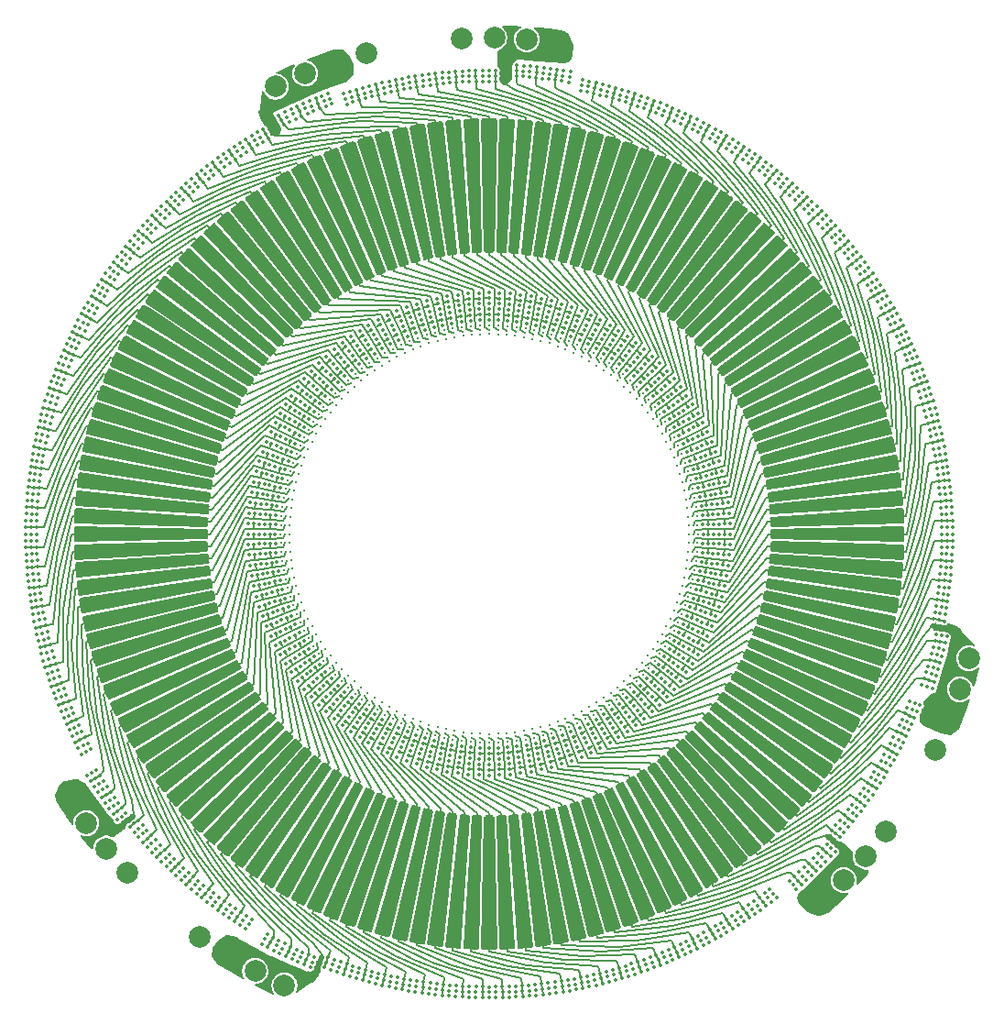
<source format=gbr>
%TF.GenerationSoftware,KiCad,Pcbnew,9.0.4*%
%TF.CreationDate,2025-09-29T12:29:07-05:00*%
%TF.ProjectId,Radial_Winding_Stator,52616469-616c-45f5-9769-6e64696e675f,rev?*%
%TF.SameCoordinates,Original*%
%TF.FileFunction,Copper,L5,Inr*%
%TF.FilePolarity,Positive*%
%FSLAX46Y46*%
G04 Gerber Fmt 4.6, Leading zero omitted, Abs format (unit mm)*
G04 Created by KiCad (PCBNEW 9.0.4) date 2025-09-29 12:29:07*
%MOMM*%
%LPD*%
G01*
G04 APERTURE LIST*
%TA.AperFunction,ComponentPad*%
%ADD10C,2.000000*%
%TD*%
%TA.AperFunction,ViaPad*%
%ADD11C,0.350000*%
%TD*%
%TA.AperFunction,ViaPad*%
%ADD12C,0.250000*%
%TD*%
%TA.AperFunction,Conductor*%
%ADD13C,0.160000*%
%TD*%
G04 APERTURE END LIST*
D10*
%TO.N,/coil_a0*%
%TO.C,HAp0*%
X113252064Y-50674560D03*
%TD*%
%TO.N,/coil_c1*%
%TO.C,HCn1*%
X111376032Y-132363230D03*
%TD*%
%TO.N,/coil_c1*%
%TO.C,HC01*%
X99585951Y-123306336D03*
%TD*%
%TO.N,/coil_a0*%
%TO.C,HAn0*%
X133478879Y-46171618D03*
%TD*%
%TO.N,/coil_c1*%
%TO.C,HCp1*%
X95764736Y-118695585D03*
%TD*%
%TO.N,/coil_b2*%
%TO.C,HBn2*%
X175465021Y-109149311D03*
%TD*%
%TO.N,/coil_c0*%
%TO.C,HCp0*%
X97624178Y-121053964D03*
%TD*%
%TO.N,/coil_a2*%
%TO.C,HAn2*%
X139452159Y-46640673D03*
%TD*%
%TO.N,/coil_a1*%
%TO.C,HA01*%
X130466398Y-46248481D03*
%TD*%
%TO.N,/coil_b1*%
%TO.C,HB12*%
X174255102Y-111901281D03*
%TD*%
%TO.N,/coil_b1*%
%TO.C,HBn1*%
X176501661Y-106335809D03*
%TD*%
%TO.N,/coil_b0*%
%TO.C,HBp0*%
X167796853Y-121786792D03*
%TD*%
%TO.N,/coil_b1*%
%TO.C,HBp1*%
X165767942Y-123985537D03*
%TD*%
%TO.N,/coil_a1*%
%TO.C,HAp1*%
X115994304Y-49466207D03*
%TD*%
%TO.N,/coil_c2*%
%TO.C,HCp2*%
X94100000Y-116200000D03*
%TD*%
%TO.N,/coil_c0*%
%TO.C,HCn0*%
X114074655Y-133694494D03*
%TD*%
%TO.N,/coil_a2*%
%TO.C,HAp2*%
X118809824Y-48436639D03*
%TD*%
%TO.N,/coil_b2*%
%TO.C,HBp2*%
X163576732Y-126072329D03*
%TD*%
%TO.N,/coil_b1*%
%TO.C,HB01*%
X169683459Y-119464891D03*
%TD*%
%TO.N,/coil_b0*%
%TO.C,HBn0*%
X177357024Y-103471903D03*
%TD*%
%TO.N,/coil_a1*%
%TO.C,HAn1*%
X136475486Y-46314879D03*
%TD*%
%TO.N,/coil_c1*%
%TO.C,HC12*%
X106266112Y-129243806D03*
%TD*%
%TO.N,/coil_c2*%
%TO.C,HCn2*%
X108778239Y-130888158D03*
%TD*%
%TO.N,/coil_a1*%
%TO.C,HA12*%
X121680161Y-47579070D03*
%TD*%
D11*
%TO.N,/coil_a0*%
X129354622Y-133666860D03*
X166976167Y-118070830D03*
X152774856Y-129987145D03*
X111908773Y-89223256D03*
X150887749Y-130360402D03*
X154252978Y-92927956D03*
X152653911Y-83859118D03*
X106114752Y-124040591D03*
X140417302Y-49780061D03*
X159885248Y-59959409D03*
D12*
X150062369Y-84932565D03*
D11*
X131175575Y-133786212D03*
X91531806Y-86540609D03*
X149006125Y-130642204D03*
X116765617Y-52935406D03*
X136433551Y-72527530D03*
D12*
X135410606Y-73689837D03*
D11*
X123869931Y-74461237D03*
X154091227Y-94776744D03*
X140566723Y-110267761D03*
X97724292Y-69526895D03*
X173243296Y-77352638D03*
X170907249Y-74323560D03*
X150538763Y-82869931D03*
D12*
X118348237Y-80757272D03*
D11*
X91317006Y-84650164D03*
X124643651Y-74079682D03*
D12*
X129793010Y-110187586D03*
D11*
X93226550Y-106476352D03*
D12*
X149737852Y-84195041D03*
D11*
X110258246Y-127697404D03*
X174682994Y-99349836D03*
X152280104Y-83009574D03*
X152543981Y-129543639D03*
X116323747Y-81376020D03*
D12*
X147147417Y-103871128D03*
D11*
X124859118Y-72346089D03*
X127410083Y-134459638D03*
D12*
X116618526Y-100527625D03*
D11*
X90835042Y-88311044D03*
X94357795Y-108006125D03*
X94639598Y-109887749D03*
X95899866Y-111313107D03*
X118124380Y-51334315D03*
D12*
X150354407Y-85683541D03*
D11*
X93696397Y-106305342D03*
X129305912Y-112950033D03*
X114883993Y-53217209D03*
X90336945Y-88267466D03*
X152754049Y-92862509D03*
X169119100Y-115010404D03*
X152603706Y-94580906D03*
X116382933Y-52011527D03*
D12*
X114602115Y-90390366D03*
D11*
X143623980Y-75323747D03*
X107233551Y-125579490D03*
D12*
X148575877Y-101922960D03*
D11*
X111747022Y-91072044D03*
X170543639Y-72456019D03*
X142822855Y-110869597D03*
X109989596Y-128119100D03*
X91213788Y-90175575D03*
X90540362Y-86410083D03*
X132137491Y-111754049D03*
X114419570Y-98762692D03*
X96880900Y-68989596D03*
X150425989Y-104201847D03*
X149296217Y-105674190D03*
X100193365Y-64471964D03*
X125724157Y-72009695D03*
D12*
X114549415Y-91194403D03*
X142922960Y-76424123D03*
D11*
X145036983Y-76313146D03*
D12*
X141527625Y-108381474D03*
D11*
X157563996Y-56918977D03*
X138592120Y-49499139D03*
X99023833Y-65929170D03*
D12*
X151310163Y-94410606D03*
X125195041Y-75262148D03*
D11*
X127540609Y-133468194D03*
D12*
X144242728Y-77348237D03*
D11*
X140330478Y-50272465D03*
X168081023Y-116563996D03*
X120290222Y-107146878D03*
X144341276Y-75803030D03*
X133862508Y-72245951D03*
X95456361Y-111543981D03*
X108722792Y-126671447D03*
X174190590Y-99263012D03*
X123177145Y-73130403D03*
X118466400Y-52274008D03*
X131276652Y-111697625D03*
X116803030Y-80658724D03*
X131145885Y-113192273D03*
X140504126Y-49287658D03*
X135580906Y-72396294D03*
X90214740Y-90131955D03*
X113302375Y-90276652D03*
X150920318Y-83643651D03*
X150941641Y-103430123D03*
X114130403Y-101822855D03*
D12*
X124472375Y-75618526D03*
D11*
X140275843Y-111990305D03*
X175285736Y-93846235D03*
X174963916Y-97524654D03*
X172303603Y-77694658D03*
X116574275Y-52473467D03*
D12*
X133805597Y-73549415D03*
D11*
X125650164Y-133682994D03*
D12*
X121757272Y-106651763D03*
D11*
X165040591Y-118885248D03*
X139762692Y-110580430D03*
X148146878Y-104709778D03*
D12*
X136206990Y-73812414D03*
D11*
X131131955Y-134785260D03*
X117853122Y-79290222D03*
X174666860Y-95645378D03*
X122376020Y-108676253D03*
X146674190Y-75703783D03*
X113346089Y-100140882D03*
X151580430Y-85237308D03*
D12*
X123077040Y-107575877D03*
X147651763Y-103242728D03*
D11*
X175175397Y-99436660D03*
X152697625Y-93723348D03*
D12*
X151187586Y-95206990D03*
X139316459Y-109354407D03*
D11*
X145950345Y-75122834D03*
X91036084Y-86475346D03*
D12*
X151397885Y-93609634D03*
D11*
X165423613Y-119206642D03*
X91809410Y-84736988D03*
D12*
X140067435Y-109062369D03*
X130589394Y-110310163D03*
X149381474Y-83472375D03*
D11*
X160528036Y-59193365D03*
X145709778Y-76853122D03*
X132072044Y-113252978D03*
X105471964Y-124806635D03*
X174786212Y-93824425D03*
X115461237Y-101130069D03*
X174468197Y-97459391D03*
X148686854Y-104036983D03*
D12*
X117871781Y-81407074D03*
D11*
X113527530Y-88566449D03*
X114672683Y-52764055D03*
X98738129Y-68009580D03*
D12*
X117424123Y-82077040D03*
D11*
X135776744Y-70908773D03*
D12*
X115937631Y-99067435D03*
X116262148Y-99804959D03*
D11*
X109009580Y-126261871D03*
X151267761Y-84433277D03*
X115058359Y-80569877D03*
X110526895Y-127275708D03*
X105793358Y-124423613D03*
X125563340Y-134175397D03*
X131153765Y-134285736D03*
X133927956Y-70747022D03*
X153950033Y-95694088D03*
X100576387Y-64793358D03*
X113719896Y-100990426D03*
X93895856Y-108197467D03*
X115574011Y-79798153D03*
X159070830Y-58023833D03*
X175164958Y-95688956D03*
X136756422Y-49298097D03*
X94186444Y-110099059D03*
D12*
X115645593Y-98316459D03*
X114812414Y-88793010D03*
D11*
X175785260Y-93868045D03*
X141990426Y-111280104D03*
X138526857Y-49994861D03*
X125736988Y-133190589D03*
X138657383Y-49003417D03*
D12*
X132194403Y-110450585D03*
D11*
X168275708Y-114473105D03*
D12*
X131390366Y-110397885D03*
D11*
X115079682Y-100356349D03*
X155473105Y-56724292D03*
X160206642Y-59576387D03*
X92756704Y-106647362D03*
X115095302Y-53670362D03*
X147305342Y-131303603D03*
D12*
X118852583Y-80128872D03*
D11*
X170987145Y-72225144D03*
D12*
X151450585Y-92805597D03*
D11*
X130419094Y-111603706D03*
X117313146Y-79963017D03*
X90714264Y-90153765D03*
X156010404Y-55880900D03*
D12*
X121128872Y-106147417D03*
D11*
X172104144Y-75802533D03*
X106929170Y-125976167D03*
X157277208Y-57328553D03*
X112049967Y-88305912D03*
X129267466Y-134663055D03*
X149676253Y-102623980D03*
X168697404Y-114741754D03*
X145201847Y-74574011D03*
X158766449Y-58420510D03*
D12*
X122407074Y-107128219D03*
X114689837Y-89589394D03*
D11*
X175663055Y-95732534D03*
X97302596Y-69258246D03*
X154192273Y-93854115D03*
D12*
X143592926Y-76871781D03*
X148128219Y-102592926D03*
D11*
X116703783Y-78325810D03*
X167261871Y-115990420D03*
X113009695Y-99275843D03*
X141356349Y-109920318D03*
X171360402Y-74112251D03*
X134723348Y-72302375D03*
X129566449Y-111472470D03*
X141140882Y-111653911D03*
X130223255Y-113091227D03*
X126237308Y-73419570D03*
X151869597Y-82177145D03*
X113396294Y-89419094D03*
D12*
X144871128Y-77852583D03*
D11*
X147476352Y-131773450D03*
X166182813Y-117462068D03*
X149196970Y-103341276D03*
X114732239Y-99566723D03*
D12*
X126683541Y-74645593D03*
D11*
X150676440Y-129907249D03*
X120963017Y-107686854D03*
X100959409Y-65114751D03*
X175459638Y-97589917D03*
D12*
X134609634Y-73602115D03*
D11*
X136694088Y-71049967D03*
X165806635Y-119528036D03*
X149877166Y-104950345D03*
X95092751Y-109676440D03*
X167671447Y-116277208D03*
X152472470Y-95433551D03*
X111807727Y-90145885D03*
X113245951Y-91137491D03*
X120798153Y-109425989D03*
X166579490Y-117766449D03*
X152990305Y-84724157D03*
X118295390Y-51804161D03*
X97918977Y-67436004D03*
X152313107Y-129100134D03*
X171642205Y-75993875D03*
X172773450Y-77523648D03*
X90824603Y-84563340D03*
D12*
X140804959Y-108737852D03*
D11*
X151099059Y-130813556D03*
X98328553Y-67722792D03*
X99420510Y-66233551D03*
X108436004Y-127081023D03*
X142130069Y-109538763D03*
X156990420Y-57738129D03*
X134854115Y-70807727D03*
X121569877Y-109941641D03*
X136712844Y-49796195D03*
X121658724Y-108196970D03*
X127475346Y-133963916D03*
X172566084Y-75611191D03*
X171813556Y-73900941D03*
X149388809Y-131566083D03*
X129311044Y-134164958D03*
X93433916Y-108388809D03*
X155741754Y-56302596D03*
X116122834Y-79049655D03*
X125433277Y-73732239D03*
X136800000Y-48800000D03*
X107537932Y-125182813D03*
X147647362Y-132243296D03*
X119325810Y-108296217D03*
X158462068Y-58817187D03*
X124009574Y-72719896D03*
D12*
X125932565Y-74937631D03*
D11*
X170100134Y-72686893D03*
X99817187Y-66537932D03*
X91333140Y-88354622D03*
X120049655Y-108877166D03*
X149197467Y-131104143D03*
X95012855Y-111774856D03*
X144430123Y-74058359D03*
%TO.N,/coil_b0*%
X139396953Y-112288646D03*
X113527520Y-95433494D03*
X146358378Y-77421931D03*
X101793984Y-120595045D03*
X164232632Y-120651465D03*
X122045220Y-51116203D03*
X123838972Y-133322724D03*
X92632956Y-79272320D03*
D12*
X115645612Y-85683490D03*
X136997216Y-110030401D03*
D11*
X152990283Y-99275901D03*
X151580410Y-98762747D03*
X120272320Y-51632956D03*
D12*
X139316510Y-74645612D03*
D11*
X163837377Y-63742750D03*
X151857730Y-86054211D03*
X165423613Y-64793358D03*
D12*
X115161130Y-87220061D03*
D11*
X104404955Y-123206016D03*
X126602988Y-112288627D03*
D12*
X129002731Y-110030389D03*
D11*
X104067160Y-60425345D03*
X162929016Y-62070984D03*
X104742750Y-61162623D03*
X140436660Y-134175397D03*
X93109815Y-79422673D03*
X139397012Y-71711373D03*
D12*
X121128914Y-77852548D03*
D11*
X147305342Y-52696397D03*
D12*
X137779886Y-109838884D03*
D11*
X138505886Y-112548367D03*
X112231041Y-87395601D03*
X125736988Y-50809410D03*
X136694026Y-112950044D03*
D12*
X115386607Y-86446490D03*
X138553458Y-109613409D03*
D11*
X149296257Y-78325857D03*
X148042465Y-76957579D03*
X129566506Y-72527520D03*
X117957535Y-107042421D03*
D12*
X146058983Y-78941055D03*
D11*
X113900867Y-97117567D03*
X173384712Y-104774470D03*
X102717430Y-61717430D03*
X120422673Y-131890185D03*
X105793358Y-59576387D03*
X161990300Y-123600231D03*
X174810873Y-82730753D03*
X137604399Y-71231041D03*
X137279661Y-72695833D03*
D12*
X151030389Y-95997269D03*
D11*
X103424537Y-121575463D03*
X147372007Y-76315753D03*
X120272320Y-132367044D03*
X118352638Y-132243295D03*
X148146915Y-79290267D03*
X113695833Y-87720339D03*
X128395661Y-71231027D03*
D12*
X136997269Y-73969611D03*
D11*
X162328095Y-123968870D03*
X114142270Y-97945789D03*
X145727680Y-51632956D03*
X112451633Y-97505886D03*
X103070984Y-62070984D03*
X161652505Y-123231592D03*
X106114752Y-59959409D03*
X113695820Y-96279604D03*
X120121967Y-51156098D03*
X173843902Y-79121967D03*
X164574655Y-63067160D03*
X118421931Y-78641622D03*
X138505946Y-71451649D03*
X118627993Y-107684247D03*
X174329104Y-101249951D03*
D12*
X120523069Y-105616141D03*
D11*
X172890185Y-79422673D03*
X153288646Y-85603047D03*
X138117567Y-111099133D03*
X145577327Y-52109815D03*
X118628039Y-76315711D03*
X145878033Y-132843902D03*
X173861571Y-104924823D03*
D12*
X146616141Y-104476931D03*
D11*
X142269247Y-50189127D03*
X148684247Y-106372007D03*
X118421892Y-105358336D03*
D12*
X127446490Y-109613393D03*
D11*
X101425345Y-120932840D03*
X92165423Y-101052808D03*
D12*
X120523109Y-78383823D03*
D11*
X126603047Y-71711354D03*
X116703743Y-105674143D03*
X92599166Y-102825371D03*
X161595045Y-60793984D03*
X100959409Y-118885248D03*
D12*
X129793063Y-73812404D03*
D11*
X153288627Y-98397012D03*
X91677275Y-101161028D03*
X138945789Y-110857730D03*
X104404955Y-60793984D03*
X147578108Y-78641664D03*
X174817252Y-101358171D03*
X117315711Y-106371961D03*
X91189127Y-101269247D03*
X120290267Y-76853085D03*
X100576387Y-119206642D03*
X113009717Y-84724099D03*
D12*
X147147452Y-80128914D03*
D11*
X126237253Y-110580410D03*
X127882377Y-111099118D03*
X173367044Y-79272320D03*
X174682994Y-84650164D03*
X105471964Y-59193365D03*
X123730753Y-50189127D03*
X142052808Y-51165423D03*
X152099133Y-86882433D03*
X151857712Y-97945844D03*
X142269247Y-133810872D03*
X146981551Y-78018490D03*
D12*
X114969611Y-88002731D03*
D11*
X112049956Y-95694026D03*
X144084190Y-50633240D03*
X163324271Y-122323231D03*
X153548351Y-97505946D03*
X144084190Y-133366760D03*
X153768959Y-96604399D03*
X118523648Y-131773450D03*
X163282570Y-61717430D03*
D12*
X128220114Y-74161116D03*
D11*
X165040591Y-65114751D03*
X104742750Y-122837377D03*
X152304180Y-87720396D03*
X104067160Y-123574655D03*
X161257250Y-61162623D03*
X91189127Y-82730753D03*
X146981510Y-105981551D03*
D12*
X128220060Y-109838870D03*
D11*
X163677825Y-122676785D03*
X174366760Y-80915810D03*
X121915810Y-50633240D03*
X91809410Y-99263012D03*
X173400834Y-81174629D03*
X174378324Y-103151923D03*
X139762747Y-73419590D03*
X173883797Y-81045220D03*
X123838972Y-50677275D03*
X145727680Y-132367044D03*
X165806635Y-64471964D03*
D12*
X151187596Y-88793064D03*
D11*
X92116203Y-81045220D03*
X91633240Y-80915810D03*
D12*
X138553510Y-74386607D03*
D11*
X164601271Y-120989260D03*
D12*
X129002783Y-73969599D03*
D11*
X125650164Y-50317006D03*
X142161028Y-133322724D03*
X125563340Y-49824603D03*
D12*
X150838870Y-96779939D03*
D11*
X146358336Y-106578108D03*
X101793984Y-63404955D03*
X138945844Y-73142288D03*
X93226550Y-77523648D03*
X103070984Y-121929016D03*
X153548367Y-86494114D03*
X140275901Y-72009717D03*
X143825371Y-51599166D03*
X122174629Y-132400834D03*
X175175397Y-84563340D03*
D12*
X145476931Y-78383859D03*
D11*
X127494114Y-71451633D03*
X92156098Y-79121967D03*
X140263012Y-133190589D03*
X92156098Y-104878033D03*
X119641622Y-106578069D03*
D12*
X150354388Y-98316510D03*
D11*
X127054156Y-110857712D03*
X92599166Y-81174629D03*
X91317006Y-99349836D03*
X152099118Y-97117623D03*
X145878033Y-51156098D03*
X112451649Y-86494054D03*
D12*
X119383823Y-104476891D03*
D11*
X93109815Y-104577327D03*
X127882433Y-72900867D03*
X137604338Y-112768973D03*
X128720396Y-72695820D03*
X114142288Y-86054156D03*
D12*
X150838884Y-87220114D03*
D11*
X142052808Y-132834577D03*
X120121967Y-132843902D03*
X143954780Y-51116203D03*
X143954780Y-132883796D03*
X147578069Y-105358378D03*
X123947192Y-132834577D03*
D12*
X118852548Y-103871086D03*
D11*
X140349836Y-133682994D03*
X119641664Y-77421892D03*
D12*
X150613409Y-86446542D03*
D11*
X147371961Y-107684289D03*
X142161028Y-50677275D03*
X92165423Y-82947192D03*
X91677275Y-82838972D03*
D12*
X114969599Y-95997216D03*
D11*
X137279604Y-111304180D03*
D12*
X119383859Y-79523069D03*
D11*
X152472480Y-88566506D03*
D12*
X127446542Y-74386591D03*
D11*
X122045220Y-132883796D03*
X162575463Y-62424537D03*
X161932840Y-60425345D03*
X174190590Y-84736988D03*
X114419590Y-85237253D03*
X102162623Y-120257250D03*
D12*
X115386591Y-97553458D03*
D11*
X102717430Y-122282570D03*
D12*
X146058945Y-105058983D03*
D11*
X153768973Y-87395662D03*
X143825371Y-132400834D03*
X101425345Y-63067160D03*
D12*
X136206936Y-110187596D03*
D11*
X164969910Y-121327055D03*
D12*
X145476891Y-105616177D03*
D11*
X121915810Y-133366760D03*
X92756704Y-77352638D03*
D12*
X146616177Y-79523109D03*
D11*
X117315753Y-77627993D03*
X100193365Y-119528036D03*
X147476352Y-52226550D03*
X122174629Y-51599166D03*
X92116203Y-102954780D03*
X164206016Y-63404955D03*
X148684289Y-77628039D03*
X127494054Y-112548351D03*
X129305973Y-71049956D03*
D12*
X151030401Y-88002784D03*
D11*
X174322725Y-82838972D03*
X102162623Y-63742750D03*
D12*
X119941055Y-78941017D03*
D11*
X162970718Y-121969678D03*
X112711373Y-85602988D03*
X145577327Y-131890185D03*
D12*
X114812404Y-95206936D03*
D11*
X119018449Y-105981510D03*
X91633240Y-103084190D03*
X119325857Y-75703743D03*
X174338429Y-105075176D03*
X147647362Y-51756704D03*
D12*
X150613393Y-97553510D03*
D11*
X175305400Y-101466390D03*
D12*
X115161116Y-96779886D03*
D11*
X125724099Y-111990283D03*
X118694658Y-131303603D03*
X93696397Y-77694658D03*
X128720339Y-111304167D03*
D12*
X119941017Y-105058945D03*
D11*
X174861287Y-103281333D03*
X120422673Y-52109815D03*
X112711354Y-98396953D03*
X146674143Y-108296257D03*
X173895361Y-103022514D03*
X92632956Y-104727680D03*
X123730753Y-133810872D03*
X90824603Y-99436660D03*
X127054211Y-73142270D03*
X117957579Y-76957535D03*
X138117623Y-72900882D03*
X152304167Y-96279661D03*
X123947192Y-51165423D03*
X145709733Y-107146915D03*
D12*
X144871086Y-106147452D03*
D11*
X136433494Y-111472480D03*
X119018490Y-78018449D03*
X112231027Y-96604338D03*
D12*
X126683490Y-109354388D03*
D11*
X153950044Y-88305974D03*
D12*
X137779939Y-74161130D03*
D11*
X113900882Y-86882377D03*
X117853085Y-104709733D03*
X148042421Y-107042465D03*
X128395601Y-112768959D03*
X173834577Y-82947192D03*
X103424537Y-62424537D03*
D12*
%TO.N,/coil_c0*%
X151397890Y-90390420D03*
D11*
X114130432Y-82177089D03*
X110526895Y-56724292D03*
X141140940Y-72346113D03*
X150426025Y-79798204D03*
X99028762Y-118090370D03*
X129267466Y-49336945D03*
D12*
X151310170Y-89589448D03*
D11*
X134723290Y-111697630D03*
X152772870Y-92000029D03*
X140566776Y-73732262D03*
X138589917Y-134459638D03*
D12*
X125194992Y-108737829D03*
D11*
X116323715Y-102623931D03*
X174468194Y-86540609D03*
D12*
X151450588Y-91194457D03*
D11*
X171813556Y-110099059D03*
X150887749Y-53639598D03*
X131175575Y-50213788D03*
X142886410Y-109123822D03*
D12*
X117424094Y-101922914D03*
X134609580Y-110397890D03*
D11*
X120798204Y-74573975D03*
X115058326Y-103430070D03*
X141356402Y-74079707D03*
X150920293Y-100356402D03*
X133000000Y-133826021D03*
X142130121Y-74461264D03*
X136688956Y-134164958D03*
D12*
X133000027Y-73531836D03*
D11*
X169222397Y-112913010D03*
X170088422Y-70586990D03*
X151869568Y-101822911D03*
X109009580Y-57738129D03*
D12*
X142234059Y-107993913D03*
D11*
X174666860Y-88354622D03*
X120963063Y-76313110D03*
X127410083Y-49540362D03*
X168697404Y-69258246D03*
X113719922Y-83009518D03*
X115461264Y-82869879D03*
X113302370Y-93723290D03*
X113396286Y-94580849D03*
X133000029Y-72227130D03*
X116802997Y-103341228D03*
X123113540Y-109123793D03*
X136645378Y-133666860D03*
X124859060Y-111653887D03*
X111586990Y-54911578D03*
X153913010Y-55777603D03*
X116664428Y-131557405D03*
X98346381Y-116314341D03*
X131153765Y-49714264D03*
X111836990Y-55344591D03*
X149877204Y-79049705D03*
X120049705Y-75122796D03*
X152543981Y-54456361D03*
D12*
X143592882Y-107128250D03*
D11*
X116855770Y-131095466D03*
X145950295Y-108877204D03*
X175785260Y-90131955D03*
X136732534Y-134663055D03*
X133000000Y-49173979D03*
X166976167Y-65929170D03*
X175285736Y-90153765D03*
D12*
X140067486Y-74937652D03*
X130589448Y-73689830D03*
X122407118Y-76871750D03*
X115937652Y-84932514D03*
D11*
X134868045Y-134785260D03*
X152280078Y-100990482D03*
X129354622Y-50333140D03*
X149006125Y-53357795D03*
X113317914Y-129996901D03*
X111807722Y-93854053D03*
X113087039Y-130440407D03*
X131145947Y-70807722D03*
D12*
X125932514Y-109062348D03*
D11*
X115876207Y-82113540D03*
X96910848Y-115065675D03*
X96344591Y-70836990D03*
X95092751Y-74323560D03*
X114576861Y-81363360D03*
D12*
X140805008Y-75262171D03*
D11*
X159070830Y-125976167D03*
X95899866Y-72686893D03*
X124643598Y-109920293D03*
X138524654Y-133963916D03*
X133000031Y-70726773D03*
X122363414Y-73576830D03*
X91036084Y-97524654D03*
X144341228Y-108197003D03*
D12*
X148128250Y-81407118D03*
D11*
X114762836Y-131266818D03*
D12*
X117006087Y-101234059D03*
D11*
X149676285Y-81376069D03*
D12*
X133805543Y-110450588D03*
D11*
X113227130Y-91999971D03*
X153913010Y-128222397D03*
X97527229Y-116887917D03*
X154252981Y-91072106D03*
X168275708Y-69526895D03*
X175826021Y-92000000D03*
D12*
X124472327Y-108381449D03*
D11*
X112086990Y-55777603D03*
X170987145Y-111774856D03*
X170543639Y-111543981D03*
X170907249Y-109676440D03*
X130223318Y-70908765D03*
D12*
X141538602Y-75633134D03*
D11*
X143623931Y-108676285D03*
D12*
X116262171Y-84194992D03*
X117871750Y-102592882D03*
D11*
X107537932Y-58817187D03*
X144430070Y-109941674D03*
X133927894Y-113252981D03*
X107233551Y-58420510D03*
X154413010Y-54911578D03*
X152603714Y-89419151D03*
X134854053Y-113192278D03*
D12*
X142234106Y-76006114D03*
D11*
X91173979Y-92000000D03*
X114974146Y-130813664D03*
X150123822Y-82113590D03*
X169655409Y-113163010D03*
X151099059Y-53186444D03*
X123869879Y-109538736D03*
X154163010Y-55344591D03*
X130419151Y-72396286D03*
X150676440Y-54092751D03*
X167261871Y-68009580D03*
X132999970Y-111772870D03*
X121658772Y-75802997D03*
X90173979Y-92000000D03*
X90835042Y-95688956D03*
X175663055Y-88267466D03*
X125433224Y-110267738D03*
X93433916Y-75611191D03*
X127475346Y-50036084D03*
X97332544Y-114797026D03*
X123177089Y-110869568D03*
X172104144Y-108197467D03*
X151423139Y-102636640D03*
X170088422Y-113413010D03*
X116473086Y-132019345D03*
D12*
X151468164Y-92000027D03*
X144242684Y-106651796D03*
D11*
X111747019Y-92927894D03*
X116122796Y-104950295D03*
X154192278Y-90145947D03*
X149197003Y-80658772D03*
D12*
X149381449Y-100527673D03*
X114689830Y-94410552D03*
X149737829Y-99805008D03*
D11*
X115573975Y-104201796D03*
X145036937Y-107686890D03*
X131131955Y-49214740D03*
X133000000Y-134326021D03*
D12*
X121757316Y-77348204D03*
D11*
X171642205Y-108006125D03*
D12*
X150062348Y-99067486D03*
D11*
X90673979Y-92000000D03*
X90714264Y-93846235D03*
X127540609Y-50531806D03*
D12*
X123742476Y-107959621D03*
D11*
X154413010Y-129088422D03*
X135580849Y-111603714D03*
X114732262Y-84433224D03*
X149388809Y-52433916D03*
D12*
X148575906Y-82077086D03*
D11*
X122376069Y-75323715D03*
D12*
X114549412Y-92805543D03*
D11*
X131276710Y-72302370D03*
X169119100Y-68989596D03*
X115079707Y-83643598D03*
D12*
X148993886Y-101234106D03*
D11*
X143636586Y-110423170D03*
X113346113Y-83859060D03*
X108722792Y-57328553D03*
X95911578Y-70586990D03*
X151423170Y-81363414D03*
X96489152Y-115334325D03*
X150941674Y-80569930D03*
X152653887Y-100140940D03*
X113548788Y-129553396D03*
X157563996Y-127081023D03*
X152313107Y-54899866D03*
X166182813Y-66537932D03*
D12*
X114531836Y-91999973D03*
D11*
X175164958Y-88311044D03*
D12*
X131390420Y-73602110D03*
D11*
X132072105Y-70747019D03*
X167671447Y-67722792D03*
X134846235Y-134285736D03*
D12*
X147651796Y-80757316D03*
D11*
X154091235Y-89223318D03*
X175459638Y-86410083D03*
D12*
X148993913Y-82765941D03*
D11*
X152774856Y-54012855D03*
D12*
X132999973Y-110468164D03*
D11*
X141990482Y-72719922D03*
X152754051Y-91137549D03*
D12*
X116618551Y-83472327D03*
D11*
X106929170Y-58023833D03*
X157277208Y-126671447D03*
X145201796Y-109426025D03*
X94186444Y-73900941D03*
X142822911Y-73130432D03*
X94639598Y-74112251D03*
X134824425Y-133786212D03*
X96777603Y-71086990D03*
X109989596Y-55880900D03*
X93895856Y-75802533D03*
X155741754Y-127697404D03*
X174963916Y-86475346D03*
X117313110Y-104036937D03*
X156010404Y-128119100D03*
X115876178Y-101886410D03*
X98632085Y-118394751D03*
X158766449Y-125579490D03*
X175326021Y-92000000D03*
X174826021Y-92000000D03*
D12*
X123077086Y-76424094D03*
D11*
X129311044Y-49835042D03*
X124009518Y-111280078D03*
X151267738Y-99566776D03*
X133000000Y-50173979D03*
X99425439Y-117785989D03*
X143636640Y-73576861D03*
X97936805Y-116601129D03*
X154273227Y-92000031D03*
X149197467Y-52895856D03*
X150123793Y-101886460D03*
D12*
X142922914Y-107575906D03*
D11*
X142886460Y-74876207D03*
D12*
X114602110Y-93609580D03*
D11*
X95012855Y-72225144D03*
X133000000Y-134826021D03*
X111908765Y-94776682D03*
X168081023Y-67436004D03*
X90214740Y-93868045D03*
X91531806Y-97459391D03*
X121569930Y-74058326D03*
X115185455Y-130360511D03*
X170100134Y-111313107D03*
X123113590Y-74876178D03*
X152697630Y-90276710D03*
X91213788Y-93824425D03*
X133862451Y-111754051D03*
X171360402Y-109887749D03*
D12*
X135410552Y-110310170D03*
D11*
X132137549Y-72245949D03*
X111726773Y-91999969D03*
X90336945Y-95732534D03*
X154163010Y-128655408D03*
D12*
X132194457Y-73549412D03*
D11*
X113245949Y-92862451D03*
X132999969Y-113273227D03*
X155473105Y-127275708D03*
X148686890Y-79963063D03*
X150538736Y-101130121D03*
X169655409Y-70836990D03*
X166579490Y-66233551D03*
X95456361Y-72456019D03*
X169222397Y-71086990D03*
X108436004Y-56918977D03*
X91333140Y-95645378D03*
X122363360Y-110423139D03*
X133000000Y-49673979D03*
X114576830Y-102636586D03*
X172566084Y-108388809D03*
D12*
X123765941Y-76006087D03*
D11*
X135776682Y-113091235D03*
X110258246Y-56302596D03*
X138459391Y-133468194D03*
D12*
X118348204Y-103242684D03*
D11*
X156990420Y-126261871D03*
X94357795Y-75993875D03*
D12*
X117006114Y-82765894D03*
D11*
X158462068Y-125182813D03*
X90540362Y-97589917D03*
X174786212Y-90175575D03*
%TO.N,/coil_a1*%
X114110016Y-53031222D03*
X147875523Y-131091566D03*
X107724541Y-125950833D03*
X115937126Y-77682629D03*
X129960993Y-133715657D03*
X93676286Y-108962594D03*
X136106473Y-49747397D03*
X99796325Y-64951893D03*
X120353884Y-108480833D03*
X175308302Y-93231046D03*
D12*
X144729967Y-76713122D03*
D11*
X108023121Y-125549772D03*
X148053348Y-131558875D03*
X159416528Y-59571637D03*
X168598983Y-113957780D03*
X144161594Y-74479700D03*
D12*
X135515011Y-72896191D03*
X151975923Y-95345913D03*
D11*
X125894960Y-72479229D03*
D12*
X130484989Y-111103809D03*
D11*
X145646116Y-75519167D03*
X151785690Y-103967732D03*
X174292050Y-98663202D03*
X124476072Y-71421579D03*
X129132230Y-113935568D03*
X121084805Y-109016762D03*
D12*
X129654087Y-110975923D03*
X152103809Y-94515011D03*
X120614393Y-106760675D03*
X114024077Y-88654087D03*
D11*
X175214336Y-95075336D03*
X91456606Y-87144274D03*
X106267683Y-124816019D03*
X129888335Y-134713015D03*
X100571637Y-65583472D03*
X166950833Y-117275459D03*
X175713015Y-95111665D03*
X90959987Y-87086227D03*
X115983238Y-80084805D03*
X95304312Y-112325334D03*
X110779732Y-128024541D03*
X123586567Y-71812973D03*
X114545771Y-53931288D03*
X123407772Y-73573626D03*
X145775762Y-73754215D03*
X151443849Y-130096355D03*
X165816019Y-118732317D03*
X174715658Y-95039007D03*
X122714981Y-72242795D03*
X159732317Y-59183981D03*
X134810481Y-71305454D03*
X111064432Y-88132230D03*
X91214335Y-85257144D03*
X112404122Y-89288559D03*
X91707950Y-85336798D03*
X170255587Y-71911966D03*
X112305454Y-90189519D03*
X128028180Y-134536633D03*
X165428363Y-118416528D03*
D12*
X121270033Y-107286878D03*
D11*
X136867770Y-70064432D03*
X94594502Y-108566515D03*
D12*
X115198111Y-99373841D03*
X113749690Y-91159566D03*
D11*
X155189194Y-93941241D03*
X129924664Y-134214336D03*
X115479700Y-80838406D03*
X96184514Y-111850734D03*
D12*
X139590316Y-110106588D03*
D11*
X153578421Y-83476072D03*
X166203675Y-119048106D03*
D12*
X115908525Y-100897318D03*
D11*
X113807726Y-99949762D03*
D12*
X151106588Y-85409684D03*
X141897318Y-109091475D03*
D11*
X92973815Y-107231174D03*
D12*
X116748959Y-81647008D03*
D11*
X136142802Y-49248719D03*
X158275459Y-58049167D03*
D12*
X114893412Y-98590316D03*
D11*
X172091566Y-77124477D03*
X110517244Y-128450099D03*
X116519167Y-79353884D03*
X126336798Y-133292049D03*
X131783497Y-133808513D03*
X110747249Y-91028485D03*
X150520300Y-103161594D03*
X147317371Y-74937126D03*
X142413433Y-112187027D03*
X153753822Y-92906074D03*
X154957780Y-56401017D03*
X121838406Y-109520300D03*
X90286985Y-88888335D03*
X109229512Y-127021019D03*
X113479229Y-99105040D03*
X173026185Y-76768826D03*
X150062874Y-106317371D03*
X90191910Y-90754412D03*
X126177491Y-134279279D03*
X150016762Y-103915195D03*
X170695688Y-71674666D03*
X132028484Y-114252751D03*
X111042220Y-127598983D03*
X171546389Y-73338274D03*
X146352963Y-76086469D03*
X151661726Y-130546389D03*
X136607240Y-71541996D03*
X106583472Y-124428363D03*
X117540568Y-51551426D03*
X93908434Y-106875523D03*
X175808090Y-93245588D03*
X140105040Y-111520771D03*
X169815486Y-72149266D03*
X128144274Y-133543394D03*
X133906073Y-71246178D03*
D12*
X132159566Y-111250310D03*
D11*
X115328851Y-78440528D03*
D12*
X117216017Y-80948001D03*
X149251041Y-102352992D03*
D11*
X148913531Y-105352963D03*
X97565277Y-67948711D03*
X171864606Y-75235445D03*
X171096356Y-73556151D03*
X144967732Y-73214310D03*
X158574038Y-57648105D03*
D12*
X136345913Y-73024077D03*
D11*
X148231174Y-132026185D03*
X131058759Y-114189194D03*
X113242795Y-102285019D03*
X128086227Y-134040012D03*
X152757205Y-81714981D03*
X125050238Y-72807726D03*
D12*
X140373841Y-109801889D03*
D11*
X141523928Y-112578421D03*
X155083399Y-94907273D03*
D12*
X150801889Y-84626159D03*
D11*
X139889975Y-49183776D03*
X95353677Y-110225971D03*
X156489687Y-57392684D03*
X110810806Y-90058759D03*
X139810322Y-49677390D03*
X149566515Y-130405498D03*
D12*
X125626159Y-74198111D03*
D11*
X157976879Y-58450228D03*
X154935568Y-95867770D03*
X120224238Y-110245785D03*
D12*
X126409684Y-73893412D03*
D11*
X130092727Y-114083399D03*
X112069356Y-99618197D03*
D12*
X134679320Y-72804671D03*
D11*
X108948711Y-127434723D03*
X172323714Y-75037406D03*
D12*
X145385607Y-77239325D03*
D11*
X114327893Y-53481255D03*
X140618197Y-112930644D03*
X149764555Y-130864606D03*
X157051289Y-56565277D03*
X98392684Y-68510313D03*
X118682629Y-109062874D03*
X153458004Y-95607240D03*
X99450228Y-67023121D03*
X100183981Y-65267683D03*
X153694546Y-93810481D03*
X95744413Y-112088034D03*
X134941241Y-69810806D03*
X151245785Y-104775762D03*
X90720721Y-85177491D03*
X175040013Y-96913773D03*
X94453611Y-110661726D03*
X131189519Y-112694546D03*
X129392760Y-112458004D03*
X174808513Y-93216503D03*
X140949762Y-111192274D03*
X112812973Y-101413433D03*
X97978981Y-68229512D03*
X114172757Y-100779351D03*
D12*
X147760675Y-104385607D03*
D11*
X160048106Y-58796325D03*
X135907273Y-69916601D03*
X172558875Y-76946652D03*
X146559472Y-74328851D03*
X112421579Y-100523928D03*
X112246178Y-91093926D03*
X90785664Y-88924664D03*
X167351895Y-117574038D03*
D12*
X152250310Y-92840434D03*
D11*
X130288559Y-112595878D03*
X175536633Y-96971819D03*
X139730668Y-50171005D03*
X166549772Y-116976879D03*
X114754215Y-79224238D03*
X151426374Y-82407772D03*
X169450100Y-114482756D03*
D12*
X144051999Y-76216017D03*
D11*
X126257144Y-133785665D03*
X168434723Y-116051289D03*
D12*
X148783983Y-103051999D03*
D11*
X155220268Y-55975459D03*
X91284342Y-88960993D03*
X155482756Y-55549900D03*
X174543394Y-96855726D03*
X116205227Y-53172113D03*
X109510313Y-126607316D03*
X105951894Y-125203675D03*
X152192274Y-84050238D03*
X174785665Y-98742856D03*
X168021019Y-115770488D03*
X117718394Y-52018736D03*
X135711441Y-71404122D03*
X169024541Y-114220268D03*
D12*
X141143330Y-109463303D03*
X124102682Y-74908525D03*
X152195329Y-93679320D03*
X148286878Y-103729967D03*
D11*
X149962594Y-131323714D03*
X153088034Y-129255586D03*
X117896219Y-52486045D03*
X150671149Y-105559472D03*
X114214310Y-80032268D03*
D12*
X124856670Y-74536697D03*
X121948001Y-107783983D03*
D11*
X153187027Y-82586567D03*
D12*
X133840434Y-72749690D03*
X131320680Y-111195329D03*
D11*
X171405498Y-75433485D03*
D12*
X113896191Y-89484989D03*
D11*
X125381803Y-71069356D03*
X112541996Y-88392760D03*
X152520771Y-84894960D03*
X137981239Y-49423042D03*
X116007187Y-52713005D03*
X124220649Y-73172757D03*
X151225971Y-129646323D03*
D12*
X115536697Y-100143330D03*
D11*
X98648105Y-66425962D03*
D12*
X143352992Y-75748959D03*
X117713122Y-80270033D03*
D11*
X137923192Y-49919661D03*
X117086469Y-78647037D03*
X114573626Y-101592228D03*
D12*
X150091475Y-83102682D03*
D11*
X96549900Y-69517244D03*
X107425962Y-126351895D03*
D12*
X118239325Y-79614393D03*
D11*
X94903644Y-110443849D03*
X155252751Y-92971515D03*
X175279279Y-98822509D03*
D12*
X122647008Y-108251041D03*
D11*
X132093926Y-112753822D03*
X93441125Y-107053348D03*
X153325334Y-129695687D03*
X121032268Y-110785690D03*
X138039285Y-48926422D03*
X136179131Y-48750040D03*
X115809148Y-52253897D03*
X119647037Y-107913531D03*
X156770488Y-56978981D03*
D12*
X150463303Y-83856670D03*
D11*
X133971515Y-69747249D03*
X144915195Y-74983238D03*
X151827243Y-83220649D03*
X153595878Y-94711441D03*
X141779351Y-110827243D03*
X131768954Y-134308302D03*
X170646323Y-73774029D03*
X97401017Y-70042220D03*
X94135394Y-108764555D03*
X96975459Y-69779732D03*
X143285019Y-111757205D03*
X142592228Y-110426374D03*
X99049167Y-66724541D03*
X149480833Y-104646116D03*
X90463367Y-87028181D03*
D12*
X113804671Y-90320680D03*
D11*
X119440528Y-109671149D03*
X131754412Y-134808090D03*
X110916601Y-89092727D03*
X167607316Y-115489687D03*
X153930644Y-84381803D03*
X91191487Y-90783497D03*
X152850734Y-128815486D03*
X90691698Y-90768954D03*
D12*
%TO.N,/coil_b1*%
X136346018Y-110975904D03*
D11*
X124339788Y-133941444D03*
X174571873Y-84044673D03*
D12*
X119375046Y-105625029D03*
D11*
X144411862Y-132239297D03*
D12*
X138794245Y-110376820D03*
D11*
X147034393Y-76684063D03*
X146896421Y-52020038D03*
D12*
X146624954Y-78374971D03*
D11*
X102576719Y-120702885D03*
X92301223Y-101645787D03*
D12*
X137170447Y-73188085D03*
D11*
X173652463Y-78529241D03*
D12*
X114623148Y-86205857D03*
D11*
X113187857Y-85753315D03*
X116577881Y-76951984D03*
X92451937Y-79860707D03*
X149422119Y-107048016D03*
X93296780Y-105156214D03*
X153930686Y-99618081D03*
X111485034Y-97764981D03*
D12*
X145385689Y-106760606D03*
D11*
X112934237Y-86623454D03*
X147317465Y-109062795D03*
X92760702Y-103411862D03*
X148048016Y-75577881D03*
D12*
X146625029Y-105624954D03*
D11*
X105194110Y-123245226D03*
X92822158Y-105313487D03*
X138376546Y-71934237D03*
D12*
X151612071Y-87012856D03*
D11*
X92279673Y-103548282D03*
D12*
X147760606Y-79614311D03*
D11*
X139697847Y-70756940D03*
X103509303Y-122361270D03*
X117951984Y-108422119D03*
X144548282Y-132720327D03*
X160743777Y-124040542D03*
D12*
X114024096Y-95346018D03*
D11*
X118310893Y-106689188D03*
D12*
X151811892Y-87829450D03*
D11*
X112542016Y-95607353D03*
X118965523Y-76684141D03*
X141049304Y-134062962D03*
X154745953Y-87178975D03*
D12*
X114893376Y-85409784D03*
D11*
X125044673Y-50428127D03*
X174185300Y-82238905D03*
X154243060Y-98697847D03*
X173946773Y-106257723D03*
X118682535Y-74937205D03*
X147034477Y-107315859D03*
X121004108Y-132069069D03*
X148315859Y-77965523D03*
X119843786Y-52296780D03*
X100597058Y-120002383D03*
D12*
X151811915Y-96170447D03*
D11*
X119103579Y-131979962D03*
X145282695Y-50972942D03*
X103610873Y-60849345D03*
X122763314Y-132554184D03*
X118965607Y-107315937D03*
D12*
X137170550Y-110811892D03*
D11*
X91548225Y-83440897D03*
X126753315Y-111812143D03*
D12*
X127205857Y-110376852D03*
D11*
X91476227Y-81518571D03*
D12*
X126409784Y-110106624D03*
D11*
X116577964Y-107048107D03*
X104861712Y-123618739D03*
X117951893Y-75577964D03*
X92547754Y-77939420D03*
X143236686Y-51445815D03*
X128503716Y-71718838D03*
X162142323Y-61997388D03*
X105651478Y-60353673D03*
X125138649Y-50919216D03*
X136867891Y-113935546D03*
X144684702Y-133201357D03*
X104529314Y-123992251D03*
X173239298Y-80588138D03*
X154243023Y-85302036D03*
D12*
X137987042Y-73387902D03*
D11*
X128503828Y-112281186D03*
X174521585Y-104479838D03*
X142645787Y-132698777D03*
X146470759Y-132652463D03*
X112934267Y-97376656D03*
X143359058Y-50961021D03*
X175018300Y-102678572D03*
X92930931Y-80004108D03*
X174201357Y-80315298D03*
X146313487Y-132177842D03*
X93020038Y-78103579D03*
X165402942Y-63997617D03*
X117249897Y-76249984D03*
D12*
X128829553Y-110811915D03*
D11*
X152812109Y-85753206D03*
X112718814Y-87503828D03*
X161070707Y-124418850D03*
X119686513Y-51822158D03*
X101007749Y-63529314D03*
X154514966Y-86235019D03*
D12*
X137987144Y-110612071D03*
D11*
X144995892Y-51930931D03*
D12*
X146017749Y-106206301D03*
D11*
X117086543Y-105353051D03*
X174048712Y-102433829D03*
X148750103Y-107750016D03*
X91058555Y-83339788D03*
X138376656Y-112065733D03*
X139697964Y-113243023D03*
X92037895Y-83542006D03*
X93492322Y-78267738D03*
D12*
X151376852Y-97794143D03*
D11*
X146353051Y-107913457D03*
X152520810Y-99104933D03*
X124542006Y-132962105D03*
X103857677Y-122002612D03*
X103160929Y-122719928D03*
X164150655Y-62610873D03*
X104297115Y-61576719D03*
X118310812Y-77310893D03*
X120717305Y-133027058D03*
X152812143Y-98246685D03*
X162490697Y-61638730D03*
X117684063Y-77965607D03*
X91428127Y-99955327D03*
X143481429Y-50476227D03*
X111756977Y-98697964D03*
D12*
X114188085Y-87829553D03*
X119982330Y-106206373D03*
D11*
X111064454Y-95867891D03*
X153281162Y-87503716D03*
X119529241Y-51347537D03*
D12*
X119374971Y-78375046D03*
D11*
X173002205Y-105929405D03*
D12*
X146017670Y-77793627D03*
D11*
X126302036Y-70756977D03*
D12*
X128012856Y-73387929D03*
X114387929Y-96987144D03*
D11*
X121588138Y-51760702D03*
X137496172Y-71718814D03*
X140104933Y-72479190D03*
X122640942Y-133038979D03*
X111254020Y-87179095D03*
X127235137Y-113514998D03*
X145139293Y-51451937D03*
X154935546Y-88132109D03*
X112718838Y-96496284D03*
X104997617Y-59597058D03*
D12*
X129653982Y-73024096D03*
D11*
X91798643Y-103684702D03*
X147689107Y-77310812D03*
X111756940Y-85302153D03*
X91961021Y-81640942D03*
X142876403Y-133671821D03*
X138764863Y-70485002D03*
X113187891Y-98246794D03*
X126753206Y-72187891D03*
X174533506Y-102556201D03*
D12*
X151376820Y-86205755D03*
D11*
X119267738Y-131507678D03*
X91814700Y-101761095D03*
D12*
X138794143Y-73623148D03*
D11*
X172703220Y-78843786D03*
X101381261Y-63861712D03*
X173474489Y-106093564D03*
X117684141Y-106034477D03*
X100975365Y-119675452D03*
D12*
X151612098Y-96987042D03*
D11*
X148750016Y-76249897D03*
X105324548Y-59975365D03*
X160805890Y-60754774D03*
X92445815Y-81763314D03*
X164646327Y-64651478D03*
X173698777Y-82354213D03*
X124440897Y-133451775D03*
X163786968Y-62953994D03*
X147060580Y-51547754D03*
D12*
X151975904Y-88653982D03*
D11*
X111485002Y-86235137D03*
X163756525Y-121884912D03*
X102997388Y-62857677D03*
X123123597Y-50328178D03*
X173177842Y-78686513D03*
D12*
X118239394Y-104385689D03*
D11*
X153065733Y-86623344D03*
D12*
X127205755Y-73623180D03*
D11*
X111254047Y-96821025D03*
X126302153Y-113243060D03*
X91328178Y-101876403D03*
X146732262Y-52492322D03*
X161470686Y-60007749D03*
X161397638Y-124797157D03*
X102280072Y-62160929D03*
X154514998Y-97764863D03*
D12*
X114387902Y-87012958D03*
D11*
X122518571Y-133523773D03*
X119646949Y-76086543D03*
D12*
X151106624Y-98590216D03*
X147206301Y-78982251D03*
D11*
X102638730Y-62509303D03*
X148315937Y-106034393D03*
X173563596Y-104193035D03*
X129132109Y-70064454D03*
X154745980Y-96820905D03*
X138764981Y-113514966D03*
X161138288Y-60381261D03*
X174042590Y-104336436D03*
X115937205Y-106317465D03*
X128179094Y-113745980D03*
X120860707Y-132548063D03*
X165024635Y-64324547D03*
X150062795Y-77682535D03*
D12*
X114623180Y-97794245D03*
D11*
X153281186Y-96496172D03*
X162441261Y-123181183D03*
D12*
X139590216Y-73893376D03*
D11*
X101353673Y-119348522D03*
X124950696Y-49937038D03*
X137820905Y-70254020D03*
X141559103Y-50548225D03*
X127235019Y-70485034D03*
X125381919Y-112930686D03*
X163423281Y-63297115D03*
X102213032Y-121046006D03*
X121315298Y-50798643D03*
X92347537Y-105470759D03*
D12*
X114188108Y-96170550D03*
D11*
X128178975Y-70254047D03*
X148048107Y-108422036D03*
X91972942Y-79717305D03*
X174080784Y-84138649D03*
X91919216Y-99861351D03*
X140618081Y-71069314D03*
X153065763Y-97376546D03*
X146156214Y-131703219D03*
X139246685Y-72187857D03*
X139246794Y-111812109D03*
X112069314Y-84381919D03*
X149422036Y-76951893D03*
X162098140Y-122817496D03*
X142761095Y-133185300D03*
X163397867Y-121536538D03*
X137821025Y-113745953D03*
X174671822Y-82123597D03*
D12*
X118793699Y-105017749D03*
D11*
X129392647Y-71542016D03*
X123238905Y-50814700D03*
X175062962Y-83950696D03*
X162784382Y-123544870D03*
D12*
X128012958Y-110612098D03*
D11*
X90937038Y-100049304D03*
X147689188Y-106689107D03*
D12*
X119982251Y-77793699D03*
D11*
X148913457Y-78646949D03*
X125895067Y-111520810D03*
X127623344Y-71934267D03*
X136607353Y-112457984D03*
X103953994Y-61213032D03*
D12*
X128829450Y-73188108D03*
D11*
X123354213Y-51301223D03*
X127623454Y-112065763D03*
X140861351Y-133080784D03*
X162839071Y-61280072D03*
X121451718Y-51279673D03*
X140955327Y-133571873D03*
D12*
X120614311Y-77239394D03*
D11*
X113479190Y-84895067D03*
X101754774Y-64194109D03*
D12*
X147206373Y-105017670D03*
D11*
X164115183Y-122233286D03*
X137496284Y-112281162D03*
X141457994Y-51037895D03*
X117249984Y-107750103D03*
X118939420Y-132452246D03*
X173720327Y-80451718D03*
X153457984Y-88392647D03*
X141660212Y-50058555D03*
D12*
X118793627Y-78982330D03*
D11*
X101849345Y-121389127D03*
%TO.N,/coil_c1*%
X122613155Y-74009571D03*
X107057901Y-59190867D03*
X133622860Y-134821678D03*
X159562334Y-125593548D03*
X131058636Y-69810816D03*
X174879313Y-85865584D03*
X133000057Y-112773591D03*
X167314846Y-67220992D03*
X115533871Y-131069934D03*
D12*
X149687112Y-82365630D03*
D11*
X90178322Y-92622860D03*
X150990429Y-81613155D03*
X111306019Y-55656100D03*
X139061950Y-133384592D03*
X168363031Y-68741369D03*
X143284910Y-72242738D03*
X133971636Y-114252746D03*
X153773591Y-91999943D03*
X125050344Y-111192318D03*
X133608316Y-133821784D03*
X112421532Y-83476186D03*
X153694536Y-90189405D03*
X144967835Y-110785624D03*
X155083383Y-89092605D03*
X122715090Y-111757262D03*
X121084711Y-74983303D03*
X90892968Y-96301827D03*
D12*
X115908476Y-83102776D03*
X152268648Y-91999947D03*
X149250984Y-81646918D03*
X141897224Y-74908476D03*
D11*
X144161691Y-109520238D03*
X95603909Y-71128573D03*
X174384592Y-85938050D03*
X109466614Y-56219225D03*
X155189184Y-90058636D03*
D12*
X148783922Y-80947914D03*
D11*
X132377140Y-49178322D03*
X135431978Y-133755445D03*
X97245221Y-115582552D03*
X150671074Y-78440431D03*
D12*
X130484884Y-72896205D03*
X152103795Y-89484884D03*
D11*
X123407874Y-110426427D03*
X91615408Y-98061950D03*
X130288445Y-71404137D03*
D12*
X115536652Y-83856766D03*
X121947914Y-76216078D03*
D11*
X132391684Y-50178216D03*
D12*
X141143234Y-74536652D03*
D11*
X90745401Y-94461050D03*
X170824081Y-110995967D03*
X133615588Y-134321731D03*
X156533386Y-127780775D03*
X167945287Y-69016123D03*
X148442493Y-53128917D03*
X115329175Y-131526115D03*
D12*
X133000053Y-111268648D03*
D11*
X144915289Y-109016697D03*
X91120687Y-98134416D03*
X90246247Y-94490123D03*
X91390379Y-96251010D03*
X114090327Y-129830527D03*
X152289836Y-103136921D03*
X139206882Y-134374033D03*
X122613254Y-109990486D03*
X157486293Y-125909484D03*
X126793118Y-49625967D03*
X153578468Y-100523814D03*
X154693981Y-128343899D03*
X159252216Y-125201341D03*
X142413322Y-71812921D03*
D12*
X125626257Y-109801929D03*
D11*
X154950252Y-128773231D03*
D12*
X150091524Y-100897224D03*
D11*
X109741369Y-56636969D03*
X115983303Y-103915289D03*
D12*
X152195320Y-90320574D03*
D11*
X132384412Y-49678269D03*
X135711555Y-112595863D03*
X166593548Y-65437665D03*
X174755445Y-89568022D03*
X126938050Y-50615408D03*
X151785624Y-80032165D03*
X98698768Y-116810214D03*
D12*
X123365722Y-108687165D03*
X121269948Y-76713186D03*
X150463348Y-100143234D03*
D11*
X121032165Y-73214376D03*
X120353794Y-75519237D03*
X110810816Y-93941364D03*
D12*
X116749016Y-102353082D03*
D11*
X157779008Y-126314846D03*
X135490123Y-134753753D03*
X155252746Y-91028363D03*
X95175919Y-73004033D03*
D12*
X115198071Y-84626257D03*
D11*
X168780775Y-68466614D03*
X153871427Y-54603909D03*
X174609621Y-87748990D03*
X113242738Y-81715090D03*
X150520238Y-80838309D03*
X114754285Y-104775862D03*
X112404137Y-94711555D03*
D12*
X116312835Y-82365722D03*
D11*
X94383327Y-74671976D03*
X158071723Y-126720208D03*
X143386746Y-74009514D03*
X130092604Y-69916617D03*
X165809133Y-66057901D03*
X175753753Y-89509877D03*
X172800430Y-107811699D03*
X166909484Y-67513707D03*
X140949656Y-72807682D03*
X124220753Y-110827292D03*
X106437666Y-58406452D03*
X152289774Y-80862973D03*
D12*
X124856766Y-109463348D03*
D11*
X112477820Y-128976148D03*
X170377265Y-110771568D03*
X116519237Y-104646206D03*
X111049748Y-55226769D03*
X94729103Y-72779633D03*
X134941364Y-114189184D03*
X171616673Y-109328024D03*
X115328926Y-105559569D03*
X145646206Y-108480763D03*
D12*
X133840540Y-111250306D03*
X152250306Y-91159460D03*
D11*
X152757262Y-102284910D03*
X96477114Y-71615925D03*
X132999943Y-71226409D03*
X175254599Y-89538950D03*
X93927147Y-74467280D03*
X151771568Y-54622735D03*
D12*
X117216078Y-103052086D03*
D11*
X151827292Y-100779247D03*
X111990468Y-129849353D03*
D12*
X149687165Y-101634278D03*
D11*
X112812921Y-82586678D03*
X112305464Y-93810595D03*
X126865584Y-50120687D03*
X121862973Y-72710226D03*
X143386845Y-109990429D03*
X169959488Y-112627751D03*
X150328024Y-53383327D03*
X132999939Y-69726052D03*
X142592126Y-73573573D03*
X106747784Y-58798659D03*
X128647355Y-49395557D03*
D12*
X135515116Y-111103795D03*
D11*
X96264352Y-114017902D03*
X120224138Y-73754285D03*
D12*
X117713186Y-103730052D03*
D11*
X128748989Y-50390379D03*
X95622735Y-73228432D03*
X175107032Y-87698173D03*
X137301827Y-134107032D03*
D12*
X123365630Y-75312888D03*
D11*
X141523814Y-71421532D03*
X151245715Y-79224138D03*
X152192318Y-99949656D03*
X121863079Y-111289836D03*
X132028363Y-69747254D03*
X149480763Y-79353794D03*
X124476186Y-112578468D03*
X171160494Y-109123328D03*
X123586678Y-112187079D03*
X144137027Y-111289774D03*
X148627096Y-52664243D03*
X95835021Y-114274173D03*
X145775862Y-110245715D03*
X172072853Y-109532720D03*
X167720208Y-66928276D03*
X128698173Y-49892968D03*
D12*
X142634278Y-75312835D03*
D11*
X97662965Y-115307798D03*
X172335757Y-107627096D03*
X114573573Y-82407874D03*
X115479762Y-103161691D03*
X110016123Y-57054713D03*
X153595863Y-89288445D03*
X175374033Y-85793118D03*
X113710226Y-103137027D03*
X141779247Y-73172708D03*
X108220992Y-57685154D03*
X153187079Y-101413322D03*
D12*
X140373743Y-74198071D03*
D11*
X111562291Y-56085431D03*
X171270897Y-111220367D03*
X151995967Y-54175919D03*
X110916617Y-94907395D03*
X152220367Y-53729103D03*
X137251010Y-133609621D03*
X94839506Y-74876672D03*
X175604443Y-87647355D03*
X134810595Y-112694536D03*
X113641528Y-130724158D03*
X97888044Y-117395644D03*
D12*
X132159460Y-72749694D03*
D11*
X131189405Y-71305464D03*
X96827477Y-115857307D03*
X169773231Y-70049748D03*
D12*
X122646918Y-75749016D03*
D11*
X166201341Y-65747783D03*
X150990486Y-102386746D03*
X170396091Y-112871427D03*
X171871083Y-107442493D03*
X93664243Y-76372904D03*
X150532720Y-52927147D03*
D12*
X113896205Y-94515116D03*
D11*
X114214376Y-103967835D03*
D12*
X113731352Y-92000053D03*
D11*
X112234144Y-129412750D03*
X121838309Y-74479762D03*
X154437709Y-127914569D03*
X113807682Y-84050344D03*
D12*
X124102776Y-109091524D03*
D11*
X113710164Y-80863079D03*
X108513707Y-58090516D03*
X98293406Y-117102929D03*
X115009571Y-102386845D03*
D12*
X142634370Y-108687112D03*
X116312888Y-101634370D03*
D11*
X155273948Y-91999939D03*
X112246183Y-92906189D03*
X151426427Y-101592126D03*
X153384075Y-55477114D03*
D12*
X150801929Y-99373743D03*
D11*
X91178216Y-92608316D03*
X148811699Y-52199570D03*
X153627751Y-55040512D03*
X146559569Y-109671074D03*
X139134416Y-133879313D03*
X133000060Y-114273948D03*
X150016697Y-80084711D03*
X115009514Y-81613254D03*
X156258631Y-127363031D03*
X114172708Y-83220753D03*
D12*
X148286814Y-80269948D03*
D11*
X110726052Y-92000061D03*
X90625967Y-98206882D03*
D12*
X144730052Y-107286814D03*
X113804680Y-93679426D03*
D11*
X155983877Y-126945287D03*
X135907395Y-114083383D03*
X90678269Y-92615588D03*
X110747254Y-92971637D03*
X91244555Y-94431978D03*
X132093810Y-71246183D03*
X119440431Y-74328926D03*
X135461050Y-134254599D03*
X94128917Y-76557507D03*
X96040512Y-71372249D03*
X112226409Y-92000057D03*
D12*
X144052086Y-107783922D03*
D11*
X175821678Y-91377140D03*
X175321731Y-91384412D03*
X150123328Y-53839506D03*
X137352645Y-134604443D03*
X130568022Y-50244555D03*
X115738567Y-130613756D03*
X144136921Y-72710164D03*
D12*
X143353082Y-108250984D03*
D11*
X113865928Y-130277343D03*
X158942099Y-124809133D03*
D12*
X131320574Y-72804680D03*
X134679426Y-111195320D03*
X113749694Y-92840540D03*
D11*
X169522886Y-112384075D03*
X130538950Y-49745401D03*
X153753817Y-91093811D03*
X133906189Y-112753817D03*
X90395557Y-96352645D03*
D12*
X132999946Y-72731352D03*
D11*
X130509876Y-49246247D03*
X107928277Y-57279792D03*
X168914569Y-70562291D03*
X96693683Y-113761630D03*
X93199570Y-76188301D03*
X169343900Y-70306019D03*
X174821784Y-91391684D03*
%TO.N,/coil_a2*%
X156258844Y-56636645D03*
X123797939Y-72266255D03*
X151373962Y-83432021D03*
D12*
X133822987Y-73149332D03*
D11*
X158942339Y-59190563D03*
X132115739Y-112254155D03*
X156533599Y-56218901D03*
X116915959Y-79658349D03*
X137369333Y-49355637D03*
D12*
X129723547Y-110581976D03*
D11*
X148442636Y-130871443D03*
X151771742Y-129377611D03*
X108220765Y-126315160D03*
X135841994Y-70412464D03*
X137318515Y-49853048D03*
X100975072Y-64324294D03*
X112745845Y-91115739D03*
X154690955Y-93897654D03*
X144699008Y-73636127D03*
X134766894Y-71803693D03*
D12*
X131355541Y-110796828D03*
D11*
X157486520Y-58090201D03*
X117469602Y-78968520D03*
X100596764Y-63997364D03*
D12*
X114418024Y-88723547D03*
D11*
X175604829Y-96352684D03*
X145488894Y-74163909D03*
X124432021Y-73626038D03*
X115163909Y-79511106D03*
X116320260Y-78004112D03*
D12*
X144486451Y-77030483D03*
D11*
X175374417Y-98206938D03*
D12*
X120871521Y-106454237D03*
D11*
X141332529Y-112116351D03*
X140447135Y-112460665D03*
X113949208Y-98933979D03*
X117144503Y-52241494D03*
X150274357Y-105255007D03*
X106747543Y-125201645D03*
X174081165Y-99861424D03*
X149679740Y-105995888D03*
X126865528Y-133879696D03*
X172508045Y-78267610D03*
X115238863Y-52504405D03*
D12*
X139453497Y-109730690D03*
D11*
X165024928Y-119675706D03*
X112899986Y-89353838D03*
X105324294Y-124024928D03*
X174755832Y-94432000D03*
X121371672Y-108607068D03*
X161002636Y-59596764D03*
X115443559Y-52960584D03*
X166201645Y-118252457D03*
X132050298Y-113753085D03*
X104997364Y-124403236D03*
D12*
X151707207Y-94462800D03*
D11*
X99798355Y-65747543D03*
X135557611Y-48708915D03*
X116959900Y-51776820D03*
X95175572Y-110996142D03*
X166909799Y-116486520D03*
X90245860Y-89509855D03*
D12*
X125025729Y-74899240D03*
D11*
X131233106Y-112196307D03*
X113266255Y-101202061D03*
X133884261Y-71745845D03*
X99406147Y-65437425D03*
X93663883Y-107627239D03*
X125044600Y-133572254D03*
X108513480Y-125909799D03*
X92547388Y-106060707D03*
X128647316Y-134604829D03*
X90892582Y-87698133D03*
X120658349Y-108084041D03*
X136780924Y-70556977D03*
D12*
X145128479Y-77545763D03*
X150730690Y-85546503D03*
D11*
X126937994Y-133384976D03*
D12*
X143822557Y-76543699D03*
X136276453Y-73418024D03*
X115567683Y-99220757D03*
D11*
X142361285Y-109982744D03*
X148627239Y-131336117D03*
D12*
X148913664Y-102138062D03*
D11*
X95622389Y-110771742D03*
D12*
X140974271Y-109100760D03*
X151796828Y-93644459D03*
D11*
X171160848Y-74876513D03*
X107928050Y-126720522D03*
X152733745Y-82797939D03*
X146255007Y-74725643D03*
X170377611Y-73228258D03*
X91918835Y-84138576D03*
X125138576Y-133081165D03*
D12*
X122861938Y-107913664D03*
D11*
X113775600Y-53753183D03*
X109466401Y-127781099D03*
X148811842Y-131800791D03*
X111309045Y-90102346D03*
X122945924Y-72686425D03*
X152313575Y-81945924D03*
X90625583Y-85793062D03*
D12*
X125779243Y-74567683D03*
D11*
X172073206Y-74467121D03*
X166593853Y-118562575D03*
X165809437Y-117942339D03*
X146896548Y-131980327D03*
X153460665Y-84552865D03*
X150098483Y-102892870D03*
X130509855Y-134754140D03*
X173452612Y-77939293D03*
X146995888Y-75320260D03*
X157779235Y-57684840D03*
X139274404Y-49088638D03*
X171617027Y-74671817D03*
X170824428Y-73003858D03*
X93491955Y-105732390D03*
X105651225Y-123646621D03*
D12*
X117086336Y-81861938D03*
X122177443Y-107456301D03*
D11*
X91120304Y-85865528D03*
X91615024Y-85937994D03*
X141567979Y-110373962D03*
X111556977Y-88219076D03*
X151363873Y-103699008D03*
X91389993Y-87748951D03*
X121300992Y-110363873D03*
X94839152Y-109123487D03*
X114636127Y-80300992D03*
D12*
X148456301Y-102822557D03*
D11*
X134897654Y-70309045D03*
X93926794Y-109532879D03*
X174572254Y-99955400D03*
X152050792Y-85066021D03*
X139129472Y-50078079D03*
D12*
X147969517Y-103486451D03*
D11*
X148530398Y-105031480D03*
X93019672Y-105896548D03*
X90745014Y-89538927D03*
X112883649Y-100332529D03*
X145341651Y-75915959D03*
X130568000Y-133755832D03*
X150532879Y-131073206D03*
X174384976Y-98062006D03*
X91244168Y-89568000D03*
X175754140Y-94490145D03*
X167945611Y-114984090D03*
D12*
X135462800Y-73292793D03*
X115269310Y-98453497D03*
D11*
X124667471Y-71883649D03*
X146031480Y-76469602D03*
X130538927Y-134254986D03*
X115725643Y-78744993D03*
D12*
X124287394Y-75263349D03*
D11*
X172800791Y-76188158D03*
X175063343Y-100049377D03*
X143892870Y-74901517D03*
X126066021Y-72949208D03*
X93199209Y-107811842D03*
X153100014Y-94646162D03*
X113034541Y-88479606D03*
X116392932Y-80371672D03*
X135646162Y-71899986D03*
X129219076Y-113443023D03*
X174610007Y-96251049D03*
D12*
X132177013Y-110850668D03*
D11*
X153254155Y-92884261D03*
X125552865Y-71539335D03*
X172336117Y-76372761D03*
D12*
X150100760Y-84025729D03*
D11*
X175107418Y-96301867D03*
D12*
X116263349Y-100712606D03*
D11*
X111412464Y-89158006D03*
X164646621Y-119348775D03*
X120511106Y-109836091D03*
X98054389Y-69015910D03*
X174879696Y-98134472D03*
X171871443Y-76557364D03*
X115017256Y-101361285D03*
X117329106Y-52706168D03*
X131102346Y-113690955D03*
X98279478Y-66928050D03*
X153196307Y-93766894D03*
D12*
X149736651Y-83287394D03*
D11*
X112803693Y-90233106D03*
X154753085Y-92949702D03*
D12*
X143138062Y-76086336D03*
D11*
X130158006Y-113587536D03*
D12*
X151581976Y-95276453D03*
D11*
X150982744Y-82638715D03*
X140758363Y-110730204D03*
X100190563Y-66057661D03*
X139933979Y-111050792D03*
X153116351Y-83667471D03*
D12*
X134644459Y-73203172D03*
D11*
X114269796Y-99758363D03*
X142202061Y-111733745D03*
D12*
X118545763Y-79871521D03*
X126546503Y-74269310D03*
D11*
X115901517Y-81107130D03*
X150328183Y-130617027D03*
X144628328Y-75392932D03*
D12*
X141712606Y-108736651D03*
D11*
X129479606Y-111965459D03*
D12*
X130537200Y-110707207D03*
D11*
X160348775Y-60353379D03*
X119968520Y-107530398D03*
X154587536Y-94841994D03*
X147060707Y-132452611D03*
X128748951Y-133610007D03*
X135499466Y-49707223D03*
X113551201Y-53306367D03*
X167720522Y-117071950D03*
X149084041Y-104341651D03*
X135528539Y-49208069D03*
X122107130Y-109098483D03*
X152965459Y-95520394D03*
X128698133Y-134107418D03*
X149607068Y-103628328D03*
X137420150Y-48858226D03*
D12*
X151850668Y-92822987D03*
D11*
X146732390Y-131508045D03*
X110015910Y-126945611D03*
X94728756Y-111220541D03*
D12*
X114292793Y-89537200D03*
X115899240Y-99974271D03*
D11*
X136520394Y-72034541D03*
X126793062Y-134374417D03*
X168363355Y-115258844D03*
X125241637Y-73269796D03*
X114626038Y-100567979D03*
X90395171Y-87647316D03*
X123638715Y-74017256D03*
X150123487Y-130160847D03*
X124950623Y-134063343D03*
X109741156Y-127363355D03*
X119744993Y-109274357D03*
X158071950Y-57279478D03*
X99090201Y-67513480D03*
X98684840Y-67220765D03*
X133949702Y-70246915D03*
X167315160Y-116779235D03*
X113686425Y-102054076D03*
X119004112Y-108679740D03*
X94382973Y-109328183D03*
X143054076Y-111313575D03*
X154443023Y-95780924D03*
D12*
X114203172Y-90355541D03*
D11*
X159252457Y-58798355D03*
X114000000Y-54200000D03*
X151996142Y-129824428D03*
X101353379Y-64651225D03*
X111246915Y-91050298D03*
X97636645Y-68741156D03*
X94128557Y-107442636D03*
X152220541Y-130271244D03*
X91427746Y-84044600D03*
D12*
X150432317Y-84779243D03*
D11*
X151730204Y-84241637D03*
X150836091Y-104488894D03*
X155984090Y-57054389D03*
D12*
X121513549Y-106969517D03*
D11*
X172980328Y-78103452D03*
X139201938Y-49583359D03*
X171271244Y-72779459D03*
X97218901Y-68466401D03*
X175254986Y-94461073D03*
D12*
X147454237Y-104128479D03*
D11*
X165403236Y-120002636D03*
D12*
X118030483Y-80513549D03*
D11*
X168781099Y-115533599D03*
D12*
X117543699Y-81177443D03*
D11*
X130353838Y-112100014D03*
X90936657Y-83950623D03*
X159562575Y-58406147D03*
X160675706Y-59975072D03*
X106437425Y-125593853D03*
D12*
X140220757Y-109432317D03*
X114149332Y-91177013D03*
D11*
X115648255Y-53416763D03*
X107057661Y-124809437D03*
X112539335Y-99447135D03*
%TO.N,/coil_b2*%
X102279794Y-121839341D03*
X121588032Y-132239670D03*
X126903605Y-72664884D03*
X174524149Y-81518476D03*
X105951649Y-58796024D03*
X92760329Y-80588032D03*
X152792876Y-87611970D03*
X128612075Y-111792899D03*
X121451612Y-132720700D03*
X174292433Y-85336736D03*
D12*
X114774295Y-87116489D03*
D11*
X121003997Y-51930560D03*
X128287343Y-113257692D03*
X164546192Y-121783608D03*
X119303496Y-106947191D03*
X163720206Y-62160659D03*
X174215227Y-103745531D03*
X106267438Y-59183680D03*
X127364581Y-113031897D03*
X121315192Y-133201730D03*
X154257692Y-96712657D03*
X142761185Y-50814323D03*
X91814323Y-82238815D03*
X146470881Y-51347169D03*
X116320334Y-105995977D03*
X141458073Y-132962483D03*
X139547565Y-112766030D03*
X165816320Y-65267438D03*
X152965440Y-88479499D03*
X139096395Y-111335116D03*
X138635419Y-70968103D03*
D12*
X150995342Y-97673857D03*
D11*
X101380972Y-120138546D03*
X136781039Y-113443003D03*
X91327801Y-82123507D03*
D12*
X145747495Y-105911375D03*
D11*
X103509033Y-61638452D03*
X149053294Y-77289787D03*
D12*
X120252505Y-78088625D03*
D11*
X164182505Y-121440487D03*
X174027430Y-79717194D03*
X154257667Y-87287229D03*
X162886222Y-122755763D03*
D12*
X128116489Y-110225705D03*
D11*
X113207124Y-96388030D03*
X91058175Y-100660290D03*
D12*
X114578626Y-87916131D03*
D11*
X100183680Y-118732562D03*
X153460705Y-99447026D03*
X92300845Y-82354123D03*
X146313609Y-51821790D03*
X165428664Y-65583228D03*
X137712771Y-113257667D03*
X161533801Y-124013243D03*
X123238815Y-133185677D03*
X144548388Y-51279300D03*
D12*
X151421352Y-87916033D03*
X114774321Y-96883608D03*
D11*
X153766065Y-98547454D03*
X120860595Y-51451565D03*
X152582662Y-97247102D03*
X174452155Y-83440819D03*
X143359153Y-133039355D03*
X106583228Y-59571336D03*
X139742917Y-133786048D03*
X124440819Y-50547845D03*
D12*
X151225679Y-87116392D03*
D11*
X166203976Y-64951649D03*
X119686391Y-132178210D03*
X122763219Y-51445439D03*
X104296848Y-122423563D03*
X152582634Y-86752793D03*
X161201403Y-123639731D03*
D12*
X114418041Y-95276552D03*
D11*
X162389393Y-60849063D03*
X102576437Y-63296848D03*
X128611970Y-72207124D03*
X92930560Y-103996003D03*
X138247102Y-72417338D03*
X126452546Y-112766065D03*
X127364468Y-70968134D03*
D12*
X114578648Y-96083967D03*
X151421374Y-96083869D03*
D11*
X126066123Y-111050829D03*
X174696257Y-103881951D03*
X103953728Y-122787250D03*
X92451565Y-104139405D03*
X128287229Y-70742333D03*
D12*
X145128557Y-106454172D03*
X119088625Y-104747495D03*
D11*
X124541927Y-51037516D03*
D12*
X120871443Y-77545828D03*
D11*
X113664884Y-98096395D03*
D12*
X115004658Y-86326143D03*
D11*
X138635532Y-113031866D03*
X100571336Y-118416772D03*
D12*
X119657832Y-78657903D03*
D11*
X173554561Y-81763219D03*
X91547845Y-100559181D03*
X91960645Y-102359153D03*
X164992541Y-63529056D03*
X149679666Y-78004023D03*
X92821790Y-78686391D03*
D12*
X119088557Y-79252579D03*
D11*
X92279300Y-80451612D03*
D12*
X137883511Y-73774295D03*
D11*
X148530328Y-78968437D03*
X123354123Y-132699154D03*
D12*
X126546598Y-109730724D03*
D11*
X116946627Y-77289873D03*
D12*
X137083869Y-73578626D03*
D11*
X136520501Y-111965440D03*
X144996003Y-132069439D03*
X148396365Y-76603553D03*
X174193682Y-101843020D03*
D12*
X139453402Y-74269276D03*
D11*
X144684808Y-50798270D03*
X143481524Y-133524149D03*
X154443003Y-88218961D03*
X117603635Y-107396447D03*
X103857407Y-61997110D03*
D12*
X146342097Y-78657832D03*
D11*
X152050829Y-98933877D03*
D12*
X115004688Y-97673953D03*
X146911443Y-104747421D03*
D11*
X111742308Y-87287343D03*
X153766030Y-85452435D03*
X113034560Y-95520501D03*
D12*
X145747421Y-78088557D03*
D11*
X103610607Y-123150937D03*
X101849063Y-62610607D03*
X140447026Y-71539295D03*
D12*
X128116391Y-73774321D03*
D11*
X173069440Y-80003997D03*
X174941825Y-83339710D03*
X141660290Y-133941825D03*
D12*
X128916131Y-110421374D03*
D11*
X116946706Y-106710213D03*
X148231311Y-51973453D03*
X139547454Y-71233935D03*
X118124339Y-131091928D03*
X111968103Y-86364581D03*
X144411968Y-51760329D03*
X91707567Y-98663264D03*
X152335148Y-98096292D03*
X105193852Y-60754484D03*
X104529056Y-60007459D03*
X112233970Y-98547565D03*
X146995977Y-108679666D03*
X93440762Y-76946514D03*
X173198115Y-105353479D03*
D12*
X118545828Y-104128557D03*
D11*
X175279662Y-85177429D03*
X112233935Y-85452546D03*
X103160659Y-61279794D03*
X123123507Y-133672199D03*
D12*
X136276552Y-110581959D03*
D11*
X119968437Y-76469672D03*
X145139405Y-132548435D03*
X113417338Y-86752898D03*
X162537848Y-122397105D03*
X147335532Y-106335455D03*
D12*
X147454172Y-79871443D03*
D11*
X117946514Y-131559238D03*
X139933877Y-72949171D03*
X146156336Y-52296412D03*
X129479499Y-72034560D03*
X127752793Y-72417366D03*
D12*
X127326143Y-109995342D03*
X151581959Y-88723448D03*
X127326047Y-74004688D03*
D11*
X119004023Y-75320334D03*
X161703152Y-61576437D03*
X163818818Y-121097367D03*
X147710213Y-108053294D03*
D12*
X138673953Y-109995312D03*
D11*
X139822571Y-134279662D03*
X113949171Y-85066123D03*
D12*
X151225705Y-96883511D03*
D11*
X148396447Y-107396365D03*
X146696584Y-106947118D03*
X93296412Y-78843664D03*
X101007459Y-120470944D03*
X137712657Y-70742308D03*
D12*
X120252579Y-105911443D03*
D11*
X99796024Y-119048351D03*
X127752898Y-111582662D03*
X147710127Y-75946627D03*
X91475851Y-102481524D03*
X162046272Y-61212750D03*
X175166726Y-102073636D03*
X92037516Y-100458073D03*
X113207101Y-87612075D03*
X93908072Y-77124339D03*
X126257083Y-50213952D03*
X145282806Y-133027430D03*
X119303416Y-77052882D03*
X147947191Y-105696504D03*
X118664468Y-77664545D03*
X124339710Y-50058175D03*
X164619028Y-63861454D03*
X173962484Y-83541927D03*
X122518476Y-50475851D03*
D12*
X146342168Y-105342097D03*
D11*
X125552974Y-112460705D03*
X141559181Y-133452155D03*
D12*
X150730724Y-98453402D03*
D11*
X161866199Y-124386756D03*
X152335116Y-85903605D03*
X154031866Y-86364468D03*
D12*
X129723447Y-73418041D03*
D11*
X147335455Y-77664468D03*
X142876493Y-50327801D03*
X152792899Y-96387925D03*
X117768689Y-132026547D03*
X112539295Y-84552974D03*
X174786048Y-85257083D03*
X126903708Y-111335148D03*
D12*
X115269276Y-85546598D03*
D11*
X101754484Y-119806148D03*
X92973453Y-76768689D03*
D12*
X137083967Y-110421352D03*
D11*
X163234596Y-123114421D03*
X111742333Y-96712771D03*
X111968134Y-97635532D03*
X138247207Y-111582634D03*
X119529119Y-132652830D03*
X129218961Y-70556997D03*
X147875661Y-52908072D03*
X118289873Y-108053373D03*
D12*
X138673857Y-74004658D03*
D11*
X154031897Y-97635419D03*
X164245516Y-64193852D03*
X91798270Y-80315192D03*
X137387925Y-72207101D03*
D12*
X146911375Y-79252505D03*
D11*
X119843664Y-131703588D03*
X139663264Y-133292432D03*
X146696504Y-77052809D03*
X163361548Y-62509033D03*
X90720338Y-98822571D03*
D12*
X150995312Y-86326047D03*
D11*
X120717194Y-50972570D03*
X118052882Y-105696584D03*
X102997110Y-121142593D03*
X118664545Y-106335532D03*
X92347169Y-78529119D03*
X139096292Y-72664852D03*
X148053486Y-52440762D03*
X102212750Y-62953728D03*
X91213952Y-98742917D03*
X117603553Y-76603635D03*
X111556997Y-95781039D03*
X149053373Y-106710127D03*
X163002890Y-62857407D03*
X126452435Y-71233970D03*
X143236781Y-132554561D03*
X173548435Y-79860595D03*
X91972570Y-104282806D03*
X126177429Y-49720338D03*
X147947118Y-78303416D03*
X122640847Y-50960645D03*
X126336736Y-50707567D03*
D12*
X137883608Y-110225679D03*
X128916033Y-73578648D03*
X119657903Y-105342168D03*
D11*
X173672737Y-105510752D03*
X118289787Y-75946706D03*
X174680204Y-101958328D03*
X113417366Y-97247207D03*
X102638452Y-121490967D03*
X173734198Y-103609111D03*
X113664852Y-85903708D03*
X104861454Y-60380972D03*
X174039355Y-81640847D03*
X174147358Y-105668024D03*
X118052809Y-78303496D03*
X146031563Y-107530328D03*
X92445439Y-102236781D03*
X117469672Y-105031563D03*
X137388030Y-111792876D03*
X142645877Y-51300845D03*
%TO.N,/coil_c2*%
X115725714Y-105255099D03*
X154753080Y-91050182D03*
X132999946Y-71726551D03*
X116916025Y-104341737D03*
D12*
X149736698Y-100712516D03*
D11*
X155482960Y-128450430D03*
X90959601Y-96913818D03*
D12*
X125025820Y-109100803D03*
D11*
X171546738Y-110661895D03*
X123638811Y-109982794D03*
X115017206Y-82638811D03*
X109229295Y-56978660D03*
X108948494Y-56564956D03*
D12*
X142434269Y-75659267D03*
D11*
X156770705Y-127021340D03*
X175308690Y-90768943D03*
X135646270Y-112100000D03*
D12*
X122177360Y-76543757D03*
D11*
X145488990Y-109836024D03*
X174808901Y-90783485D03*
X98256046Y-117898191D03*
X141332421Y-71883604D03*
X121371583Y-75392994D03*
X93675930Y-75037252D03*
X130353730Y-71900000D03*
X175040399Y-87086182D03*
X129960964Y-50283955D03*
X112128384Y-54603570D03*
D12*
X124287484Y-108736698D03*
X115899197Y-84025820D03*
D11*
X124667579Y-112116396D03*
X174716045Y-88960964D03*
X94903295Y-73555982D03*
X136075365Y-134214723D03*
X122863229Y-74442705D03*
D12*
X117543757Y-102822640D03*
D11*
X91456221Y-96855771D03*
D12*
X115567645Y-84779337D03*
D11*
X153100000Y-89353730D03*
D12*
X135462900Y-110707194D03*
X143138147Y-107913609D03*
D11*
X97173208Y-116375427D03*
D12*
X142434356Y-108340683D03*
D11*
X115899147Y-131777332D03*
X131102230Y-70309055D03*
D12*
X140974180Y-74899197D03*
D11*
X122113047Y-73143360D03*
X133000058Y-113773806D03*
X132999942Y-70226194D03*
D12*
X117086391Y-102138147D03*
D11*
X175214723Y-88924635D03*
X136039036Y-133716045D03*
X90286598Y-95111694D03*
X112803702Y-93767001D03*
X114635755Y-130099934D03*
D12*
X133823088Y-110850663D03*
D11*
X90177934Y-91377134D03*
D12*
X150432355Y-99220663D03*
D11*
X90462982Y-96971864D03*
X151856640Y-81113047D03*
X112745849Y-92884370D03*
D12*
X140220663Y-74567645D03*
X114131376Y-92000050D03*
D11*
X137913818Y-134040399D03*
X134216515Y-133808901D03*
X154773806Y-91999942D03*
X131754401Y-49191522D03*
X154950451Y-55226436D03*
X95303971Y-71674482D03*
D12*
X149340683Y-82565644D03*
D11*
X90691310Y-93231057D03*
D12*
X123565644Y-75659317D03*
D11*
X146255099Y-109274286D03*
X122113147Y-110856698D03*
X112773677Y-129709191D03*
X149764708Y-53135038D03*
X154437908Y-56085098D03*
X156489904Y-126607637D03*
X170255929Y-112088218D03*
X132050182Y-70246920D03*
D12*
X143822640Y-107456243D03*
D11*
X171096705Y-110444018D03*
X137855771Y-133543779D03*
X131783485Y-50191099D03*
X96157822Y-114806881D03*
X134245599Y-134808478D03*
X151363810Y-80300894D03*
X124432119Y-110374008D03*
X153116396Y-100332421D03*
D12*
X131355441Y-73203181D03*
D11*
X153273449Y-91999946D03*
X171405854Y-108566668D03*
X111042017Y-56400687D03*
X144628417Y-108607006D03*
X133622865Y-49177934D03*
X141567881Y-73625992D03*
X168599313Y-70042017D03*
X95744071Y-71911782D03*
X94135038Y-75235292D03*
X145341737Y-108083975D03*
X154690945Y-90102230D03*
X169450430Y-69517040D03*
X170646672Y-110226140D03*
X168435044Y-67948494D03*
X111226194Y-92000058D03*
X143892962Y-109098424D03*
X168021340Y-68229295D03*
X91177828Y-91391678D03*
X128144229Y-50456221D03*
D12*
X151850663Y-91176912D03*
D11*
X133884370Y-112254151D03*
X90785277Y-95075365D03*
X120511010Y-74163976D03*
X133949818Y-113753080D03*
D12*
X121513469Y-77030545D03*
X130537100Y-73292806D03*
D11*
X94453262Y-73338105D03*
X153325518Y-54303971D03*
X153088218Y-54744071D03*
X114417877Y-130549967D03*
X158275690Y-125951144D03*
X122107038Y-74901576D03*
X152313629Y-102053973D03*
D12*
X149340733Y-101434269D03*
D11*
X143886953Y-110856640D03*
X149566668Y-53594146D03*
X97008939Y-114281904D03*
X115442651Y-81863322D03*
X107724310Y-58048856D03*
X113266205Y-82798045D03*
X109510096Y-57392363D03*
D12*
X114203181Y-93644559D03*
D11*
X172324070Y-108962748D03*
D12*
X148913609Y-81861853D03*
D11*
X131768943Y-49691310D03*
X169024871Y-69779528D03*
D12*
X132176912Y-73149337D03*
D11*
X112883604Y-83667579D03*
X129888306Y-49286598D03*
X154694179Y-55655767D03*
D12*
X114149337Y-92823088D03*
D11*
X150836024Y-79511010D03*
X114625992Y-83432119D03*
X128086182Y-49959601D03*
X151374008Y-100567881D03*
X175713402Y-88888306D03*
X125241737Y-110730245D03*
X111412480Y-94842110D03*
X94594146Y-75433332D03*
X174822172Y-92608322D03*
X96655767Y-70305821D03*
X174543779Y-87144229D03*
X150557295Y-81863229D03*
X140758263Y-73269755D03*
X114636190Y-103699106D03*
X115901576Y-102892962D03*
X169815828Y-111850918D03*
X110517040Y-55549570D03*
X119744901Y-74725714D03*
X132115630Y-71745849D03*
X142361189Y-74017206D03*
D12*
X118030545Y-103486531D03*
D11*
X114143360Y-102886953D03*
X134767001Y-112196298D03*
X157051506Y-127435044D03*
X171864962Y-108764708D03*
X170696029Y-112325518D03*
X129924635Y-49785277D03*
X130157890Y-70412480D03*
X143053973Y-72686371D03*
X169523224Y-71615736D03*
X120658263Y-75916025D03*
X115442705Y-102136771D03*
X112536377Y-130149291D03*
X113686371Y-81946027D03*
X110779528Y-55975129D03*
X166951144Y-66724310D03*
D12*
X133000050Y-110868624D03*
D11*
X152850918Y-55184172D03*
X116097187Y-131318224D03*
D12*
X116659267Y-82565731D03*
X123565731Y-108340733D03*
D11*
X143136678Y-74442651D03*
X150982794Y-101361189D03*
D12*
X132999950Y-73131376D03*
D11*
X113010977Y-129269090D03*
X175808478Y-90754401D03*
X131232999Y-71803702D03*
D12*
X141712516Y-75263302D03*
D11*
X123798045Y-111733795D03*
X98000615Y-115813825D03*
X112615736Y-55476776D03*
X112372060Y-55040173D03*
X122863322Y-109557349D03*
X135842110Y-113587520D03*
X114269755Y-84241737D03*
X96583381Y-114544393D03*
X133608321Y-50177828D03*
D12*
X147969455Y-80513469D03*
D11*
X108022889Y-58449917D03*
X151856698Y-102886853D03*
X149962748Y-52675930D03*
X91191099Y-93216515D03*
X154587520Y-89157890D03*
X142201955Y-72266205D03*
X153254151Y-91115630D03*
D12*
X114292806Y-94462900D03*
D11*
X169959827Y-71372060D03*
X153627940Y-128959827D03*
X143886853Y-73143302D03*
X150557349Y-102136678D03*
X169344233Y-113694179D03*
X151730245Y-99758263D03*
X151226140Y-54353328D03*
X166550083Y-67022889D03*
X128028136Y-49462982D03*
X136111694Y-134713402D03*
X114143302Y-81113147D03*
X115163976Y-104488990D03*
X152733795Y-101201955D03*
X91283955Y-95039036D03*
D12*
X151707194Y-89537100D03*
D11*
X132391678Y-133822172D03*
D12*
X151796819Y-90355441D03*
D11*
X150098424Y-81107038D03*
X143136771Y-109557295D03*
X167607637Y-68510096D03*
X175322119Y-92615594D03*
X151661895Y-53453262D03*
X121300894Y-73636190D03*
X150274286Y-78744901D03*
X133000054Y-112273449D03*
X90191522Y-93245599D03*
D12*
X116659317Y-101434356D03*
D11*
X111246920Y-92949818D03*
X158574270Y-126352206D03*
X122946027Y-111313629D03*
D12*
X122861853Y-76086391D03*
D11*
X99058169Y-117301032D03*
X153871616Y-129396430D03*
D12*
X134644559Y-110796819D03*
D11*
X96184172Y-72149082D03*
X97586912Y-116094626D03*
X114200000Y-131000000D03*
X107425730Y-57647794D03*
X144699106Y-110363810D03*
X116295227Y-130859116D03*
X111309055Y-93897770D03*
D12*
X151868624Y-91999950D03*
X116263302Y-83287484D03*
D11*
X134231057Y-134308690D03*
X132384406Y-134322119D03*
D12*
X148456243Y-81177360D03*
X125779337Y-109432355D03*
D11*
X98657108Y-117599611D03*
X97085098Y-70562092D03*
X168914902Y-113437908D03*
X112900000Y-94646270D03*
X169773564Y-113950451D03*
X133615593Y-49677881D03*
X90677881Y-91384406D03*
D12*
X144486531Y-106969455D03*
D11*
X175822066Y-92622866D03*
X149607006Y-80371583D03*
X157977111Y-125550083D03*
X175537018Y-87028136D03*
X96226436Y-70049549D03*
X116392994Y-103628417D03*
X153384264Y-128523224D03*
X132377134Y-134822066D03*
X95353328Y-73773860D03*
X137971864Y-134537018D03*
X134897770Y-113690945D03*
X112726551Y-92000054D03*
D12*
X150100803Y-99974180D03*
D11*
X153196298Y-90232999D03*
X167352206Y-66425730D03*
X151444018Y-53903295D03*
X149083975Y-79658263D03*
X170396430Y-71128384D03*
X155220472Y-128024871D03*
X154957983Y-127599313D03*
%TD*%
D13*
%TO.N,/coil_a2*%
X126937994Y-133384976D02*
X127038624Y-132697977D01*
X116691329Y-126974058D02*
X122100843Y-115373318D01*
X167974058Y-108308671D02*
X156373318Y-102899157D01*
X139129472Y-50729472D02*
X139129472Y-50078079D01*
X101389248Y-114134087D02*
X103545718Y-118999926D01*
X115897893Y-100433883D02*
X114821647Y-100964632D01*
X95622389Y-110771742D02*
X96242865Y-110460127D01*
X135391629Y-50937323D02*
X134216502Y-50191487D01*
X114821647Y-100964632D02*
X113476340Y-101628069D01*
X174062677Y-94391629D02*
X174755832Y-94432000D01*
X113935912Y-91584071D02*
X112736198Y-91557896D01*
X151610286Y-103292930D02*
X152344002Y-103738158D01*
X137478318Y-117397801D02*
X131520193Y-114578417D01*
X146504429Y-130852203D02*
X146732390Y-131508045D01*
X114539873Y-55242865D02*
X119326986Y-54455367D01*
X164646621Y-119348775D02*
X165024928Y-119675706D01*
X130536745Y-114492379D02*
X130630176Y-113639245D01*
X114186421Y-79429241D02*
X114900018Y-79906049D01*
X142749028Y-109770019D02*
X143470515Y-111085107D01*
X122485226Y-109327916D02*
X121707070Y-110610286D01*
X113244018Y-108577237D02*
X112706614Y-102007658D01*
X103438649Y-116804919D02*
X113244018Y-108577237D01*
X168652144Y-106767602D02*
X171597281Y-102334440D01*
X112711492Y-99889832D02*
X112539335Y-99447135D01*
X140346171Y-110890498D02*
X140889832Y-112288508D01*
X122992342Y-71706614D02*
X123371931Y-72476340D01*
X112539732Y-107699716D02*
X112289400Y-101112948D01*
X128748951Y-133610007D02*
X128819519Y-132919273D01*
X121707070Y-110610286D02*
X121300992Y-110363873D01*
X113074952Y-100767295D02*
X112883649Y-100332529D01*
X116691329Y-126974058D02*
X120991807Y-130109763D01*
X165809437Y-117942339D02*
X166201645Y-118252457D01*
X112774769Y-90674423D02*
X111277980Y-90576322D01*
X105651225Y-123646621D02*
X106105220Y-123121280D01*
X112736198Y-91557896D02*
X111236555Y-91525178D01*
X150555224Y-104871951D02*
X151247344Y-105379431D01*
X151846702Y-94900733D02*
X151581976Y-95276453D01*
X121261842Y-111344002D02*
X121707070Y-110610286D01*
X117144503Y-52241494D02*
X116959900Y-51776820D01*
X137300000Y-50500000D02*
X137300000Y-49871563D01*
X115672084Y-81485226D02*
X114389714Y-80707070D01*
X112289400Y-101112948D02*
X113074952Y-100767295D01*
X154515279Y-95311459D02*
X155363526Y-95442015D01*
X121064540Y-106871356D02*
X120871521Y-106454237D01*
X161248528Y-63740994D02*
X158511691Y-59735206D01*
X157804919Y-121561351D02*
X162464293Y-118989001D01*
X141767295Y-111925048D02*
X142112948Y-112710600D01*
X161259006Y-120248528D02*
X165264794Y-117511691D01*
X112911966Y-54744413D02*
X112674666Y-54304312D01*
X123828161Y-75282051D02*
X124287394Y-75263349D01*
X153148160Y-94206528D02*
X153100014Y-94646162D01*
X125138576Y-133081165D02*
X125044600Y-133572253D01*
X167974058Y-108308671D02*
X171109763Y-104008193D01*
X151178353Y-83035368D02*
X151373962Y-83432021D01*
X150327916Y-102514774D02*
X150098483Y-102892870D01*
X93991880Y-100655481D02*
X94147797Y-105504429D01*
X134479807Y-69421583D02*
X134423678Y-70277980D01*
X113162456Y-102883318D02*
X113914893Y-102470515D01*
X167315160Y-116779235D02*
X167720522Y-117071950D01*
X94890237Y-79991807D02*
X92600790Y-84269077D01*
X125653829Y-73109502D02*
X125110168Y-71711492D01*
X143334440Y-53402719D02*
X138961376Y-51302023D01*
X143593918Y-76144990D02*
X144260599Y-75147225D01*
X115229981Y-101749028D02*
X113914893Y-102470515D01*
X145686566Y-76192780D02*
X146031480Y-76469602D01*
X153288508Y-84110168D02*
X153460665Y-84552865D01*
X112706614Y-102007658D02*
X113476340Y-101628069D01*
X168363355Y-115258844D02*
X168781099Y-115533599D01*
X129557985Y-114363526D02*
X129688541Y-113515279D01*
X154515279Y-95311459D02*
X154443023Y-95780924D01*
X113935912Y-91584071D02*
X114149332Y-91177013D01*
X94128557Y-107442636D02*
X94773830Y-107186285D01*
X148627239Y-131336117D02*
X148811842Y-131800791D01*
X139911242Y-109772090D02*
X139453497Y-109730690D01*
X107821714Y-97581892D02*
X110378524Y-91506458D01*
X112736198Y-91557896D02*
X112745845Y-91115739D01*
X105324294Y-124024928D02*
X104997364Y-124403236D01*
X169262365Y-105198422D02*
X157234300Y-100820564D01*
X106929242Y-63548760D02*
X102386507Y-66321901D01*
X116282051Y-101171839D02*
X116263349Y-100712606D01*
X136442015Y-69636474D02*
X136311459Y-70484721D01*
X115672084Y-81485226D02*
X115901517Y-81107130D01*
X149977049Y-105625448D02*
X149679740Y-105995888D01*
X114591742Y-54642240D02*
X116160766Y-54472630D01*
X150327916Y-102514774D02*
X151610286Y-103292930D01*
X107243731Y-124574112D02*
X107057661Y-124809437D01*
X148186285Y-130226170D02*
X148442636Y-130871443D01*
X162561351Y-67195081D02*
X159989001Y-62535707D01*
X156373318Y-102899157D02*
X150646374Y-106162635D01*
X152925048Y-83232705D02*
X153710600Y-82887052D01*
X130099267Y-110846702D02*
X129916722Y-112032736D01*
X112967264Y-88916722D02*
X111484721Y-88688541D01*
X173919273Y-96180481D02*
X174610007Y-96251049D01*
X115546290Y-99679872D02*
X114447917Y-100163171D01*
X171871443Y-76557364D02*
X172336117Y-76372761D01*
X124035368Y-73821647D02*
X123371931Y-72476340D01*
X149839234Y-129527370D02*
X150123487Y-130160847D01*
X144738158Y-72655998D02*
X140755083Y-67404018D01*
X124836829Y-73447917D02*
X124232705Y-72074952D01*
X144260599Y-75147225D02*
X145093951Y-73900018D01*
X171593446Y-81651247D02*
X171226170Y-76813715D01*
X98684840Y-67220765D02*
X98279478Y-66928050D01*
X145008193Y-53890237D02*
X140730923Y-51600790D01*
X118837365Y-109646374D02*
X119374552Y-108977049D01*
X108404018Y-84244917D02*
X113655998Y-80261842D01*
X150102107Y-83566117D02*
X150100760Y-84025729D01*
X132525178Y-113763445D02*
X132050298Y-113753085D01*
X139701014Y-130003340D02*
X137478318Y-117397801D01*
X135247712Y-117691466D02*
X129557985Y-114363526D01*
X153148160Y-94206528D02*
X154639245Y-94369824D01*
X114109502Y-99346171D02*
X112711492Y-99889832D01*
X122406082Y-107855010D02*
X122177443Y-107456301D01*
X152085107Y-81529485D02*
X152313575Y-81945924D01*
X157486520Y-58090201D02*
X157779235Y-57684840D01*
X162561351Y-67195081D02*
X152755982Y-75422763D01*
X108220765Y-126315160D02*
X107928050Y-126720522D01*
X118128644Y-80064540D02*
X117192780Y-79313434D01*
X146625448Y-75022951D02*
X147162635Y-74353626D01*
X143470515Y-111085107D02*
X143054076Y-111313575D01*
X124344519Y-52991880D02*
X129636694Y-53557242D01*
X172508045Y-78267610D02*
X172980328Y-78103452D01*
X137433056Y-50633056D02*
X137300000Y-50500000D01*
X106747543Y-125201645D02*
X106437425Y-125593853D01*
X150328183Y-130617027D02*
X150532879Y-131073206D01*
X151890498Y-84653829D02*
X152050792Y-85066021D01*
X121395883Y-128803559D02*
X125244917Y-116595982D01*
X135075891Y-73044708D02*
X135462800Y-73292793D01*
X130793472Y-112148160D02*
X130353838Y-112100014D01*
X111874394Y-106792309D02*
X111911611Y-100200891D01*
X146625448Y-75022951D02*
X146995888Y-75320260D01*
X118232398Y-127652144D02*
X122665560Y-130597281D01*
X170824428Y-73003858D02*
X171271244Y-72779459D01*
X102386507Y-66321901D02*
X98634493Y-69397451D01*
X117329106Y-52706168D02*
X117144503Y-52241494D01*
X156258844Y-56636645D02*
X156533599Y-56218901D01*
X136363306Y-130442758D02*
X135247712Y-117691466D01*
X107321901Y-122613493D02*
X110397451Y-126365507D01*
X93988673Y-83358986D02*
X92080727Y-87819519D01*
X161451240Y-65929242D02*
X158678099Y-61386507D01*
X143348753Y-130593446D02*
X148186285Y-130226170D01*
X114000000Y-54200000D02*
X113775600Y-53753183D01*
X121739401Y-108852775D02*
X120906049Y-110099982D01*
X133442104Y-71736198D02*
X133884261Y-71745845D01*
X157234300Y-100820564D02*
X151813579Y-104570759D01*
X163615190Y-68508138D02*
X161248528Y-63740994D01*
X135659041Y-50459041D02*
X135499466Y-50299466D01*
X152027800Y-93247097D02*
X151796828Y-93644459D01*
X119801578Y-128262365D02*
X124179436Y-116234300D01*
X126298986Y-53996660D02*
X128521682Y-66602199D01*
X129688541Y-113515279D02*
X129219076Y-113443023D01*
X94740536Y-97036954D02*
X107431031Y-95366219D01*
X115353626Y-77837365D02*
X116022951Y-78374552D01*
X139266683Y-50878239D02*
X139266683Y-50866683D01*
X129636694Y-53557242D02*
X130752288Y-66308534D01*
X143593918Y-76144990D02*
X143822557Y-76543699D01*
X143514774Y-74672084D02*
X143892870Y-74901517D01*
X116654445Y-80015011D02*
X116915959Y-79658349D01*
X109626682Y-81100843D02*
X115353626Y-77837365D01*
X137369333Y-49355637D02*
X137420150Y-48858226D01*
X122116682Y-72162456D02*
X122529485Y-72914893D01*
X131752903Y-111027800D02*
X131674423Y-112225231D01*
X120991807Y-130109763D02*
X125269077Y-132399210D01*
X150772090Y-85088758D02*
X151890498Y-84653829D01*
X140679872Y-109453710D02*
X140220757Y-109432317D01*
X166201645Y-118252457D02*
X166593853Y-118562575D01*
X115648255Y-53416763D02*
X115443559Y-52960584D01*
X130630176Y-113639245D02*
X130158006Y-113587536D01*
X114900018Y-79906049D02*
X115163909Y-79511106D01*
X111236555Y-91525178D02*
X111246915Y-91050298D01*
X128698133Y-134107418D02*
X128647315Y-134604829D01*
X93648888Y-85068861D02*
X91937323Y-89608371D01*
X103438649Y-116804919D02*
X106010999Y-121464293D01*
X141352319Y-129674875D02*
X138581892Y-117178286D01*
X112967264Y-88916722D02*
X113034541Y-88479606D01*
X148699716Y-112460268D02*
X142112948Y-112710600D01*
X119801578Y-128262365D02*
X124358986Y-131011327D01*
X116282051Y-101171839D02*
X115229981Y-101749028D01*
X121064540Y-106871356D02*
X120313434Y-107807220D01*
X100975072Y-64324293D02*
X100596764Y-63997364D01*
X157080039Y-58653111D02*
X157486520Y-58090201D01*
X114447917Y-100163171D02*
X113074952Y-100767295D01*
X171160848Y-74876513D02*
X171617027Y-74671817D01*
X118207691Y-70874394D02*
X124799109Y-70911611D01*
X144935460Y-77128644D02*
X145128479Y-77545763D01*
X146896548Y-131980327D02*
X147060707Y-132452611D01*
X137180481Y-51080727D02*
X135659041Y-50470336D01*
X172336117Y-76372761D02*
X172800791Y-76188158D01*
X126865528Y-133879696D02*
X126793062Y-134374417D01*
X130793472Y-112148160D02*
X130630176Y-113639245D01*
X96737635Y-78801578D02*
X108765700Y-83179436D01*
X145871951Y-74444776D02*
X146379431Y-73752656D01*
X150102107Y-83566117D02*
X151178353Y-83035368D01*
X149977049Y-105625448D02*
X150646374Y-106162635D01*
X158756269Y-59425888D02*
X158942339Y-59190563D01*
X158511691Y-59735206D02*
X158756269Y-59425888D01*
X135369824Y-70360755D02*
X135841994Y-70412464D01*
X91615024Y-85937994D02*
X92302023Y-86038624D01*
X152085107Y-81529485D02*
X152837544Y-81116682D01*
X133474822Y-70236555D02*
X133949702Y-70246915D01*
X152014090Y-74576797D02*
X152837544Y-81116682D01*
X113972200Y-90752903D02*
X112774769Y-90674423D01*
X125320128Y-74546290D02*
X125779243Y-74567683D01*
X90745014Y-89538927D02*
X90245860Y-89509855D01*
X144292930Y-73389714D02*
X144699008Y-73636127D01*
X145686566Y-76192780D02*
X146625448Y-75022951D01*
X149852775Y-103260599D02*
X151099982Y-104093951D01*
X151890498Y-84653829D02*
X153288508Y-84110168D01*
X127963046Y-53740536D02*
X129633781Y-66431031D01*
X126068861Y-131351112D02*
X130608371Y-133062677D01*
X110015910Y-126945611D02*
X109741156Y-127363355D01*
X161451240Y-65929242D02*
X152014090Y-74576797D01*
X134245588Y-49191910D02*
X134245588Y-49145588D01*
X115897893Y-100433883D02*
X115899240Y-99974271D01*
X144275420Y-76622181D02*
X144984989Y-75654445D01*
X159999926Y-121454282D02*
X164121280Y-118894780D01*
X129633781Y-66431031D02*
X135463255Y-69507621D01*
X160348775Y-60353379D02*
X160675706Y-59975072D01*
X130924109Y-110955292D02*
X130793472Y-112148160D01*
X131674423Y-112225231D02*
X131576322Y-113722020D01*
X171105307Y-79977674D02*
X170527370Y-75160766D01*
X94557242Y-95363306D02*
X107308534Y-94247712D01*
X108765700Y-83179436D02*
X114186421Y-79429241D01*
X152925048Y-83232705D02*
X153116351Y-83667471D01*
X125320128Y-74546290D02*
X124836829Y-73447917D01*
X111911611Y-100200891D02*
X112711492Y-99889832D01*
X120906049Y-110099982D02*
X120511106Y-109836091D01*
X159989001Y-62535707D02*
X157080039Y-58653111D01*
X93019672Y-105896548D02*
X92547388Y-106060707D01*
X124799109Y-70911611D02*
X125110168Y-71711492D01*
X120977674Y-53894693D02*
X126298986Y-53996660D01*
X146673014Y-129544633D02*
X151460127Y-128757135D01*
X95175572Y-110996142D02*
X94728756Y-111220541D01*
X94128557Y-107442636D02*
X93663883Y-107627239D01*
X155134087Y-123610752D02*
X147792309Y-113125606D01*
X105651225Y-123646621D02*
X105324294Y-124024928D01*
X141964632Y-110178353D02*
X142628069Y-111523660D01*
X153460268Y-76300284D02*
X153710600Y-82887052D01*
X120128049Y-109555224D02*
X119744993Y-109274357D01*
X123250972Y-74229981D02*
X122529485Y-72914893D01*
X141964632Y-110178353D02*
X141567979Y-110373962D01*
X128748951Y-133610007D02*
X128698133Y-134107418D01*
X94402719Y-81665560D02*
X92302023Y-86038624D01*
X141767295Y-111925048D02*
X141332529Y-112116351D01*
X154722020Y-93423678D02*
X154690955Y-93897654D01*
X99090201Y-67513480D02*
X98684840Y-67220765D01*
X94406554Y-102348753D02*
X94773830Y-107186285D01*
X99798355Y-65747542D02*
X99406147Y-65437425D01*
X113985910Y-109423203D02*
X113162456Y-102883318D01*
X125110168Y-71711492D02*
X125552865Y-71539335D01*
X140889832Y-112288508D02*
X140447135Y-112460665D01*
X123107751Y-108302020D02*
X122861938Y-107913664D01*
X126088758Y-74227910D02*
X126546503Y-74269310D01*
X116697980Y-82107751D02*
X115672084Y-81485226D01*
X114591742Y-54642240D02*
X114442240Y-54642240D01*
X94996660Y-98701014D02*
X107602199Y-96478318D01*
X150453710Y-84320128D02*
X151552083Y-83836829D01*
X144984989Y-75654445D02*
X145871951Y-74444776D01*
X116147225Y-80739401D02*
X114900018Y-79906049D01*
X138036954Y-130259464D02*
X143348753Y-130593446D01*
X114109502Y-99346171D02*
X113949208Y-98933979D01*
X144984989Y-75654445D02*
X145341651Y-75915959D01*
X165024928Y-119675706D02*
X165403236Y-120002636D01*
X138581892Y-117178286D02*
X132506458Y-114621476D01*
X175254986Y-94461073D02*
X175754140Y-94490145D01*
X122485226Y-109327916D02*
X122107130Y-109098483D01*
X151099982Y-104093951D02*
X151813579Y-104570759D01*
X171259464Y-86963046D02*
X158568969Y-88633781D01*
X136363306Y-130442758D02*
X141655481Y-131008120D01*
X138036954Y-130259464D02*
X136366219Y-117568969D01*
X158678099Y-61386507D02*
X155602549Y-57634493D01*
X115443559Y-52960584D02*
X115238863Y-52504405D01*
X146379431Y-73752656D02*
X142869254Y-68173514D01*
X153288508Y-84110168D02*
X154088389Y-83799109D01*
X134247097Y-72972200D02*
X134644459Y-73203172D01*
X98025942Y-75691329D02*
X109626682Y-81100843D01*
X121015011Y-108345555D02*
X120128049Y-109555224D01*
X91120304Y-85865528D02*
X90625583Y-85793062D01*
X135900733Y-73153298D02*
X136276453Y-73418024D01*
X113149266Y-55184514D02*
X114539873Y-55242865D01*
X107308534Y-94247712D02*
X110636474Y-88557985D01*
X130752288Y-66308534D02*
X136442015Y-69636474D01*
X151552083Y-83836829D02*
X152925048Y-83232705D01*
X156491862Y-122615190D02*
X161259006Y-120248528D01*
X123828161Y-75282051D02*
X123250972Y-74229981D01*
X162454282Y-65000074D02*
X159894780Y-60878720D01*
X94894693Y-104022326D02*
X95472630Y-108839234D01*
X156491862Y-122615190D02*
X148699716Y-112460268D01*
X97347856Y-77232398D02*
X109173514Y-82130746D01*
X142869254Y-68173514D02*
X147767602Y-56347856D01*
X154639245Y-94369824D02*
X155492379Y-94463255D01*
X114752656Y-78620569D02*
X115444776Y-79128049D01*
X123107751Y-108302020D02*
X122485226Y-109327916D01*
X151955292Y-94075891D02*
X151707207Y-94462800D01*
X154763445Y-92474822D02*
X154753085Y-92949702D01*
X149852775Y-103260599D02*
X149607068Y-103628328D01*
X124179436Y-116234300D02*
X120429241Y-110813579D01*
X150555224Y-104871951D02*
X150274357Y-105255007D01*
X100190563Y-66057660D02*
X99798355Y-65747542D01*
X141163171Y-110552083D02*
X140758363Y-110730204D01*
X170674875Y-83647681D02*
X158178286Y-86418108D01*
X151099982Y-104093951D02*
X150836091Y-104488894D01*
X124035368Y-73821647D02*
X124432021Y-73626038D01*
X171852203Y-78495571D02*
X172508045Y-78267610D01*
X117622181Y-80724580D02*
X116654445Y-80015011D01*
X155602549Y-57634493D02*
X155984090Y-57054389D01*
X114821647Y-100964632D02*
X114626038Y-100567979D01*
X115227910Y-98911242D02*
X114109502Y-99346171D01*
X117997507Y-53232510D02*
X117855448Y-53232510D01*
X110636474Y-88557985D02*
X111484721Y-88688541D01*
X121015011Y-108345555D02*
X120658349Y-108084041D01*
X138961376Y-51302023D02*
X137474655Y-50633056D01*
X101353379Y-64651225D02*
X101878720Y-65105220D01*
X98054389Y-69015910D02*
X97636645Y-68741156D01*
X140889832Y-112288508D02*
X141200891Y-113088389D01*
X148807220Y-104686566D02*
X148530398Y-105031480D01*
X144275420Y-76622181D02*
X144486451Y-77030483D01*
X142749028Y-109770019D02*
X142361285Y-109982744D01*
X112851840Y-89793472D02*
X111360755Y-89630176D01*
X154722020Y-93423678D02*
X155578417Y-93479807D01*
X98054389Y-69015910D02*
X98634493Y-69397451D01*
X166346889Y-116080039D02*
X166909799Y-116486520D01*
X132506458Y-114621476D02*
X132525178Y-113763445D01*
X91615024Y-85937994D02*
X91120304Y-85865528D01*
X132557896Y-112263802D02*
X132525178Y-113763445D01*
X112851840Y-89793472D02*
X112899986Y-89353838D01*
X152523660Y-82371931D02*
X153293386Y-81992342D01*
X160675706Y-59975072D02*
X161002636Y-59596764D01*
X116654445Y-80015011D02*
X115444776Y-79128049D01*
X165264794Y-117511691D02*
X165574112Y-117756269D01*
X153225231Y-93325577D02*
X154722020Y-93423678D01*
X119620569Y-110247344D02*
X120128049Y-109555224D01*
X166909799Y-116486520D02*
X167315160Y-116779235D01*
X143470515Y-111085107D02*
X143883318Y-111837544D01*
X142628069Y-111523660D02*
X143007658Y-112293386D01*
X147162635Y-74353626D02*
X143899157Y-68626682D01*
X144604117Y-55196441D02*
X139931139Y-52648888D01*
X99090201Y-67513480D02*
X99653111Y-67919961D01*
X133493542Y-69378524D02*
X133474822Y-70236555D01*
X124836829Y-73447917D02*
X125241637Y-73269796D01*
X117192780Y-79313434D02*
X116022951Y-78374552D01*
X152755982Y-75422763D02*
X153293386Y-81992342D01*
X91244168Y-89568000D02*
X91937323Y-89608371D01*
X139911242Y-109772090D02*
X140346171Y-110890498D01*
X121724580Y-107377819D02*
X121513549Y-106969517D01*
X107602199Y-96478318D02*
X110421583Y-90520193D01*
X170527370Y-75160766D02*
X171160848Y-74876513D01*
X157595982Y-99755083D02*
X152344002Y-103738158D01*
X150770019Y-82250972D02*
X152085107Y-81529485D01*
X111277980Y-90576322D02*
X111309045Y-90102346D01*
X127418108Y-66821714D02*
X133493542Y-69378524D01*
X133442104Y-71736198D02*
X133474822Y-70236555D01*
X158568969Y-88633781D02*
X155492379Y-94463255D01*
X94996660Y-98701014D02*
X94894693Y-104022326D01*
X113775600Y-53753183D02*
X113551201Y-53306367D01*
X140346171Y-110890498D02*
X139933979Y-111050792D01*
X173697977Y-97961376D02*
X174384976Y-98062006D01*
X145871951Y-74444776D02*
X146255007Y-74725643D01*
X122665560Y-130597281D02*
X127038624Y-132697977D01*
X149308671Y-57025942D02*
X145008193Y-53890237D01*
X142628069Y-111523660D02*
X142202061Y-111733745D01*
X125653829Y-73109502D02*
X126066021Y-72949208D01*
X90892582Y-87698133D02*
X90395171Y-87647316D01*
X129916722Y-112032736D02*
X129688541Y-113515279D01*
X93491955Y-105732390D02*
X94147797Y-105504429D01*
X144260599Y-75147225D02*
X144628328Y-75392932D01*
X171109763Y-104008193D02*
X173399210Y-99730923D01*
X123887052Y-71289400D02*
X124232705Y-72074952D01*
X136083278Y-71967264D02*
X136520394Y-72034541D01*
X153032736Y-95083278D02*
X154515279Y-95311459D01*
X148442636Y-130871443D02*
X148627239Y-131336117D01*
X97347856Y-77232398D02*
X94402719Y-81665560D01*
X135206528Y-71851840D02*
X135369824Y-70360755D01*
X130568000Y-133755832D02*
X130538927Y-134254986D01*
X172008120Y-83344519D02*
X171852203Y-78495571D01*
X169262365Y-105198422D02*
X172011327Y-100641014D01*
X157779235Y-57684840D02*
X158071950Y-57279478D01*
X96196441Y-80395883D02*
X108404018Y-84244917D01*
X93491955Y-105732390D02*
X93019672Y-105896548D01*
X108513480Y-125909799D02*
X108919961Y-125346889D01*
X149577237Y-111755982D02*
X143007658Y-112293386D01*
X151771742Y-129377611D02*
X151996142Y-129824428D01*
X170544633Y-78326986D02*
X169757135Y-73539873D01*
X121739401Y-108852775D02*
X121371672Y-108607068D01*
X106929242Y-63548760D02*
X115576797Y-72985910D01*
X171597281Y-102334440D02*
X173697977Y-97961376D01*
X151996142Y-129824428D02*
X152220541Y-130271244D01*
X117622181Y-80724580D02*
X118030483Y-80513549D01*
X167945611Y-114984090D02*
X168363355Y-115258844D01*
X126088758Y-74227910D02*
X125653829Y-73109502D01*
X174879696Y-98134472D02*
X175374417Y-98206938D01*
X136083278Y-71967264D02*
X136311459Y-70484721D01*
X174384976Y-98062006D02*
X174879696Y-98134472D01*
X111360755Y-89630176D02*
X111412464Y-89158006D01*
X147871356Y-103935460D02*
X147454237Y-104128479D01*
X125044600Y-133572253D02*
X124950623Y-134063343D01*
X122100843Y-115373318D02*
X118837365Y-109646374D01*
X142171839Y-108717949D02*
X141712606Y-108736651D01*
X133415929Y-72935912D02*
X133822987Y-73149332D01*
X102384810Y-115491862D02*
X112539732Y-107699716D01*
X116022951Y-78374552D02*
X116320260Y-78004112D01*
X140730923Y-51600790D02*
X139266683Y-50878239D01*
X171442758Y-88636694D02*
X158691466Y-89752288D01*
X121395883Y-128803559D02*
X126068861Y-131351112D01*
X169803559Y-103604117D02*
X172351112Y-98931139D01*
X154125606Y-77207691D02*
X154088389Y-83799109D01*
X122529485Y-72914893D02*
X122945924Y-72686425D01*
X137300000Y-49871563D02*
X137318515Y-49853048D01*
X125244917Y-116595982D02*
X121261842Y-111344002D01*
X134423678Y-70277980D02*
X134897654Y-70309045D01*
X148855010Y-102593918D02*
X148456301Y-102822557D01*
X141352319Y-129674875D02*
X146673014Y-129544633D01*
X141655481Y-131008120D02*
X146504429Y-130852203D01*
X117997507Y-53232510D02*
X119495571Y-53147797D01*
X145022326Y-130105307D02*
X149839234Y-129527370D01*
X110865913Y-60389248D02*
X118207691Y-70874394D01*
X97636645Y-68741156D02*
X97218901Y-68466401D01*
X139931139Y-52648888D02*
X135391629Y-50937323D01*
X164610752Y-69865913D02*
X154125606Y-77207691D01*
X142171839Y-108717949D02*
X142749028Y-109770019D01*
X174572254Y-99955400D02*
X175063343Y-100049377D01*
X139266683Y-50866683D02*
X139129472Y-50729472D01*
X113914893Y-102470515D02*
X113686425Y-102054076D01*
X168652144Y-106767602D02*
X156826486Y-101869254D01*
X113655998Y-80261842D02*
X114389714Y-80707070D01*
X155984090Y-57054389D02*
X156258844Y-56636645D01*
X116697980Y-82107751D02*
X117086336Y-81861938D01*
X117192780Y-79313434D02*
X117469602Y-78968520D01*
X153032736Y-95083278D02*
X152965459Y-95520394D01*
X153225231Y-93325577D02*
X153196307Y-93766894D01*
X134231046Y-49691698D02*
X134245588Y-49191910D01*
X152523660Y-82371931D02*
X152733745Y-82797939D01*
X110378524Y-91506458D02*
X111236555Y-91525178D01*
X130568000Y-133755832D02*
X130608371Y-133062677D01*
X129916722Y-112032736D02*
X129479605Y-111965459D01*
X135075891Y-73044708D02*
X135206528Y-71851840D01*
X119495571Y-53147797D02*
X124344519Y-52991880D01*
X153263802Y-92442104D02*
X153254155Y-92884261D01*
X113972200Y-90752903D02*
X114203172Y-90355541D01*
X174081165Y-99861424D02*
X174572254Y-99955400D01*
X152064088Y-92415929D02*
X151850668Y-92822987D01*
X147792309Y-113125606D02*
X141200891Y-113088389D01*
X115229981Y-101749028D02*
X115017256Y-101361285D01*
X102384810Y-115491862D02*
X104751472Y-120259006D01*
X158942339Y-59190563D02*
X159252457Y-58798355D01*
X104740994Y-63751472D02*
X100735206Y-66488309D01*
X151552083Y-83836829D02*
X151730204Y-84241637D01*
X128521682Y-66602199D02*
X134479807Y-69421583D01*
X155134087Y-123610752D02*
X159999926Y-121454282D01*
X144292930Y-73389714D02*
X144738158Y-72655998D01*
X115546290Y-99679872D02*
X115567683Y-99220757D01*
X91427746Y-84044600D02*
X90936657Y-83950623D01*
X170674875Y-83647681D02*
X170544633Y-78326986D01*
X170377611Y-73228258D02*
X170824428Y-73003858D01*
X149345555Y-103984989D02*
X149084041Y-104341651D01*
X113149266Y-55184514D02*
X112911966Y-54744413D01*
X171226170Y-76813715D02*
X171871443Y-76557364D01*
X148377819Y-103275420D02*
X149345555Y-103984989D01*
X159894780Y-60878720D02*
X160348775Y-60353379D01*
X141433883Y-109102107D02*
X141964632Y-110178353D01*
X146198422Y-55737635D02*
X141641014Y-52988673D01*
X94557242Y-95363306D02*
X93991880Y-100655481D01*
X117855448Y-53232510D02*
X117329106Y-52706168D01*
X143514774Y-74672084D02*
X144292930Y-73389714D01*
X139201938Y-49583359D02*
X139274404Y-49088638D01*
X151178353Y-83035368D02*
X152523660Y-82371931D01*
X139701014Y-130003340D02*
X145022326Y-130105307D01*
X135463255Y-69507621D02*
X135369824Y-70360755D01*
X91918835Y-84138576D02*
X92600790Y-84269077D01*
X91244168Y-89568000D02*
X90745014Y-89538927D01*
X135528539Y-49208069D02*
X135557611Y-48708915D01*
X152027800Y-93247097D02*
X153225231Y-93325577D01*
X104548760Y-118070758D02*
X107321901Y-122613493D01*
X148807220Y-104686566D02*
X149977049Y-105625448D01*
X156826486Y-101869254D02*
X151247344Y-105379431D01*
X167365507Y-114602549D02*
X167945611Y-114984090D01*
X123130746Y-115826486D02*
X119620569Y-110247344D01*
X120429241Y-110813579D02*
X120906049Y-110099982D01*
X159070758Y-120451240D02*
X163613493Y-117678099D01*
X141641014Y-52988673D02*
X137180481Y-51080727D01*
X158397801Y-87521682D02*
X155578417Y-93479807D01*
X95622389Y-110771742D02*
X95175572Y-110996142D01*
X95325125Y-100352319D02*
X95455367Y-105673014D01*
X157804919Y-121561351D02*
X149577237Y-111755982D01*
X101353379Y-64651225D02*
X100975072Y-64324293D01*
X175107418Y-96301867D02*
X175604829Y-96352684D01*
X171003340Y-85298986D02*
X158397801Y-87521682D01*
X125138576Y-133081165D02*
X125269077Y-132399210D01*
X164121280Y-118894780D02*
X164646621Y-119348775D01*
X108195081Y-62438649D02*
X116422763Y-72244018D01*
X154763445Y-92474822D02*
X155621476Y-92493542D01*
X123371931Y-72476340D02*
X123797939Y-72266255D01*
X94740536Y-97036954D02*
X94406554Y-102348753D01*
X153263802Y-92442104D02*
X154763445Y-92474822D01*
X174755832Y-94432000D02*
X175254986Y-94461073D01*
X151846702Y-94900733D02*
X153032736Y-95083278D01*
X173399210Y-99730923D02*
X174081165Y-99861424D01*
X120313434Y-107807220D02*
X119374552Y-108977049D01*
X110421583Y-90520193D02*
X111277980Y-90576322D01*
X132584071Y-111064088D02*
X132557896Y-112263802D01*
X100190563Y-66057660D02*
X100735206Y-66488309D01*
X110865913Y-60389248D02*
X106000074Y-62545718D01*
X104751472Y-120259006D02*
X107488309Y-124264794D01*
X114044708Y-89924109D02*
X114292793Y-89537200D01*
X115444776Y-79128049D02*
X115725643Y-78744993D01*
X96737635Y-78801578D02*
X93988673Y-83358986D01*
X151610286Y-103292930D02*
X151363873Y-103699008D01*
X114153298Y-89099267D02*
X112967264Y-88916722D01*
X130924109Y-110955292D02*
X130537200Y-110707207D01*
X149717949Y-82828161D02*
X150770019Y-82250972D01*
X104548760Y-118070758D02*
X113985910Y-109423203D01*
X132557896Y-112263802D02*
X132115738Y-112254155D01*
X108195081Y-62438649D02*
X103535707Y-65010999D01*
X131752903Y-111027800D02*
X131355540Y-110796828D01*
X103545718Y-118999926D02*
X106105220Y-123121280D01*
X158691466Y-89752288D02*
X155363526Y-95442015D01*
X120313434Y-107807220D02*
X119968520Y-107530398D01*
X107431031Y-95366219D02*
X110507621Y-89536745D01*
X137318515Y-49853048D02*
X137369333Y-49355637D01*
X113476340Y-101628069D02*
X113266255Y-101202061D01*
X147767602Y-56347856D02*
X143334440Y-53402719D01*
X151460127Y-128757135D02*
X151771742Y-129377611D01*
X169757135Y-73539873D02*
X170377611Y-73228258D01*
X112774769Y-90674423D02*
X112803693Y-90233106D01*
X121724580Y-107377819D02*
X121015011Y-108345555D01*
X162464293Y-118989001D02*
X166346889Y-116080039D01*
X146732390Y-131508045D02*
X146896548Y-131980327D01*
X124358986Y-131011327D02*
X128819519Y-132919273D01*
X154639245Y-94369824D02*
X154587536Y-94841994D01*
X144935460Y-77128644D02*
X145686566Y-76192780D01*
X149302020Y-101892249D02*
X148913664Y-102138062D01*
X134325577Y-71774769D02*
X134423678Y-70277980D01*
X116293118Y-53910464D02*
X117813715Y-53773830D01*
X124647681Y-54325125D02*
X127418108Y-66821714D01*
X109173514Y-82130746D02*
X114752656Y-78620569D01*
X130099267Y-110846702D02*
X129723547Y-110581976D01*
X132584071Y-111064088D02*
X132177012Y-110850668D01*
X131520193Y-114578417D02*
X131576322Y-113722020D01*
X141163171Y-110552083D02*
X141767295Y-111925048D01*
X116147225Y-80739401D02*
X116392932Y-80371672D01*
X94382973Y-109328183D02*
X93926794Y-109532879D01*
X140679872Y-109453710D02*
X141163171Y-110552083D01*
X110507621Y-89536745D02*
X111360755Y-89630176D01*
X124566117Y-74897893D02*
X125025729Y-74899240D01*
X149302020Y-101892249D02*
X150327916Y-102514774D01*
X119374552Y-108977049D02*
X119004112Y-108679740D01*
X103535707Y-65010999D02*
X99653111Y-67919961D01*
X141433883Y-109102107D02*
X140974271Y-109100760D01*
X163613493Y-117678099D02*
X167365507Y-114602549D01*
X134247097Y-72972200D02*
X134325577Y-71774769D01*
X169803559Y-103604117D02*
X157595982Y-99755083D01*
X122406082Y-107855010D02*
X121739401Y-108852775D01*
X150423203Y-111014090D02*
X143883318Y-111837544D01*
X150123487Y-130160847D02*
X150328183Y-130617027D01*
X134216502Y-50191487D02*
X134231046Y-49691698D01*
X150453710Y-84320128D02*
X150432317Y-84779243D01*
X117144990Y-81406082D02*
X116147225Y-80739401D01*
X130538927Y-134254986D02*
X130509854Y-134754140D01*
X116293118Y-53910464D02*
X116141956Y-53910464D01*
X98025942Y-75691329D02*
X94890237Y-79991807D01*
X139129472Y-50078079D02*
X139201938Y-49583359D01*
X117813715Y-53773830D02*
X122651247Y-53406554D01*
X106000074Y-62545718D02*
X101878720Y-65105220D01*
X114044708Y-89924109D02*
X112851840Y-89793472D01*
X136366219Y-117568969D02*
X130536745Y-114492379D01*
X145093951Y-73900018D02*
X145570759Y-73186421D01*
X95325125Y-100352319D02*
X107821714Y-97581892D01*
X91918835Y-84138576D02*
X91427746Y-84044600D01*
X91389993Y-87748951D02*
X92080727Y-87819519D01*
X107057661Y-124809437D02*
X106747543Y-125201645D01*
X109508138Y-61384810D02*
X104740994Y-63751472D01*
X135499466Y-50299466D02*
X135499466Y-49707223D01*
X171003340Y-85298986D02*
X171105307Y-79977674D01*
X122651247Y-53406554D02*
X127963046Y-53740536D01*
X134325577Y-71774769D02*
X134766894Y-71803693D01*
X133415929Y-72935912D02*
X133442104Y-71736198D01*
X145093951Y-73900018D02*
X145488894Y-74163909D01*
X136311459Y-70484721D02*
X136780924Y-70556977D01*
X135206528Y-71851840D02*
X135646162Y-71899986D01*
X114389714Y-80707070D02*
X114636127Y-80300992D01*
X107488309Y-124264794D02*
X107243731Y-124574112D01*
X106010999Y-121464293D02*
X108919961Y-125346889D01*
X171617027Y-74671817D02*
X172073206Y-74467121D01*
X151955292Y-94075891D02*
X153148160Y-94206528D01*
X149345555Y-103984989D02*
X150555224Y-104871951D01*
X150770019Y-82250972D02*
X150982744Y-82638715D01*
X148377819Y-103275420D02*
X147969517Y-103486451D01*
X172011327Y-100641014D02*
X173919273Y-96180481D01*
X108513480Y-125909799D02*
X108220765Y-126315160D01*
X93663883Y-107627239D02*
X93199209Y-107811842D01*
X148855010Y-102593918D02*
X149852775Y-103260599D01*
X109508138Y-61384810D02*
X117300284Y-71539732D01*
X141820564Y-67765700D02*
X146198422Y-55737635D01*
X150772090Y-85088758D02*
X150730690Y-85546503D01*
X94839152Y-109123487D02*
X95472630Y-108839234D01*
X142892249Y-75697980D02*
X143138062Y-76086336D01*
X118232398Y-127652144D02*
X123130746Y-115826486D01*
X95455367Y-105673014D02*
X96242865Y-110460127D01*
X172980328Y-78103452D02*
X173452612Y-77939293D01*
X137474655Y-50633056D02*
X137433056Y-50633056D01*
X131674423Y-112225231D02*
X131233105Y-112196307D01*
X172351112Y-98931139D02*
X174062677Y-94391629D01*
X135900733Y-73153298D02*
X136083278Y-71967264D01*
X159252457Y-58798355D02*
X159562575Y-58406147D01*
X116422763Y-72244018D02*
X122992342Y-71706614D01*
X158178286Y-86418108D02*
X155621476Y-92493542D01*
X94839152Y-109123487D02*
X94382973Y-109328183D01*
X117144990Y-81406082D02*
X117543699Y-81177443D01*
X145570759Y-73186421D02*
X141820564Y-67765700D01*
X119326986Y-54455367D02*
X124647681Y-54325125D01*
X96196441Y-80395883D02*
X93648888Y-85068861D01*
X109741156Y-127363355D02*
X109466401Y-127781099D01*
X114442240Y-54642240D02*
X114000000Y-54200000D01*
X163615190Y-68508138D02*
X153460268Y-76300284D01*
X91389993Y-87748951D02*
X90892582Y-87698133D01*
X140755083Y-67404018D02*
X144604117Y-55196441D01*
X165574112Y-117756269D02*
X165809437Y-117942339D01*
X124566117Y-74897893D02*
X124035368Y-73821647D01*
X115576797Y-72985910D02*
X122116682Y-72162456D01*
X124232705Y-72074952D02*
X124667471Y-71883649D01*
X142892249Y-75697980D02*
X143514774Y-74672084D01*
X147871356Y-103935460D02*
X148807220Y-104686566D01*
X114153298Y-89099267D02*
X114418024Y-88723547D01*
X117300284Y-71539732D02*
X123887052Y-71289400D01*
X135659041Y-50470336D02*
X135659041Y-50459041D01*
X159070758Y-120451240D02*
X150423203Y-111014090D01*
X171259464Y-86963046D02*
X171593446Y-81651247D01*
X115227910Y-98911242D02*
X115269310Y-98453497D01*
X116160766Y-54472630D02*
X120977674Y-53894693D01*
X131576322Y-113722020D02*
X131102346Y-113690955D01*
X116141956Y-53910464D02*
X115648255Y-53416763D01*
X174610007Y-96251049D02*
X175107418Y-96301867D01*
X135499466Y-49707223D02*
X135528539Y-49208069D01*
X171442758Y-88636694D02*
X172008120Y-83344519D01*
X110015910Y-126945611D02*
X110397451Y-126365507D01*
X101389248Y-114134087D02*
X111874394Y-106792309D01*
X149717949Y-82828161D02*
X149736651Y-83287394D01*
X118128644Y-80064540D02*
X118545763Y-79871521D01*
X111484721Y-88688541D02*
X111556977Y-88219076D01*
X123250972Y-74229981D02*
X123638715Y-74017256D01*
X152064088Y-92415929D02*
X153263802Y-92442104D01*
X114447917Y-100163171D02*
X114269796Y-99758363D01*
X164610752Y-69865913D02*
X162454282Y-65000074D01*
X126937994Y-133384976D02*
X126865528Y-133879696D01*
X143899157Y-68626682D02*
X149308671Y-57025942D01*
%TO.N,/coil_b2*%
X110865913Y-123610752D02*
X118207691Y-113125606D01*
X146186166Y-78225478D02*
X146342097Y-78657832D01*
X146364073Y-107238723D02*
X146031563Y-107530328D01*
X173500000Y-101900000D02*
X173556980Y-101843020D01*
X171442758Y-95363306D02*
X158691466Y-94247712D01*
X101389248Y-69865913D02*
X111874394Y-77207691D01*
X163603968Y-66310549D02*
X161226674Y-62081474D01*
X149366557Y-106353008D02*
X150011813Y-106918879D01*
X110124343Y-80091687D02*
X115988187Y-77081121D01*
X108669926Y-60304602D02*
X104341180Y-62495164D01*
X126870543Y-73943361D02*
X126484813Y-72807046D01*
X116633520Y-106353095D02*
X116320334Y-105995977D01*
X162240743Y-122100000D02*
X162537848Y-122397105D01*
X166695293Y-70524946D02*
X164890342Y-66021751D01*
X102638452Y-121490967D02*
X102279794Y-121839341D01*
X155334451Y-79105198D02*
X154722896Y-85668290D01*
X109626682Y-102899157D02*
X110807921Y-96414341D01*
X154125606Y-106792309D02*
X164610752Y-114134087D01*
X163726834Y-64655440D02*
X164245516Y-64193852D01*
X92300845Y-82354123D02*
X91814323Y-82238815D01*
X150818696Y-57770604D02*
X146659089Y-54450299D01*
X102576437Y-63296848D02*
X103081474Y-63773326D01*
X101304602Y-116330074D02*
X103495164Y-120658820D01*
X98770604Y-74181304D02*
X95450299Y-78340911D01*
X124440819Y-50547845D02*
X124339710Y-50058175D01*
X173198115Y-105353479D02*
X173672737Y-105510752D01*
X172400000Y-105400000D02*
X172500000Y-105300000D01*
X118081030Y-74988266D02*
X118646905Y-75633520D01*
X92037516Y-100458073D02*
X91547845Y-100559181D01*
X118663483Y-104572856D02*
X117761277Y-105364073D01*
X92037516Y-100458073D02*
X92717501Y-100317667D01*
X147641361Y-106015979D02*
X148724910Y-107053246D01*
X126484813Y-72807046D02*
X126002650Y-71386652D01*
X94447126Y-93683255D02*
X93651461Y-98945733D01*
X154350358Y-96246791D02*
X155192102Y-96414222D01*
X122763219Y-51445439D02*
X122933152Y-52118653D01*
X93296412Y-78843664D02*
X93955499Y-79062061D01*
X111573965Y-99273223D02*
X112386652Y-98997350D01*
X113807046Y-98515187D02*
X112386652Y-98997350D01*
X92930560Y-103996003D02*
X93595721Y-103796867D01*
X174292433Y-85336736D02*
X174786048Y-85257083D01*
X119225548Y-105186240D02*
X119088625Y-104747495D01*
X118081121Y-109011813D02*
X118646992Y-108366557D01*
X153734179Y-124546141D02*
X158689451Y-122603968D01*
X148724830Y-76946670D02*
X149344786Y-76353188D01*
X118207691Y-113125606D02*
X115988266Y-106918970D01*
X125726892Y-113426074D02*
X126002760Y-112613385D01*
X128182487Y-111687780D02*
X127752898Y-111582662D01*
X116120216Y-128216345D02*
X120062061Y-131044501D01*
X144411968Y-51760329D02*
X144548388Y-51279300D01*
X113705198Y-58580423D02*
X108669926Y-60304602D01*
X139091549Y-112898948D02*
X139331710Y-113722896D01*
X114297764Y-88279946D02*
X113120821Y-88045841D01*
X93081493Y-93750296D02*
X92393030Y-98552652D01*
X166419577Y-111294802D02*
X169918161Y-107283983D01*
X119143256Y-70249269D02*
X125726777Y-70573965D01*
X123238815Y-133185677D02*
X123123507Y-133672199D01*
X128467607Y-73477855D02*
X128182381Y-72312245D01*
X138336003Y-110306816D02*
X137883608Y-110225679D01*
X121588032Y-132239670D02*
X121777473Y-131571684D01*
X173672737Y-105510752D02*
X174147358Y-105668024D01*
X111649642Y-87753209D02*
X111742308Y-87287343D01*
X158789603Y-92000000D02*
X154978435Y-97378026D01*
X153613385Y-98997240D02*
X153460705Y-99447026D01*
X136489851Y-131804167D02*
X141317667Y-132282499D01*
X172881347Y-81933152D02*
X173554561Y-81763219D01*
X139997350Y-112613348D02*
X139547565Y-112766030D01*
X112265821Y-59453859D02*
X119143256Y-70249269D01*
X150818696Y-57770604D02*
X144908313Y-69124343D01*
X146186240Y-105774452D02*
X145747495Y-105911375D01*
X127664095Y-110306844D02*
X127328303Y-111458905D01*
X126870543Y-73943361D02*
X127326047Y-74004688D01*
X99580423Y-111294802D02*
X101304602Y-116330074D01*
X127621856Y-70021594D02*
X127825849Y-70855233D01*
X112265821Y-124546141D02*
X119143256Y-113750731D01*
X94557242Y-88636694D02*
X107308534Y-89752288D01*
X139552652Y-132606970D02*
X139663264Y-133292432D01*
X126870640Y-110056671D02*
X126484916Y-111192989D01*
X111277104Y-98331710D02*
X112101052Y-98091549D01*
X110807921Y-96414341D02*
X111649665Y-96246905D01*
X125726777Y-70573965D02*
X126002650Y-71386652D01*
X139129457Y-110056639D02*
X138673953Y-109995312D01*
X127663997Y-73693184D02*
X127328199Y-72541125D01*
X145894802Y-69665549D02*
X148646725Y-75655131D01*
X118358639Y-77984021D02*
X118664468Y-77664545D01*
X138174151Y-113144767D02*
X138378144Y-113978406D01*
X118124339Y-131091928D02*
X117946514Y-131559238D01*
X151306844Y-97335905D02*
X150995342Y-97673857D01*
X126484916Y-111192989D02*
X126002760Y-112613385D01*
X139129360Y-73943329D02*
X139515084Y-72807011D01*
X107210397Y-92000000D02*
X111021565Y-86621974D01*
X116655131Y-76353275D02*
X117275090Y-76946754D01*
X166419577Y-72705198D02*
X164695398Y-67669926D01*
X147792309Y-70874394D02*
X150011734Y-77081030D01*
X113120821Y-88045841D02*
X113207101Y-87612075D01*
X146364073Y-107238723D02*
X147353095Y-108366480D01*
X146856744Y-113750731D02*
X153734179Y-124546141D01*
X154750731Y-105856744D02*
X165546141Y-112734179D01*
X147918970Y-109011734D02*
X154125606Y-106792309D01*
X151056639Y-85870543D02*
X150995312Y-86326047D01*
X134750296Y-131918507D02*
X139552652Y-132606970D01*
X139091437Y-71101019D02*
X139547454Y-71233935D01*
X153898948Y-85908451D02*
X154722896Y-85668290D01*
X138174038Y-70855205D02*
X138635419Y-70968103D01*
X107310549Y-61396032D02*
X103081474Y-63773326D01*
X126336736Y-50707567D02*
X126447348Y-51393030D01*
X139997240Y-71386615D02*
X140273108Y-70573926D01*
X152879158Y-88045734D02*
X154350335Y-87753095D01*
X98025942Y-108308671D02*
X99304707Y-113475054D01*
X131316745Y-130552874D02*
X136489851Y-131804167D01*
X172404279Y-80203133D02*
X173069440Y-80003997D01*
X113120842Y-95954266D02*
X113034560Y-95520501D01*
X116691329Y-57025942D02*
X111524946Y-58304707D01*
X147641286Y-77983942D02*
X147947118Y-78303416D01*
X150818696Y-126229396D02*
X155924383Y-124726494D01*
X151522145Y-87467607D02*
X151421352Y-87916033D01*
X126668290Y-70277104D02*
X126908451Y-71101052D01*
X138174038Y-70855205D02*
X138378026Y-70021565D01*
X160500000Y-123300000D02*
X160861672Y-123300000D01*
X144796867Y-131404279D02*
X144996003Y-132069439D01*
X148238723Y-78635927D02*
X148530328Y-78968437D01*
X138335905Y-73693156D02*
X138673857Y-74004658D01*
X153613348Y-85002650D02*
X154426035Y-84726777D01*
X128753095Y-70649665D02*
X129218961Y-70556997D01*
X139331710Y-113722896D02*
X145894802Y-114334451D01*
X91814323Y-82238815D02*
X91327801Y-82123507D01*
X153898981Y-98091437D02*
X154722930Y-98331594D01*
X120105198Y-69665549D02*
X126668290Y-70277104D01*
X147641286Y-77983942D02*
X148724830Y-76946670D01*
X120860595Y-51451565D02*
X120717194Y-50972570D01*
X115988187Y-77081121D02*
X116633443Y-77646992D01*
X142485753Y-51976460D02*
X142645877Y-51300845D01*
X114556547Y-127445589D02*
X118371278Y-130442994D01*
X155134087Y-60389248D02*
X147792309Y-70874394D01*
X138174151Y-113144767D02*
X137712771Y-113257667D01*
X147353095Y-108366480D02*
X146995977Y-108679666D01*
X154750731Y-78143256D02*
X154426035Y-84726777D01*
X112265821Y-124546141D02*
X116120216Y-128216345D01*
X167229396Y-74181304D02*
X165726494Y-69075617D01*
X92760329Y-80588032D02*
X92279300Y-80451612D01*
X147353008Y-75633443D02*
X147918879Y-74988187D01*
X146856744Y-70249269D02*
X149344786Y-76353188D01*
X113541125Y-97671801D02*
X113417366Y-97247207D01*
X146774452Y-78813760D02*
X147641286Y-77983942D01*
X131316745Y-53447126D02*
X131875073Y-66234943D01*
X173282499Y-83682333D02*
X173962484Y-83541927D01*
X134683255Y-53447126D02*
X129510149Y-52195833D01*
X145937939Y-52955499D02*
X146156336Y-52296412D01*
X173069440Y-80003997D02*
X173548435Y-79860595D01*
X103857407Y-61997110D02*
X103509033Y-61638452D01*
X155334451Y-104894802D02*
X166419577Y-111294802D01*
X163521451Y-120800000D02*
X163818818Y-121097367D01*
X129279946Y-110702236D02*
X129045841Y-111879179D01*
X146659089Y-54450299D02*
X142485753Y-51976460D01*
X121091687Y-114875657D02*
X118081121Y-109011813D01*
X127825962Y-113144795D02*
X127364581Y-113031897D01*
X137817513Y-72312220D02*
X138174038Y-70855205D01*
X153613385Y-98997240D02*
X154426074Y-99273108D01*
X117946514Y-131559238D02*
X117768689Y-132026547D01*
X171442758Y-95363306D02*
X172918507Y-90249704D01*
X145572779Y-77663416D02*
X146363992Y-76761206D01*
X137532294Y-73477831D02*
X137883511Y-73774295D01*
X138222763Y-131614057D02*
X143066848Y-131881347D01*
X120427144Y-77663483D02*
X120871443Y-77545828D01*
X161658820Y-121504836D02*
X163100000Y-120800000D01*
X174786048Y-85257083D02*
X175279662Y-85177429D01*
X139997240Y-71386615D02*
X140447026Y-71539295D01*
X117353188Y-75655214D02*
X117946670Y-76275170D01*
X121003997Y-51930560D02*
X121203133Y-52595721D01*
X147015979Y-77358639D02*
X147335455Y-77664468D01*
X173734198Y-103609111D02*
X174215227Y-103745531D01*
X173554561Y-81763219D02*
X174039355Y-81640847D01*
X165726494Y-69075617D02*
X163726834Y-64655440D01*
X153613348Y-85002650D02*
X153766030Y-85452435D01*
X119843664Y-131703588D02*
X120062061Y-131044501D01*
X173962484Y-83541927D02*
X174452155Y-83440819D01*
X104296848Y-122423563D02*
X104773326Y-121918526D01*
X111021565Y-86621974D02*
X111855205Y-86825962D01*
X146363992Y-76761206D02*
X147353008Y-75633443D01*
X139515084Y-72807011D02*
X139933877Y-72949171D01*
X129045841Y-111879179D02*
X128612075Y-111792899D01*
X152192989Y-98515084D02*
X153613385Y-98997240D01*
X160344560Y-122726834D02*
X161800000Y-122100000D01*
X100183680Y-118732562D02*
X99796024Y-119048351D01*
X134124927Y-117765057D02*
X128585778Y-114192102D01*
X136363306Y-53557242D02*
X131249704Y-52081493D01*
X126668406Y-113722930D02*
X126908563Y-112898981D01*
X147336584Y-104572779D02*
X146911443Y-104747421D01*
X137532294Y-73477831D02*
X137817513Y-72312220D01*
X142761185Y-50814323D02*
X142876493Y-50327801D01*
X100453859Y-71265821D02*
X96783655Y-75120216D01*
X126484916Y-111192989D02*
X126066123Y-111050829D01*
X117761206Y-78636008D02*
X116633443Y-77646992D01*
X174039355Y-81640847D02*
X174524149Y-81518476D01*
X155134087Y-60389248D02*
X151443453Y-56554411D01*
X143359153Y-133039355D02*
X143481524Y-133524149D01*
X147016058Y-106641286D02*
X148053330Y-107724830D01*
X171589603Y-92000000D02*
X172614057Y-86777237D01*
X139742917Y-133786048D02*
X139822571Y-134279662D01*
X115181304Y-57770604D02*
X121091687Y-69124343D01*
X110665549Y-79105198D02*
X116655131Y-76353275D01*
X111524946Y-58304707D02*
X107021751Y-60109658D01*
X114477831Y-87467706D02*
X113312220Y-87182487D01*
X128467706Y-110522169D02*
X128182487Y-111687780D01*
X148724830Y-76946670D02*
X149053294Y-77289787D01*
X119636008Y-107238794D02*
X118646992Y-108366557D01*
X174193682Y-101843020D02*
X174680204Y-101958328D01*
X117761206Y-78636008D02*
X118052809Y-78303496D01*
X161533801Y-124013243D02*
X161866199Y-124386756D01*
X134683255Y-130552874D02*
X134124927Y-117765057D01*
X119635927Y-76761277D02*
X118646905Y-75633520D01*
X128182381Y-72312245D02*
X127825849Y-70855233D01*
X94447126Y-90316745D02*
X93195833Y-95489851D01*
X133000000Y-130589603D02*
X138222763Y-131614057D01*
X114693156Y-86664095D02*
X113541095Y-86328303D01*
X167974058Y-75691329D02*
X166695293Y-70524946D01*
X93651461Y-98945733D02*
X93595721Y-103796867D01*
X151702236Y-95720054D02*
X151421374Y-96083869D01*
X152294802Y-58580423D02*
X145894802Y-69665549D01*
X113705198Y-125419577D02*
X117716017Y-128918161D01*
X139663264Y-133292432D02*
X139742917Y-133786048D01*
X151702236Y-95720054D02*
X152879179Y-95954159D01*
X148238794Y-105363992D02*
X147947191Y-105696504D01*
X138671801Y-111458875D02*
X139091549Y-112898948D01*
X118663483Y-104572856D02*
X118545828Y-104128557D01*
X137246791Y-70649642D02*
X137414222Y-69807898D01*
X164182505Y-121440487D02*
X164546192Y-121783608D01*
X102212750Y-62953728D02*
X101849063Y-62610607D01*
X164890342Y-66021751D02*
X165428664Y-65583228D01*
X153734179Y-59453859D02*
X149879784Y-55783655D01*
X126257083Y-50213952D02*
X126177429Y-49720338D01*
X172918507Y-90249704D02*
X173606970Y-85447348D01*
X91707567Y-98663264D02*
X92393030Y-98552652D01*
X114693184Y-97336003D02*
X113541125Y-97671801D01*
X145894802Y-114334451D02*
X152294802Y-125419577D01*
X152458875Y-86328199D02*
X153898948Y-85908451D01*
X111874394Y-77207691D02*
X118081030Y-74988266D01*
X123354123Y-132699154D02*
X123238815Y-133185677D01*
X114943361Y-98129457D02*
X115004688Y-97673953D01*
X126002760Y-112613385D02*
X125552974Y-112460705D01*
X141317667Y-132282499D02*
X141397407Y-132668682D01*
X129279946Y-110702236D02*
X128916131Y-110421374D01*
X154350335Y-87753095D02*
X155192079Y-87585659D01*
X161201403Y-123639731D02*
X161533801Y-124013243D01*
X122100843Y-68626682D02*
X128585659Y-69807921D01*
X127777237Y-52385943D02*
X122933152Y-52118653D01*
X173962105Y-100457994D02*
X174451775Y-100559103D01*
X171442994Y-106628722D02*
X172400000Y-105400000D01*
X131249704Y-52081493D02*
X126447348Y-51393030D01*
X172348539Y-85054267D02*
X172404279Y-80203133D01*
X146156336Y-52296412D02*
X146313609Y-51821790D01*
X114943329Y-85870640D02*
X115269276Y-85546598D01*
X136720154Y-110702216D02*
X136954266Y-111879158D01*
X114477855Y-96532393D02*
X113312245Y-96817619D01*
X172571684Y-103222527D02*
X173500000Y-101900000D01*
X137532393Y-110522145D02*
X137083967Y-110421352D01*
X99304707Y-113475054D02*
X101109658Y-117978249D01*
X137246905Y-113350335D02*
X136781039Y-113443003D01*
X119225478Y-78813834D02*
X118358639Y-77984021D01*
X102997110Y-121142593D02*
X102638452Y-121490967D01*
X101754484Y-119806148D02*
X102273166Y-119344560D01*
X154475054Y-125695293D02*
X158978249Y-123890342D01*
X155875657Y-80091687D02*
X154978406Y-86621856D01*
X158689451Y-122603968D02*
X162918526Y-120226674D01*
X127328303Y-111458905D02*
X126908563Y-112898981D01*
X91213952Y-98742917D02*
X90720338Y-98822571D01*
X110807898Y-87585778D02*
X111649642Y-87753209D01*
X137532393Y-110522145D02*
X137817619Y-111687755D01*
X164245516Y-64193852D02*
X164619028Y-63861454D01*
X147336517Y-79427144D02*
X148238723Y-78635927D01*
X94410397Y-92000000D02*
X107210397Y-92000000D01*
X146186240Y-105774452D02*
X147016058Y-106641286D01*
X128585778Y-114192102D02*
X128753209Y-113350358D01*
X151056671Y-98129360D02*
X150730724Y-98453402D01*
X138671697Y-72541095D02*
X139091437Y-71101019D01*
X154350335Y-87753095D02*
X154443003Y-88218961D01*
X98025942Y-108308671D02*
X109626682Y-102899157D01*
X173556980Y-101843020D02*
X174193682Y-101843020D01*
X133000000Y-53410397D02*
X133000000Y-66210397D01*
X106267438Y-59183680D02*
X105951649Y-58796024D01*
X152879179Y-95954159D02*
X154350358Y-96246791D01*
X169918161Y-107283983D02*
X172571684Y-103222527D01*
X129510149Y-52195833D02*
X124682333Y-51717501D01*
X136720054Y-73297764D02*
X137083869Y-73578626D01*
X111249269Y-105856744D02*
X111573965Y-99273223D01*
X152687755Y-87182381D02*
X154144767Y-86825849D01*
X148646812Y-108344786D02*
X154750731Y-105856744D01*
X127328303Y-111458905D02*
X126903708Y-111335148D01*
X164618739Y-120138288D02*
X164992251Y-120470686D01*
X146186166Y-78225478D02*
X147015979Y-77358639D01*
X151522145Y-87467607D02*
X152687755Y-87182381D01*
X100571336Y-118416772D02*
X100183680Y-118732562D01*
X101754484Y-119806148D02*
X101380972Y-120138546D01*
X113312220Y-87182487D02*
X113417338Y-86752898D01*
X111021594Y-97378144D02*
X111855233Y-97174151D01*
X133000000Y-53410397D02*
X127777237Y-52385943D01*
X173606970Y-85447348D02*
X174292433Y-85336736D01*
X102576437Y-63296848D02*
X102212750Y-62953728D01*
X155875657Y-103908313D02*
X167229396Y-109818696D01*
X103509033Y-61638452D02*
X103160659Y-61279794D01*
X92445439Y-102236781D02*
X91960645Y-102359153D01*
X149879784Y-55783655D02*
X145937939Y-52955499D01*
X154144767Y-86825849D02*
X154257667Y-87287229D01*
X144548388Y-51279300D02*
X144684808Y-50798270D01*
X148724910Y-107053246D02*
X149344869Y-107646725D01*
X148724910Y-107053246D02*
X148396447Y-107396365D01*
X143899157Y-115373318D02*
X149308671Y-126974058D01*
X149366557Y-106353008D02*
X149053373Y-106710127D01*
X120427144Y-77663483D02*
X119635927Y-76761277D01*
X91547845Y-100559181D02*
X91058175Y-100660290D01*
X152879179Y-95954159D02*
X152792899Y-96387925D01*
X93385943Y-97222763D02*
X93118653Y-102066848D01*
X112101019Y-85908563D02*
X112233935Y-85452546D01*
X167229396Y-74181304D02*
X155875657Y-80091687D01*
X165428664Y-65583228D02*
X165816320Y-65267438D01*
X161800000Y-122100000D02*
X162240743Y-122100000D01*
X139515187Y-111192954D02*
X139997350Y-112613348D01*
X154350358Y-96246791D02*
X154257692Y-96712657D01*
X117275170Y-107053330D02*
X116946706Y-106710213D01*
X118983942Y-77358714D02*
X119303416Y-77052882D01*
X120427221Y-106336584D02*
X119636008Y-107238794D01*
X147353095Y-108366480D02*
X147918970Y-109011734D01*
X101389248Y-69865913D02*
X97554411Y-73556547D01*
X116691329Y-57025942D02*
X122100843Y-68626682D01*
X165546141Y-112734179D02*
X169216345Y-108879784D01*
X160861672Y-123300000D02*
X161201403Y-123639731D01*
X121588032Y-132239670D02*
X121451612Y-132720700D01*
X146313609Y-51821790D02*
X146470881Y-51347169D01*
X133000000Y-130589603D02*
X133000000Y-117789603D01*
X136720154Y-110702216D02*
X136276552Y-110581959D01*
X115988266Y-106918970D02*
X116633520Y-106353095D01*
X96783655Y-75120216D02*
X93955499Y-79062061D01*
X141397407Y-132668682D02*
X141458073Y-132962483D01*
X146774522Y-105186166D02*
X147641361Y-106015979D01*
X120105198Y-114334451D02*
X117353275Y-108344869D01*
X92930560Y-103996003D02*
X92451565Y-104139405D01*
X110124343Y-103908313D02*
X111021594Y-97378144D01*
X147336517Y-79427144D02*
X147454172Y-79871443D01*
X92821790Y-78686391D02*
X92347169Y-78529119D01*
X137414341Y-114192079D02*
X143899157Y-115373318D01*
X93440762Y-76946514D02*
X92973453Y-76768689D01*
X94557242Y-88636694D02*
X93081493Y-93750296D01*
X147016058Y-106641286D02*
X146696584Y-106947118D01*
X113807046Y-98515187D02*
X113664884Y-98096395D01*
X151056671Y-98129360D02*
X152192989Y-98515084D01*
X139091437Y-71101019D02*
X139331594Y-70277070D01*
X103857407Y-61997110D02*
X104341180Y-62495164D01*
X136720054Y-73297764D02*
X136954159Y-72120821D01*
X110665549Y-104894802D02*
X111277104Y-98331710D01*
X93908072Y-77124339D02*
X94557006Y-77371278D01*
X142645877Y-51300845D02*
X142761185Y-50814323D01*
X113312220Y-87182487D02*
X111855205Y-86825962D01*
X119225478Y-78813834D02*
X119657832Y-78657903D01*
X95450299Y-78340911D02*
X92976460Y-82514247D01*
X164245226Y-119805890D02*
X164618739Y-120138288D01*
X144908313Y-114875657D02*
X150818696Y-126229396D01*
X148283983Y-55081839D02*
X144222527Y-52428316D01*
X128467706Y-110522169D02*
X128116489Y-110225705D01*
X171552874Y-93683255D02*
X172804167Y-88510149D01*
X151702216Y-88279846D02*
X151581959Y-88723448D01*
X138335905Y-73693156D02*
X138671697Y-72541095D01*
X136954159Y-72120821D02*
X137246791Y-70649642D01*
X137246905Y-113350335D02*
X137414341Y-114192079D01*
X111249269Y-78143256D02*
X117353188Y-75655214D01*
X148053246Y-76275090D02*
X148646725Y-75655131D01*
X120427221Y-106336584D02*
X120252579Y-105911443D01*
X100453859Y-112734179D02*
X102396032Y-117689451D01*
X119686391Y-132178210D02*
X119529119Y-132652830D01*
X117353275Y-108344869D02*
X117946754Y-107724910D01*
X136954266Y-111879158D02*
X137246905Y-113350335D01*
X99580423Y-72705198D02*
X96081839Y-76716017D01*
X128585659Y-69807921D02*
X128753095Y-70649665D01*
X113120821Y-88045841D02*
X111649642Y-87753209D01*
X93908072Y-77124339D02*
X93440762Y-76946514D01*
X141559181Y-133452155D02*
X141660290Y-133941825D01*
X124541927Y-51037516D02*
X124682333Y-51717501D01*
X121451612Y-132720700D02*
X121315192Y-133201730D01*
X151522169Y-96532294D02*
X152687780Y-96817513D01*
X145139405Y-132548435D02*
X145282806Y-133027430D01*
X105193852Y-60754484D02*
X104861454Y-60380972D01*
X144222527Y-52428316D02*
X144411968Y-51760329D01*
X147015979Y-77358639D02*
X148053246Y-76275090D01*
X129636694Y-130442758D02*
X134750296Y-131918507D01*
X118646905Y-75633520D02*
X119004023Y-75320334D01*
X128182381Y-72312245D02*
X128611970Y-72207124D01*
X111573926Y-84726892D02*
X112386615Y-85002760D01*
X149366480Y-77646905D02*
X150011734Y-77081030D01*
X118358714Y-106016058D02*
X117275170Y-107053330D01*
X116655214Y-107646812D02*
X117275170Y-107053330D01*
X111277070Y-85668406D02*
X112101019Y-85908563D01*
X128467607Y-73477855D02*
X128916033Y-73578648D01*
X145572856Y-106336517D02*
X145128557Y-106454172D01*
X113541095Y-86328303D02*
X113664852Y-85903708D01*
X119225548Y-105186240D02*
X118358714Y-106016058D01*
X127328199Y-72541125D02*
X127752793Y-72417366D01*
X163818818Y-121097367D02*
X164182505Y-121440487D01*
X114477831Y-87467706D02*
X114774295Y-87116489D01*
X147353008Y-75633443D02*
X147710127Y-75946627D01*
X122763219Y-51445439D02*
X122640847Y-50960645D01*
X107234943Y-93124927D02*
X110807898Y-87585778D01*
X92760329Y-80588032D02*
X93428316Y-80777473D01*
X92300845Y-82354123D02*
X92976460Y-82514247D01*
X162537848Y-122397105D02*
X162886222Y-122755763D01*
X128182487Y-111687780D02*
X127825962Y-113144795D01*
X151702216Y-88279846D02*
X152879158Y-88045734D01*
X117716017Y-128918161D02*
X121777473Y-131571684D01*
X92445439Y-102236781D02*
X93118653Y-102066848D01*
X113541125Y-97671801D02*
X112101052Y-98091549D01*
X157330074Y-123695398D02*
X161658820Y-121504836D01*
X117946754Y-107724910D02*
X117603635Y-107396447D01*
X155924383Y-124726494D02*
X160344560Y-122726834D01*
X118983942Y-77358714D02*
X117946670Y-76275170D01*
X96081839Y-76716017D02*
X93428316Y-80777473D01*
X158765057Y-90875073D02*
X155192102Y-96414222D01*
X119813760Y-78225548D02*
X120252505Y-78088625D01*
X152294802Y-125419577D02*
X157330074Y-123695398D01*
X114693184Y-97336003D02*
X114774321Y-96883608D01*
X110075617Y-59273506D02*
X105655440Y-61273166D01*
X104861454Y-60380972D02*
X104529056Y-60007459D01*
X118984021Y-106641361D02*
X117946754Y-107724910D01*
X134683255Y-53447126D02*
X134124927Y-66234943D01*
X145572856Y-106336517D02*
X146364073Y-107238723D01*
X127663997Y-73693184D02*
X128116391Y-73774321D01*
X114297784Y-95720154D02*
X114418041Y-95276552D01*
X118358639Y-77984021D02*
X117275090Y-76946754D01*
X129279846Y-73297784D02*
X129045734Y-72120842D01*
X102997110Y-121142593D02*
X103495164Y-120658820D01*
X118124339Y-131091928D02*
X118371278Y-130442994D01*
X100273506Y-114924383D02*
X102273166Y-119344560D01*
X172044501Y-104937939D02*
X173100000Y-103600000D01*
X127621974Y-113978435D02*
X127825962Y-113144795D01*
X164695398Y-67669926D02*
X162504836Y-63341180D01*
X146363992Y-76761206D02*
X146696504Y-77052809D01*
X152294802Y-58580423D02*
X148283983Y-55081839D01*
X103953728Y-122787250D02*
X103610607Y-123150937D01*
X115181304Y-126229396D02*
X121091687Y-114875657D01*
X129279846Y-73297784D02*
X129723447Y-73418041D01*
X126002650Y-71386652D02*
X126452435Y-71233970D01*
X173725087Y-103600000D02*
X173734198Y-103609111D01*
X174680204Y-101958328D02*
X175166726Y-102073636D01*
X126908451Y-71101052D02*
X127364468Y-70968134D01*
X171552874Y-90316745D02*
X158765057Y-90875073D01*
X152687780Y-96817513D02*
X154144795Y-97174038D01*
X138378144Y-113978406D02*
X144908313Y-114875657D01*
X139129360Y-73943329D02*
X139453402Y-74269276D01*
X114693156Y-86664095D02*
X115004658Y-86326143D01*
X151306816Y-86663997D02*
X151225679Y-87116392D01*
X93296412Y-78843664D02*
X92821790Y-78686391D01*
X110865913Y-123610752D02*
X114556547Y-127445589D01*
X100453859Y-71265821D02*
X111249269Y-78143256D01*
X94410397Y-92000000D02*
X93385943Y-97222763D01*
X105193852Y-60754484D02*
X105655440Y-61273166D01*
X126336736Y-50707567D02*
X126257083Y-50213952D01*
X113312245Y-96817619D02*
X111855233Y-97174151D01*
X148238794Y-105363992D02*
X149366557Y-106353008D01*
X99580423Y-111294802D02*
X110665549Y-104894802D01*
X147628722Y-53557006D02*
X147875661Y-52908072D01*
X126054267Y-52651461D02*
X121203133Y-52595721D01*
X173100000Y-103600000D02*
X173725087Y-103600000D01*
X113541095Y-86328303D02*
X112101019Y-85908563D01*
X123354123Y-132699154D02*
X123514247Y-132023540D01*
X101380972Y-120138546D02*
X101007459Y-120470944D01*
X147875661Y-52908072D02*
X148053486Y-52440762D01*
X124541927Y-51037516D02*
X124440819Y-50547845D01*
X156373318Y-81100843D02*
X155192079Y-87585659D01*
X173023540Y-101485753D02*
X173962105Y-100457994D01*
X163361548Y-62509033D02*
X163720206Y-62160659D01*
X121003997Y-51930560D02*
X120860595Y-51451565D01*
X172614057Y-86777237D02*
X172881347Y-81933152D01*
X152879158Y-88045734D02*
X152965440Y-88479499D01*
X139997350Y-112613348D02*
X140273223Y-113426035D01*
X93195833Y-95489851D02*
X92717501Y-100317667D01*
X107234943Y-90875073D02*
X111277070Y-85668406D01*
X171552874Y-90316745D02*
X172348539Y-85054267D01*
X119813834Y-105774522D02*
X118984021Y-106641361D01*
X106583228Y-59571336D02*
X106267438Y-59183680D01*
X139091549Y-112898948D02*
X138635532Y-113031866D01*
X137817513Y-72312220D02*
X138247102Y-72417338D01*
X107308534Y-89752288D02*
X111573926Y-84726892D01*
X119635927Y-76761277D02*
X119968437Y-76469672D01*
X143236781Y-132554561D02*
X143359153Y-133039355D01*
X136954159Y-72120821D02*
X137387925Y-72207101D01*
X151306844Y-97335905D02*
X152458905Y-97671697D01*
X134683255Y-130552874D02*
X139945733Y-131348539D01*
X99580423Y-72705198D02*
X110665549Y-79105198D01*
X149366480Y-77646905D02*
X149679666Y-78004023D01*
X172804167Y-88510149D02*
X173282499Y-83682333D01*
X162886222Y-122755763D02*
X163234596Y-123114421D01*
X168445589Y-110443453D02*
X171442994Y-106628722D01*
X165546141Y-71265821D02*
X163603968Y-66310549D01*
X129045734Y-72120842D02*
X128753095Y-70649665D01*
X152458875Y-86328199D02*
X152582634Y-86752793D01*
X163100000Y-120800000D02*
X163521451Y-120800000D01*
X161703152Y-61576437D02*
X162046272Y-61212750D01*
X100453859Y-112734179D02*
X111249269Y-105856744D01*
X106583228Y-59571336D02*
X107021751Y-60109658D01*
X122640847Y-50960645D02*
X122518476Y-50475851D01*
X154144795Y-97174038D02*
X154031897Y-97635419D01*
X129045841Y-111879179D02*
X128753209Y-113350358D01*
X138336003Y-110306816D02*
X138671801Y-111458875D01*
X150011813Y-106918879D02*
X155875657Y-103908313D01*
X148053330Y-107724830D02*
X148646812Y-108344786D01*
X162504836Y-63341180D02*
X163002890Y-62857407D01*
X154144767Y-86825849D02*
X154978406Y-86621856D01*
X140273223Y-113426035D02*
X146856744Y-113750731D01*
X148238723Y-78635927D02*
X149366480Y-77646905D01*
X171589603Y-92000000D02*
X158789603Y-92000000D01*
X104296848Y-122423563D02*
X103953728Y-122787250D01*
X167229396Y-109818696D02*
X170549701Y-105659089D01*
X148053486Y-52440762D02*
X148231311Y-51973453D01*
X167974058Y-75691329D02*
X156373318Y-81100843D01*
X133000000Y-66210397D02*
X138378026Y-70021565D01*
X152687780Y-96817513D02*
X152582662Y-97247102D01*
X153734179Y-59453859D02*
X146856744Y-70249269D01*
X136954266Y-111879158D02*
X136520501Y-111965440D01*
X139515187Y-111192954D02*
X139096395Y-111335116D01*
X117946670Y-76275170D02*
X118289787Y-75946706D01*
X111855205Y-86825962D02*
X111968103Y-86364581D01*
X118646992Y-108366557D02*
X118289873Y-108053373D01*
X129045734Y-72120842D02*
X129479499Y-72034560D01*
X118663416Y-79427221D02*
X119088557Y-79252579D01*
X149308671Y-126974058D02*
X154475054Y-125695293D01*
X119843664Y-131703588D02*
X119686391Y-132178210D01*
X139515084Y-72807011D02*
X139997240Y-71386615D01*
X139945733Y-131348539D02*
X144796867Y-131404279D01*
X119143256Y-113750731D02*
X116655214Y-107646812D01*
X111855233Y-97174151D02*
X111742333Y-96712771D01*
X128753209Y-113350358D02*
X128287343Y-113257692D01*
X172500000Y-105300000D02*
X173144636Y-105300000D01*
X173144636Y-105300000D02*
X173198115Y-105353479D01*
X151306816Y-86663997D02*
X152458875Y-86328199D01*
X98770604Y-109818696D02*
X110124343Y-103908313D01*
X131316745Y-53447126D02*
X126054267Y-52651461D01*
X152687755Y-87182381D02*
X152792876Y-87611970D01*
X151443453Y-56554411D02*
X147628722Y-53557006D01*
X92451565Y-104139405D02*
X91972570Y-104282806D01*
X169216345Y-108879784D02*
X172044501Y-104937939D01*
X114943329Y-85870640D02*
X113807011Y-85484916D01*
X162046272Y-61212750D02*
X162389393Y-60849063D01*
X117761277Y-105364073D02*
X117469672Y-105031563D01*
X119636008Y-107238794D02*
X119303496Y-106947191D01*
X154144795Y-97174038D02*
X154978435Y-97378026D01*
X113705198Y-125419577D02*
X120105198Y-114334451D01*
X130752288Y-117691466D02*
X125726892Y-113426074D01*
X174452155Y-83440819D02*
X174941825Y-83339710D01*
X113120842Y-95954266D02*
X111649665Y-96246905D01*
X117761277Y-105364073D02*
X116633520Y-106353095D01*
X138671801Y-111458875D02*
X138247207Y-111582634D01*
X174451775Y-100559103D02*
X174941445Y-100660212D01*
X158691466Y-94247712D02*
X154426074Y-99273108D01*
X131316745Y-130552874D02*
X131875073Y-117765057D01*
X127664095Y-110306844D02*
X127326143Y-109995342D01*
X137246791Y-70649642D02*
X137712657Y-70742308D01*
X143066848Y-131881347D02*
X143236781Y-132554561D01*
X133000000Y-117789603D02*
X127621974Y-113978435D01*
X153898948Y-85908451D02*
X154031866Y-86364468D01*
X174215227Y-103745531D02*
X174696257Y-103881951D01*
X164610752Y-114134087D02*
X168445589Y-110443453D01*
X127825849Y-70855233D02*
X128287229Y-70742333D01*
X165816320Y-65267438D02*
X166203976Y-64951649D01*
X112101052Y-98091549D02*
X111968134Y-97635532D01*
X146774452Y-78813760D02*
X146911375Y-79252505D01*
X119340911Y-129549701D02*
X123514247Y-132023540D01*
X164619028Y-63861454D02*
X164992541Y-63529056D01*
X158978249Y-123890342D02*
X160500000Y-123300000D01*
X170549701Y-105659089D02*
X173023540Y-101485753D01*
X94447126Y-90316745D02*
X107234943Y-90875073D01*
X92279300Y-80451612D02*
X91798270Y-80315192D01*
X115181304Y-126229396D02*
X119340911Y-129549701D01*
X119813760Y-78225548D02*
X118983942Y-77358714D01*
X144908313Y-69124343D02*
X147918879Y-74988187D01*
X114297784Y-95720154D02*
X113120842Y-95954266D01*
X116633443Y-77646992D02*
X116946627Y-77289873D01*
X118663416Y-79427221D02*
X117761206Y-78636008D01*
X135247712Y-66308534D02*
X140273108Y-70573926D01*
X98770604Y-74181304D02*
X110124343Y-80091687D01*
X115181304Y-57770604D02*
X110075617Y-59273506D01*
X114297764Y-88279946D02*
X114578626Y-87916131D01*
X111649665Y-96246905D02*
X111556997Y-95781039D01*
X146774522Y-105186166D02*
X146342168Y-105342097D01*
X129636694Y-130442758D02*
X130752288Y-117691466D01*
X134124927Y-66234943D02*
X139331594Y-70277070D01*
X94447126Y-93683255D02*
X107234943Y-93124927D01*
X152458905Y-97671697D02*
X152335148Y-98096292D01*
X112386652Y-98997350D02*
X112233970Y-98547565D01*
X118358714Y-106016058D02*
X118052882Y-105696584D01*
X102396032Y-117689451D02*
X104773326Y-121918526D01*
X126870640Y-110056671D02*
X126546598Y-109730724D01*
X113705198Y-58580423D02*
X120105198Y-69665549D01*
X163002890Y-62857407D02*
X163361548Y-62509033D01*
X149344869Y-107646725D02*
X155334451Y-104894802D01*
X152192954Y-85484813D02*
X152335116Y-85903605D01*
X112386615Y-85002760D02*
X112539295Y-84552974D01*
X148053330Y-107724830D02*
X147710213Y-108053294D01*
X136363306Y-53557242D02*
X135247712Y-66308534D01*
X126484813Y-72807046D02*
X126903605Y-72664884D01*
X91707567Y-98663264D02*
X91213952Y-98742917D01*
X147336584Y-104572779D02*
X148238794Y-105363992D01*
X131875073Y-66234943D02*
X137414222Y-69807898D01*
X100571336Y-118416772D02*
X101109658Y-117978249D01*
X113807011Y-85484916D02*
X113949171Y-85066123D01*
X97554411Y-73556547D02*
X94557006Y-77371278D01*
X148053246Y-76275090D02*
X148396365Y-76603553D01*
X153898981Y-98091437D02*
X153766065Y-98547454D01*
X171552874Y-93683255D02*
X158765057Y-93124927D01*
X141458073Y-132962483D02*
X141559181Y-133452155D01*
X137817619Y-111687755D02*
X138174151Y-113144767D01*
X113312245Y-96817619D02*
X113207124Y-96388030D01*
X126908563Y-112898981D02*
X126452546Y-112766065D01*
X173548435Y-79860595D02*
X174027430Y-79717194D01*
X151056639Y-85870543D02*
X152192954Y-85484813D01*
X147641361Y-106015979D02*
X147335532Y-106335455D01*
X117275090Y-76946754D02*
X117603553Y-76603635D01*
X127328199Y-72541125D02*
X126908451Y-71101052D01*
X144996003Y-132069439D02*
X145139405Y-132548435D01*
X161226674Y-62081474D02*
X161703152Y-61576437D01*
X145572779Y-77663416D02*
X145747421Y-78088557D01*
X118984021Y-106641361D02*
X118664545Y-106335532D01*
X98770604Y-109818696D02*
X100273506Y-114924383D01*
X113807011Y-85484916D02*
X112386615Y-85002760D01*
X152192989Y-98515084D02*
X152050829Y-98933877D01*
X139129457Y-110056639D02*
X139515187Y-111192954D01*
X119813834Y-105774522D02*
X119657903Y-105342168D01*
X114477855Y-96532393D02*
X114578648Y-96083967D01*
X162918526Y-120226674D02*
X164245226Y-119805890D01*
X158765057Y-93124927D02*
X154722930Y-98331594D01*
X138671697Y-72541095D02*
X139096292Y-72664852D01*
X166419577Y-72705198D02*
X155334451Y-79105198D01*
X152192954Y-85484813D02*
X153613348Y-85002650D01*
X121091687Y-69124343D02*
X127621856Y-70021594D01*
X152458905Y-97671697D02*
X153898981Y-98091437D01*
X91960645Y-102359153D02*
X91475851Y-102481524D01*
X112265821Y-59453859D02*
X107310549Y-61396032D01*
X137817619Y-111687755D02*
X137388030Y-111792876D01*
X165546141Y-71265821D02*
X154750731Y-78143256D01*
X131875073Y-117765057D02*
X126668406Y-113722930D01*
X114943361Y-98129457D02*
X113807046Y-98515187D01*
X151522169Y-96532294D02*
X151225705Y-96883511D01*
%TO.N,/coil_c2*%
X127963046Y-130259464D02*
X133007409Y-131956860D01*
X113015153Y-57400049D02*
X108437514Y-59006856D01*
X91283955Y-95039036D02*
X91976450Y-94988587D01*
X114153313Y-94900834D02*
X114292806Y-94462900D01*
X150555155Y-79127955D02*
X151247273Y-78620471D01*
X146198422Y-128262365D02*
X151456597Y-127438747D01*
X94740536Y-86963046D02*
X107431031Y-88633781D01*
X152521389Y-55795322D02*
X152850918Y-55184172D01*
X132525062Y-70236557D02*
X132999942Y-70226194D01*
X123130746Y-68173514D02*
X129557866Y-69636493D01*
X123887163Y-112710648D02*
X124232812Y-111925095D01*
X132992591Y-52043140D02*
X128224835Y-51145856D01*
X112736200Y-92442212D02*
X112726551Y-92000054D01*
X99400000Y-116959201D02*
X99058169Y-117301032D01*
X111360767Y-94369940D02*
X111309055Y-93897770D01*
X132557788Y-71736200D02*
X132999946Y-71726551D01*
X151178401Y-100964535D02*
X150982794Y-101361189D01*
X175322119Y-92615594D02*
X175822066Y-92622866D01*
X114543403Y-56561253D02*
X109900033Y-57966857D01*
X115897848Y-83566209D02*
X116263302Y-83287484D01*
X124035465Y-110178401D02*
X123638811Y-109982794D01*
X114186488Y-104570860D02*
X114900083Y-104094048D01*
X172956860Y-91992591D02*
X173854144Y-87224835D01*
X100188311Y-117942099D02*
X100006856Y-116562486D01*
X143514867Y-109327860D02*
X143136771Y-109557295D01*
X108681683Y-123704419D02*
X105713030Y-119286970D01*
X153045881Y-127916931D02*
X153384264Y-128523224D01*
X128144229Y-50456221D02*
X128086182Y-49959601D01*
X149976976Y-78374462D02*
X150646298Y-77837271D01*
X142627964Y-72476288D02*
X143053973Y-72686371D01*
X114044719Y-94075992D02*
X112851851Y-94206636D01*
X97347856Y-106767602D02*
X109173514Y-101869254D01*
X171259464Y-97036954D02*
X172956860Y-91992591D01*
X115672140Y-102514867D02*
X114389775Y-103293030D01*
X109508138Y-122615190D02*
X117300284Y-112460268D01*
X115227874Y-85088853D02*
X114109463Y-84653930D01*
X154957983Y-127599313D02*
X155220472Y-128024870D01*
X112773677Y-129709191D02*
X112536377Y-130149291D01*
X150327860Y-81485133D02*
X151610225Y-80706970D01*
X124035465Y-110178401D02*
X123372036Y-111523712D01*
X154763443Y-91525062D02*
X154773806Y-91999942D01*
X112289352Y-82887163D02*
X113074905Y-83232812D01*
X141163072Y-73447874D02*
X141767188Y-72074905D01*
X170274694Y-82012276D02*
X169912490Y-76702326D01*
X131783485Y-50191099D02*
X131768943Y-49691310D01*
X142987724Y-129274694D02*
X148297674Y-128912490D01*
X95725306Y-82012276D02*
X108089156Y-85325160D01*
X139674840Y-116910844D02*
X133493663Y-114621473D01*
X113027987Y-126607361D02*
X109508138Y-122615190D01*
X150770071Y-101748933D02*
X152085163Y-102470413D01*
X116282002Y-82828251D02*
X116659267Y-82565731D01*
X113074905Y-83232812D02*
X113266205Y-82798045D01*
X146625538Y-108976976D02*
X147162729Y-109646298D01*
X168652144Y-77232398D02*
X156826486Y-82130746D01*
X97085098Y-70562092D02*
X96655767Y-70305821D01*
X123012276Y-54725306D02*
X117702326Y-55087510D01*
X144604117Y-128803559D02*
X149893214Y-128210082D01*
X132391678Y-133822172D02*
X132384406Y-134322119D01*
X131520072Y-69421591D02*
X131576206Y-70277988D01*
X152027794Y-90752801D02*
X151850663Y-91176912D01*
X90691310Y-93231057D02*
X90191522Y-93245599D01*
X174114865Y-90803680D02*
X174808901Y-90783485D01*
X121014923Y-75654509D02*
X120127955Y-74444845D01*
X91191099Y-93216515D02*
X91885135Y-93196320D01*
X119801578Y-55737635D02*
X114543403Y-56561253D01*
X91283955Y-95039036D02*
X90785277Y-95075365D01*
X117372904Y-131335327D02*
X117188301Y-131800000D01*
X112851851Y-94206636D02*
X112803702Y-93767001D01*
X173854144Y-87224835D02*
X174543779Y-87144229D01*
X109678576Y-57640586D02*
X109510096Y-57392363D01*
X117557507Y-130870653D02*
X117372904Y-131335327D01*
X157318317Y-60295581D02*
X154082034Y-56681292D01*
X134196320Y-133114865D02*
X134216514Y-133808900D01*
X153032720Y-88916615D02*
X153100000Y-89353730D01*
X117145047Y-102594002D02*
X117086391Y-102138147D01*
X139701014Y-53996660D02*
X134735491Y-52080847D01*
X129982762Y-50583162D02*
X129960963Y-50283955D01*
X98657108Y-117599611D02*
X98256046Y-117898191D01*
X135900834Y-110846687D02*
X136083385Y-112032720D01*
X117145047Y-102594002D02*
X116147285Y-103260689D01*
X113914837Y-81529587D02*
X114143302Y-81113147D01*
X94594146Y-75433332D02*
X95231691Y-75708342D01*
X114752727Y-105379529D02*
X115444845Y-104872045D01*
X111917966Y-127318708D02*
X108681683Y-123704419D01*
X151955281Y-89924008D02*
X151796819Y-90355441D01*
X114389775Y-103293030D02*
X114143360Y-102886953D01*
X128521682Y-117397801D02*
X123887163Y-112710648D01*
X150453751Y-99679779D02*
X151552126Y-100163072D01*
X151846687Y-89099166D02*
X151707194Y-89537100D01*
X147871292Y-80064461D02*
X147969455Y-80513469D01*
X145686650Y-107807152D02*
X146625538Y-108976976D01*
X113972206Y-93247199D02*
X112774776Y-93325686D01*
X167607637Y-68510096D02*
X168021340Y-68229295D01*
X175040399Y-87086182D02*
X175537018Y-87028136D01*
X119801578Y-55737635D02*
X124179436Y-67765700D01*
X150772126Y-98911147D02*
X150432355Y-99220663D01*
X141964535Y-73821599D02*
X142361189Y-74017206D01*
X91191099Y-93216515D02*
X90691310Y-93231057D01*
X111042017Y-56400687D02*
X111406524Y-56991643D01*
X140889723Y-71711450D02*
X141200778Y-70911567D01*
X112851851Y-94206636D02*
X111360767Y-94369940D01*
X117300284Y-112460268D02*
X115353702Y-106162729D01*
X110087756Y-124734994D02*
X106929242Y-120451240D01*
X129557866Y-69636493D02*
X129688426Y-70484738D01*
X121064461Y-77128708D02*
X121513469Y-77030545D01*
X151890537Y-99346070D02*
X153288550Y-99889723D01*
X95325125Y-83647681D02*
X93194542Y-88524911D01*
X113656061Y-103738261D02*
X114389775Y-103293030D01*
X113985910Y-74576797D02*
X120429140Y-73186488D01*
X136311574Y-113515262D02*
X136442134Y-114363507D01*
X163615190Y-115491862D02*
X153460268Y-107699716D01*
X167607361Y-111972013D02*
X170768309Y-108291658D01*
X137855771Y-133543779D02*
X137913818Y-134040399D01*
X139911147Y-74227874D02*
X140346070Y-73109463D01*
X154515262Y-88688426D02*
X155363507Y-88557866D01*
X97085098Y-70562092D02*
X97681292Y-70917966D01*
X130630060Y-70360767D02*
X131102229Y-70309055D01*
X112372060Y-55040173D02*
X112128384Y-54603570D01*
X141433791Y-74897848D02*
X141712516Y-75263302D01*
X94903295Y-73555982D02*
X94453262Y-73338105D01*
X168318708Y-113082034D02*
X168914902Y-113437908D01*
X93043140Y-92007409D02*
X92145856Y-96775165D01*
X101295581Y-67681683D02*
X97681292Y-70917966D01*
X153263800Y-91557788D02*
X153273449Y-91999946D01*
X142869254Y-115826486D02*
X136442134Y-114363507D01*
X116023024Y-105625538D02*
X115725714Y-105255099D01*
X169210082Y-75106786D02*
X168008357Y-70406524D01*
X95325125Y-83647681D02*
X107821714Y-86418108D01*
X94740536Y-86963046D02*
X93043140Y-92007409D01*
X144604117Y-128803559D02*
X140755083Y-116595982D01*
X108195081Y-121561351D02*
X116422763Y-111755982D01*
X130536624Y-69507634D02*
X130630060Y-70360767D01*
X109510096Y-57392363D02*
X109229295Y-56978660D01*
X124799222Y-113088433D02*
X125110277Y-112288550D01*
X102384810Y-68508138D02*
X112539732Y-76300284D01*
X151955281Y-89924008D02*
X153148149Y-89793364D01*
X120905952Y-73900083D02*
X121300894Y-73636190D01*
X111236557Y-92474938D02*
X111226194Y-92000058D01*
X141767188Y-72074905D02*
X142201955Y-72266205D01*
X158568969Y-95366219D02*
X154088433Y-100200778D01*
X150423203Y-72985910D02*
X151813512Y-79429140D01*
X132583969Y-72935915D02*
X132999950Y-73131376D01*
X114700000Y-129400000D02*
X114700000Y-130035689D01*
X129916615Y-71967280D02*
X130353730Y-71900000D01*
X112539732Y-76300284D02*
X118837271Y-74353702D01*
X152925095Y-100767188D02*
X153710648Y-101112837D01*
X136083385Y-112032720D02*
X135646270Y-112100000D01*
X90959601Y-96913818D02*
X90462982Y-96971864D01*
X136366219Y-66431031D02*
X141200778Y-70911567D01*
X94594146Y-75433332D02*
X94135038Y-75235292D01*
X170674875Y-100352319D02*
X172805458Y-95475089D01*
X111484738Y-95311574D02*
X111412480Y-94842110D01*
X151552126Y-100163072D02*
X152925095Y-100767188D01*
X169959827Y-71372060D02*
X170396430Y-71128384D01*
X107602199Y-87521682D02*
X112289352Y-82887163D01*
X141767188Y-72074905D02*
X142112837Y-71289352D01*
X148297674Y-128912490D02*
X153045881Y-127916931D01*
X114700000Y-129400000D02*
X113478611Y-128204678D01*
X98392639Y-72027987D02*
X95231691Y-75708342D01*
X119620471Y-73752727D02*
X120127955Y-74444845D01*
X131576206Y-70277988D02*
X132050182Y-70246920D01*
X144275503Y-107377759D02*
X144985077Y-108345491D01*
X112736200Y-92442212D02*
X111236557Y-92474938D01*
X113162398Y-81116788D02*
X113914837Y-81529587D01*
X161451240Y-118070758D02*
X165734994Y-114912244D01*
X132583969Y-72935915D02*
X132557788Y-71736200D01*
X125320221Y-109453751D02*
X125025820Y-109100803D01*
X140679779Y-74546249D02*
X141163072Y-73447874D01*
X139674840Y-67089156D02*
X143883212Y-72162398D01*
X117702326Y-55087510D02*
X112954119Y-56083069D01*
X169815828Y-111850918D02*
X170255929Y-112088218D01*
X98000615Y-115813825D02*
X97586912Y-116094626D01*
X149852715Y-80739311D02*
X151099917Y-79905952D01*
X157234300Y-83179436D02*
X155492366Y-89536624D01*
X174543779Y-87144229D02*
X175040399Y-87086182D01*
X170021730Y-109923583D02*
X170646672Y-110226140D01*
X123012276Y-54725306D02*
X126325160Y-67089156D01*
X142892336Y-108301967D02*
X143514867Y-109327860D01*
X141433791Y-74897848D02*
X141964535Y-73821599D01*
X108404018Y-99755083D02*
X110421591Y-93479928D01*
X170274694Y-101987724D02*
X157910844Y-98674840D01*
X114044719Y-94075992D02*
X114203181Y-93644559D01*
X98362725Y-115451715D02*
X98000615Y-115813825D01*
X112967280Y-95083385D02*
X111484738Y-95311574D01*
X95353328Y-73773860D02*
X95978270Y-74076417D01*
X112615736Y-55476776D02*
X112372060Y-55040173D01*
X138208071Y-52384009D02*
X133598223Y-50872085D01*
X121724497Y-76622241D02*
X121014923Y-75654509D01*
X139701014Y-53996660D02*
X137478318Y-66602199D01*
X123107664Y-75698033D02*
X123565644Y-75659317D01*
X99400000Y-116700000D02*
X99400000Y-116959201D01*
X152027794Y-90752801D02*
X153225224Y-90674314D01*
X141964535Y-73821599D02*
X142627964Y-72476288D01*
X104548760Y-65929242D02*
X113985910Y-74576797D01*
X143470413Y-72914837D02*
X143886853Y-73143302D01*
X154763443Y-91525062D02*
X155621473Y-91506337D01*
X93080847Y-90264509D02*
X91976450Y-94988587D01*
X114109463Y-84653930D02*
X114269755Y-84241737D01*
X142627964Y-72476288D02*
X143007550Y-71706560D01*
X117622241Y-103275503D02*
X117543757Y-102822640D01*
X148377759Y-80724497D02*
X148456243Y-81177360D01*
X151099917Y-79905952D02*
X151813512Y-79429140D01*
X90785277Y-95075365D02*
X90286598Y-95111694D01*
X110779528Y-55975129D02*
X110517040Y-55549570D01*
X118232398Y-56347856D02*
X113015153Y-57400049D01*
X153460268Y-107699716D02*
X147162729Y-109646298D01*
X106929242Y-120451240D02*
X115576797Y-111014090D01*
X162561351Y-116804919D02*
X152755982Y-108577237D01*
X129688426Y-70484738D02*
X130157890Y-70412480D01*
X131783485Y-50191099D02*
X131803680Y-50885135D01*
X117622241Y-103275503D02*
X116654509Y-103985077D01*
X152014090Y-109423203D02*
X145570860Y-110813512D01*
X158397801Y-96478318D02*
X153710648Y-101112837D01*
X169262365Y-78801578D02*
X168438747Y-73543403D01*
X137913818Y-134040399D02*
X137971864Y-134537018D01*
X133598223Y-50872085D02*
X133603959Y-50477796D01*
X140346070Y-73109463D02*
X140758263Y-73269755D01*
X132506337Y-69378527D02*
X132525062Y-70236557D01*
X149291658Y-54231691D02*
X149566668Y-53594146D01*
X109229295Y-56978660D02*
X108948494Y-56564956D01*
X156099967Y-126033143D02*
X156321424Y-126359414D01*
X142987724Y-129274694D02*
X139674840Y-116910844D01*
X97561253Y-110456597D02*
X98966857Y-115099967D01*
X143470413Y-72914837D02*
X143883212Y-72162398D01*
X116097187Y-131318223D02*
X115899147Y-131777332D01*
X91177828Y-91391678D02*
X90677881Y-91384406D01*
X97383633Y-113746463D02*
X97083069Y-112045881D01*
X94135038Y-75235292D02*
X93675930Y-75037252D01*
X160286970Y-64713030D02*
X157318317Y-60295581D01*
X154639233Y-89630060D02*
X154690945Y-90102230D01*
X159070758Y-63548760D02*
X155912244Y-59265006D01*
X153288550Y-99889723D02*
X153116396Y-100332421D01*
X126088853Y-109772126D02*
X125779337Y-109432355D01*
X149301967Y-82107664D02*
X149340683Y-82565644D01*
X172805458Y-95475089D02*
X174114865Y-90803680D01*
X134216514Y-133808900D02*
X134231057Y-134308690D01*
X158178286Y-97581892D02*
X153293440Y-102007550D01*
X91456221Y-96855771D02*
X90959601Y-96913818D01*
X171003340Y-98701014D02*
X158397801Y-96478318D01*
X140889723Y-71711450D02*
X141332421Y-71883604D01*
X145686650Y-107807152D02*
X145341737Y-108083975D01*
X168914902Y-113437908D02*
X169344233Y-113694179D01*
X115672140Y-102514867D02*
X115442705Y-102136771D01*
X150327860Y-81485133D02*
X150557295Y-81863229D01*
X97383633Y-113907210D02*
X97008939Y-114281904D01*
X169024871Y-69779528D02*
X169450430Y-69517040D01*
X119374462Y-75023024D02*
X119744901Y-74725714D01*
X140755083Y-116595982D02*
X134479928Y-114578409D01*
X131752801Y-72972206D02*
X132176911Y-73149337D01*
X134247199Y-111027794D02*
X133823088Y-110850663D01*
X152064085Y-91583969D02*
X153263800Y-91557788D01*
X98400049Y-111984847D02*
X97347856Y-106767602D01*
X170674875Y-100352319D02*
X158178286Y-97581892D01*
X154722012Y-90576206D02*
X155578409Y-90520072D01*
X122116788Y-111837602D02*
X122529587Y-111085163D01*
X133416031Y-111064085D02*
X133000049Y-110868624D01*
X124836928Y-110552126D02*
X124232812Y-111925095D01*
X174127915Y-92598223D02*
X174822172Y-92608322D01*
X157910844Y-98674840D02*
X152837602Y-102883212D01*
X174822172Y-92608322D02*
X175322119Y-92615594D01*
X151456597Y-127438747D02*
X156099967Y-126033143D01*
X152972013Y-57392639D02*
X149291658Y-54231691D01*
X134735491Y-52080847D02*
X130011413Y-50976450D01*
X113100000Y-128600000D02*
X111917966Y-127318708D01*
X130011413Y-50976450D02*
X129982762Y-50583162D01*
X168008357Y-70406524D02*
X168599313Y-70042017D01*
X157910844Y-85325160D02*
X155621473Y-91506337D01*
X134423794Y-113722012D02*
X133949818Y-113753080D01*
X98362725Y-115219851D02*
X98362725Y-115451715D01*
X135075992Y-110955281D02*
X134644559Y-110796819D01*
X113244018Y-75422763D02*
X119620471Y-73752727D01*
X154593476Y-127008357D02*
X154957983Y-127599313D01*
X113478611Y-128204678D02*
X110087756Y-124734994D01*
X125653930Y-110890537D02*
X125241737Y-110730245D01*
X116300000Y-130200000D02*
X115076417Y-129021730D01*
X175308690Y-90768943D02*
X175808478Y-90754401D01*
X97586912Y-116094626D02*
X97173208Y-116375427D01*
X133442212Y-112263800D02*
X133000054Y-112273449D01*
X109900033Y-57966857D02*
X109678576Y-57640586D01*
X96184172Y-72149082D02*
X96795322Y-72478611D01*
X118128708Y-103935539D02*
X118030545Y-103486531D01*
X116654509Y-103985077D02*
X115444845Y-104872045D01*
X133603959Y-50477796D02*
X133608321Y-50177828D01*
X114821599Y-83035465D02*
X113476288Y-82372036D01*
X142171749Y-75282002D02*
X142748933Y-74229929D01*
X120429140Y-73186488D02*
X120905952Y-73900083D01*
X134325686Y-112225224D02*
X134423794Y-113722012D01*
X116300000Y-130200000D02*
X116295227Y-130204773D01*
X122992450Y-112293440D02*
X123372036Y-111523712D01*
X151178401Y-100964535D02*
X152523712Y-101627964D01*
X151099917Y-79905952D02*
X151363810Y-80300894D01*
X126298986Y-130003340D02*
X131264509Y-131919153D01*
X123012276Y-129274694D02*
X126325160Y-116910844D01*
X140346070Y-73109463D02*
X140889723Y-71711450D01*
X153627940Y-128959826D02*
X153871616Y-129396430D01*
X114763997Y-110236003D02*
X113656061Y-103738261D01*
X151610225Y-80706970D02*
X151856640Y-81113047D01*
X137775165Y-132854144D02*
X137855771Y-133543779D01*
X153288550Y-99889723D02*
X154088433Y-100200778D01*
X113100000Y-128600000D02*
X113100000Y-129180067D01*
X110378527Y-92493663D02*
X111236557Y-92474938D01*
X123828251Y-108717998D02*
X123251067Y-109770071D01*
X144293030Y-110610225D02*
X144738261Y-111343939D01*
X141163072Y-73447874D02*
X141567881Y-73625992D01*
X151846687Y-89099166D02*
X153032720Y-88916615D01*
X134231057Y-134308690D02*
X134245599Y-134808478D01*
X112706560Y-81992450D02*
X113476288Y-82372036D01*
X135206636Y-112148149D02*
X134767001Y-112196298D01*
X140679779Y-74546249D02*
X140974180Y-74899197D01*
X149577237Y-72244018D02*
X151247273Y-78620471D01*
X132391678Y-133822172D02*
X132401777Y-133127915D01*
X141820564Y-116234300D02*
X135463376Y-114492366D01*
X134423794Y-113722012D02*
X134479928Y-114578409D01*
X116147285Y-103260689D02*
X114900083Y-104094048D01*
X157562486Y-124993144D02*
X157977111Y-125550083D01*
X169262365Y-78801578D02*
X157234300Y-83179436D01*
X137478318Y-66602199D02*
X142112837Y-71289352D01*
X105713030Y-64713030D02*
X114763997Y-73763997D01*
X157977111Y-125550083D02*
X158275690Y-125951144D01*
X96583381Y-114544393D02*
X96157822Y-114806881D01*
X170274694Y-82012276D02*
X157910844Y-85325160D01*
X135988587Y-133023550D02*
X136039036Y-133716045D01*
X109173514Y-101869254D02*
X110636493Y-95442134D01*
X142987724Y-54725306D02*
X138208071Y-52384009D01*
X135900834Y-110846687D02*
X135462900Y-110707194D01*
X95725306Y-101987724D02*
X108089156Y-98674840D01*
X166703255Y-113462556D02*
X170021730Y-109923583D01*
X128144229Y-50456221D02*
X128224835Y-51145856D01*
X152984847Y-126599951D02*
X157562486Y-124993144D01*
X96789918Y-108893214D02*
X96196441Y-103604117D01*
X145872045Y-109555155D02*
X146379529Y-110247273D01*
X118232398Y-56347856D02*
X123130746Y-68173514D01*
X151610225Y-80706970D02*
X152343939Y-80261739D01*
X150102152Y-100433791D02*
X151178401Y-100964535D01*
X107724310Y-58048856D02*
X107425730Y-57647794D01*
X110421591Y-93479928D02*
X111277988Y-93423794D01*
X162561351Y-116804919D02*
X166703255Y-113462556D01*
X125244917Y-67404018D02*
X131520072Y-69421591D01*
X144935539Y-106871292D02*
X145686650Y-107807152D01*
X115229929Y-82251067D02*
X113914837Y-81529587D01*
X124566209Y-109102152D02*
X124287484Y-108736698D01*
X152755982Y-108577237D02*
X146379529Y-110247273D01*
X129960963Y-50283955D02*
X129924635Y-49785277D01*
X149301967Y-82107664D02*
X150327860Y-81485133D01*
X142748933Y-74229929D02*
X143470413Y-72914837D01*
X152925095Y-100767188D02*
X152733795Y-101201955D01*
X100006856Y-116562486D02*
X98400049Y-111984847D01*
X130924008Y-73044719D02*
X131355441Y-73203181D01*
X131264509Y-131919153D02*
X135988587Y-133023550D01*
X91177828Y-91391678D02*
X91872085Y-91401777D01*
X124566209Y-109102152D02*
X124035465Y-110178401D01*
X157804919Y-62438649D02*
X154462556Y-58296745D01*
X150555155Y-79127955D02*
X150836024Y-79511010D01*
X103438649Y-67195081D02*
X113244018Y-75422763D01*
X95744071Y-71911782D02*
X95303971Y-71674482D01*
X90677881Y-91384406D02*
X90177934Y-91377134D01*
X154462556Y-58296745D02*
X150923583Y-54978270D01*
X152523712Y-101627964D02*
X153293440Y-102007550D01*
X152850918Y-55184172D02*
X153088218Y-54744071D01*
X136039036Y-133716045D02*
X136075365Y-134214722D01*
X143594002Y-107854953D02*
X143138147Y-107913609D01*
X171096705Y-110444018D02*
X171546738Y-110661895D01*
X113476288Y-82372036D02*
X113686371Y-81946027D01*
X151236003Y-73763997D02*
X152343939Y-80261739D01*
X147767602Y-127652144D02*
X142869254Y-115826486D01*
X169344233Y-113694179D02*
X169773564Y-113950451D01*
X125320221Y-109453751D02*
X124836928Y-110552126D01*
X104548760Y-65929242D02*
X100265006Y-69087756D01*
X129524911Y-131805458D02*
X134196320Y-133114865D01*
X132557788Y-71736200D02*
X132525062Y-70236557D01*
X111911567Y-83799222D02*
X112711450Y-84110277D01*
X116698033Y-101892336D02*
X116659317Y-101434356D01*
X114700000Y-130035689D02*
X114635755Y-130099934D01*
X149976976Y-78374462D02*
X150274286Y-78744901D01*
X126298986Y-130003340D02*
X128521682Y-117397801D01*
X127963046Y-130259464D02*
X129633781Y-117568969D01*
X114763997Y-73763997D02*
X121261739Y-72656061D01*
X131768943Y-49691310D02*
X131754401Y-49191522D01*
X123251067Y-109770071D02*
X122529587Y-111085163D01*
X152085163Y-102470413D02*
X152837602Y-102883212D01*
X114153313Y-94900834D02*
X112967280Y-95083385D01*
X169912490Y-76702326D02*
X168916931Y-71954119D01*
X112774776Y-93325686D02*
X111277988Y-93423794D01*
X157804919Y-62438649D02*
X149577237Y-72244018D01*
X146625538Y-108976976D02*
X146255099Y-109274286D01*
X93384009Y-86791929D02*
X91872085Y-91401777D01*
X138036954Y-53740536D02*
X132992591Y-52043140D01*
X153088218Y-54744071D02*
X153325518Y-54303971D01*
X135369940Y-113639233D02*
X134897770Y-113690945D01*
X107431031Y-88633781D02*
X111911567Y-83799222D01*
X133608321Y-50177828D02*
X133615593Y-49677881D01*
X115546249Y-84320221D02*
X115899197Y-84025820D01*
X165734994Y-114912244D02*
X169204678Y-111521389D01*
X136083385Y-112032720D02*
X136311574Y-113515262D01*
X108022889Y-58449917D02*
X108437514Y-59006856D01*
X148699716Y-71539732D02*
X150646298Y-77837271D01*
X112774776Y-93325686D02*
X112745849Y-92884370D01*
X152064085Y-91583969D02*
X151868624Y-91999950D01*
X129924635Y-49785277D02*
X129888306Y-49286598D01*
X103438649Y-67195081D02*
X99296745Y-70537444D01*
X156491862Y-61384810D02*
X148699716Y-71539732D01*
X148807152Y-79313350D02*
X149976976Y-78374462D01*
X154437908Y-56085098D02*
X154694179Y-55655767D01*
X115353702Y-106162729D02*
X116023024Y-105625538D01*
X123107664Y-75698033D02*
X122485133Y-74672140D01*
X144985077Y-108345491D02*
X144628417Y-108607006D01*
X121395883Y-55196441D02*
X116106786Y-55789918D01*
X151444018Y-53903295D02*
X151661895Y-53453262D01*
X115076417Y-129021730D02*
X111537444Y-125703255D01*
X110507634Y-94463376D02*
X108765700Y-100820564D01*
X126088853Y-109772126D02*
X125653930Y-110890537D01*
X141352319Y-54325125D02*
X138581892Y-66821714D01*
X112615736Y-55476776D02*
X112954119Y-56083069D01*
X144260689Y-108852715D02*
X145094048Y-110099917D01*
X168916931Y-71954119D02*
X169523224Y-71615736D01*
X153148149Y-89793364D02*
X154639233Y-89630060D01*
X142171749Y-75282002D02*
X142434269Y-75659267D01*
X105713030Y-64713030D02*
X101295581Y-67681683D01*
X138036954Y-53740536D02*
X136366219Y-66431031D01*
X143594002Y-107854953D02*
X144260689Y-108852715D01*
X150453751Y-99679779D02*
X150100803Y-99974180D01*
X152085163Y-102470413D02*
X151856698Y-102886853D01*
X160286970Y-119286970D02*
X164704419Y-116318317D01*
X136475089Y-52194542D02*
X131803680Y-50885135D01*
X149764708Y-53135038D02*
X149962748Y-52675930D01*
X97008939Y-114281904D02*
X96583381Y-114544393D01*
X105713030Y-119286970D02*
X114763997Y-110236003D01*
X158275690Y-125951144D02*
X158574270Y-126352206D01*
X117192848Y-104686650D02*
X116023024Y-105625538D01*
X150923583Y-54978270D02*
X151226140Y-54353328D01*
X108022889Y-58449917D02*
X107724310Y-58048856D01*
X116422763Y-111755982D02*
X114752727Y-105379529D01*
X168021340Y-68229295D02*
X168435044Y-67948494D01*
X170255929Y-112088218D02*
X170696029Y-112325518D01*
X130793364Y-71851851D02*
X130630060Y-70360767D01*
X124647681Y-129674875D02*
X127418108Y-117178286D01*
X154639233Y-89630060D02*
X155492366Y-89536624D01*
X133474938Y-113763443D02*
X133493663Y-114621473D01*
X124647681Y-129674875D02*
X129524911Y-131805458D01*
X111042017Y-56400687D02*
X110779528Y-55975129D01*
X113935915Y-92416031D02*
X112736200Y-92442212D01*
X125653930Y-110890537D02*
X125110277Y-112288550D01*
X125110277Y-112288550D02*
X124667579Y-112116396D01*
X161451240Y-118070758D02*
X152014090Y-109423203D01*
X154082034Y-56681292D02*
X154437908Y-56085098D01*
X113010977Y-129269090D02*
X112773677Y-129709191D01*
X168438747Y-73543403D02*
X167033143Y-68900033D01*
X94996660Y-85298986D02*
X107602199Y-87521682D01*
X118128708Y-103935539D02*
X117192848Y-104686650D01*
X116698033Y-101892336D02*
X115672140Y-102514867D01*
X145094048Y-110099917D02*
X145570860Y-110813512D01*
X121064461Y-77128708D02*
X120313350Y-76192848D01*
X150772126Y-98911147D02*
X151890537Y-99346070D01*
X169204678Y-111521389D02*
X169815828Y-111850918D01*
X167359414Y-68678576D02*
X167607637Y-68510096D01*
X121739311Y-75147285D02*
X120905952Y-73900083D01*
X121724497Y-76622241D02*
X122177360Y-76543757D01*
X115227874Y-85088853D02*
X115567645Y-84779337D01*
X131674314Y-71774776D02*
X131576206Y-70277988D01*
X172615991Y-97208071D02*
X174127915Y-92598223D01*
X121706970Y-73389775D02*
X122113047Y-73143360D01*
X145094048Y-110099917D02*
X144699106Y-110363810D01*
X96737635Y-105198422D02*
X97561253Y-110456597D01*
X167033143Y-68900033D02*
X167359414Y-68678576D01*
X115897848Y-83566209D02*
X114821599Y-83035465D01*
X95353328Y-73773860D02*
X94903295Y-73555982D01*
X138581892Y-66821714D02*
X143007550Y-71706560D01*
X141352319Y-54325125D02*
X136475089Y-52194542D01*
X126325160Y-67089156D02*
X132506337Y-69378527D01*
X153263800Y-91557788D02*
X154763443Y-91525062D01*
X135369940Y-113639233D02*
X135463376Y-114492366D01*
X171259464Y-97036954D02*
X158568969Y-95366219D01*
X152523712Y-101627964D02*
X152313629Y-102053973D01*
X153384264Y-128523224D02*
X153627940Y-128959826D01*
X133416031Y-111064085D02*
X133442212Y-112263800D01*
X95725306Y-82012276D02*
X93384009Y-86791929D01*
X153032720Y-88916615D02*
X154515262Y-88688426D01*
X174023550Y-89011413D02*
X174716045Y-88960964D01*
X126325160Y-116910844D02*
X122116788Y-111837602D01*
X111360767Y-94369940D02*
X110507634Y-94463376D01*
X151890537Y-99346070D02*
X151730245Y-99758263D01*
X151552126Y-100163072D02*
X151374008Y-100567881D01*
X149717998Y-101171749D02*
X150770071Y-101748933D01*
X144935539Y-106871292D02*
X144486531Y-106969455D01*
X122485133Y-74672140D02*
X122863229Y-74442705D01*
X144985077Y-108345491D02*
X145872045Y-109555155D01*
X148854953Y-81405998D02*
X149852715Y-80739311D01*
X171864962Y-108764708D02*
X172324070Y-108962748D01*
X165993144Y-67437514D02*
X166550083Y-67022889D01*
X160286970Y-119286970D02*
X151236003Y-110236003D01*
X116282002Y-82828251D02*
X115229929Y-82251067D01*
X98362725Y-115219851D02*
X97991643Y-113593476D01*
X121739311Y-75147285D02*
X122107038Y-74901576D01*
X127791929Y-131615991D02*
X132401777Y-133127915D01*
X174808901Y-90783485D02*
X175308690Y-90768943D01*
X160286970Y-64713030D02*
X151236003Y-73763997D01*
X133442212Y-112263800D02*
X133474938Y-113763443D01*
X171405854Y-108566668D02*
X171864962Y-108764708D01*
X135075992Y-110955281D02*
X135206636Y-112148149D01*
X102384810Y-68508138D02*
X98392639Y-72027987D01*
X155912244Y-59265006D02*
X152521389Y-55795322D01*
X148377759Y-80724497D02*
X149345491Y-80014923D01*
X114821599Y-83035465D02*
X115017206Y-82638811D01*
X113972206Y-93247199D02*
X114149337Y-92823088D01*
X147767602Y-127652144D02*
X152984847Y-126599951D01*
X116654509Y-103985077D02*
X116392994Y-103628417D01*
X132384406Y-134322119D02*
X132377134Y-134822066D01*
X116708342Y-129768309D02*
X113027987Y-126607361D01*
X153148149Y-89793364D02*
X153196298Y-90232999D01*
X99058169Y-117301032D02*
X98657108Y-117599611D01*
X116106786Y-55789918D02*
X111406524Y-56991643D01*
X114447874Y-83836928D02*
X114625992Y-83432119D01*
X115229929Y-82251067D02*
X115442651Y-81863322D01*
X129633781Y-117568969D02*
X124799222Y-113088433D01*
X114447874Y-83836928D02*
X113074905Y-83232812D01*
X142892336Y-108301967D02*
X142434356Y-108340683D01*
X122405998Y-76145047D02*
X121739311Y-75147285D01*
X91456221Y-96855771D02*
X92145856Y-96775165D01*
X118837271Y-74353702D02*
X119374462Y-75023024D01*
X156770705Y-127021340D02*
X157051506Y-127435044D01*
X131674314Y-71774776D02*
X132115630Y-71745849D01*
X169523224Y-71615736D02*
X169959827Y-71372060D01*
X136311574Y-113515262D02*
X135842110Y-113587520D01*
X111277988Y-93423794D02*
X111246920Y-92949818D01*
X96655767Y-70305821D02*
X96226436Y-70049549D01*
X149717998Y-101171749D02*
X149340733Y-101434269D01*
X170768309Y-108291658D02*
X171405854Y-108566668D01*
X98966857Y-115099967D02*
X99400000Y-116700000D01*
X150770071Y-101748933D02*
X150557349Y-102136678D01*
X121395883Y-55196441D02*
X125244917Y-67404018D01*
X149893214Y-128210082D02*
X154593476Y-127008357D01*
X122405998Y-76145047D02*
X122861853Y-76086391D01*
X149852715Y-80739311D02*
X150098424Y-81107038D01*
X116147285Y-103260689D02*
X115901576Y-102892962D01*
X122529587Y-111085163D02*
X122113147Y-110856698D01*
X157595982Y-84244917D02*
X155578409Y-90520072D01*
X142987724Y-54725306D02*
X139674840Y-67089156D01*
X112711450Y-84110277D02*
X112883604Y-83667579D01*
X123828251Y-108717998D02*
X123565731Y-108340733D01*
X166951144Y-66724310D02*
X167352206Y-66425730D01*
X168599313Y-70042017D02*
X169024871Y-69779528D01*
X97991643Y-113593476D02*
X96789918Y-108893214D01*
X167599951Y-72015153D02*
X165993144Y-67437514D01*
X130099166Y-73153313D02*
X129916615Y-71967280D01*
X124179436Y-67765700D02*
X130536624Y-69507634D01*
X100265006Y-69087756D02*
X96795322Y-72478611D01*
X171003340Y-98701014D02*
X172919153Y-93735491D01*
X123372036Y-111523712D02*
X122946027Y-111313629D01*
X107821714Y-86418108D02*
X112706560Y-81992450D01*
X134247199Y-111027794D02*
X134325686Y-112225224D01*
X146198422Y-128262365D02*
X141820564Y-116234300D01*
X130924008Y-73044719D02*
X130793364Y-71851851D01*
X156491862Y-61384810D02*
X152972013Y-57392639D01*
X121014923Y-75654509D02*
X121371583Y-75392994D01*
X97083069Y-112045881D02*
X96087510Y-107297674D01*
X172919153Y-93735491D02*
X174023550Y-89011413D01*
X175214723Y-88924635D02*
X175713402Y-88888306D01*
X151236003Y-110236003D02*
X144738261Y-111343939D01*
X113100000Y-129180067D02*
X113010977Y-129269090D01*
X170274694Y-101987724D02*
X172615991Y-97208071D01*
X124232812Y-111925095D02*
X123798045Y-111733795D01*
X94996660Y-85298986D02*
X93080847Y-90264509D01*
X149345491Y-80014923D02*
X150555155Y-79127955D01*
X116295227Y-130204773D02*
X116295227Y-130859116D01*
X93194542Y-88524911D02*
X91885135Y-93196320D01*
X117192848Y-104686650D02*
X116916025Y-104341737D01*
X130793364Y-71851851D02*
X131232999Y-71803702D01*
X130099166Y-73153313D02*
X130537100Y-73292806D01*
X145872045Y-109555155D02*
X145488990Y-109836024D01*
X153225224Y-90674314D02*
X154722012Y-90576206D01*
X168652144Y-77232398D02*
X167599951Y-72015153D01*
X97383633Y-113746463D02*
X97383633Y-113907210D01*
X129916615Y-71967280D02*
X129688426Y-70484738D01*
X163615190Y-115491862D02*
X167607361Y-111972013D01*
X135206636Y-112148149D02*
X135369940Y-113639233D01*
X117557507Y-130870653D02*
X116708342Y-129768309D01*
X114900083Y-104094048D02*
X114636190Y-103699106D01*
X124836928Y-110552126D02*
X124432119Y-110374008D01*
X174716045Y-88960964D02*
X175214723Y-88924635D01*
X134325686Y-112225224D02*
X133884369Y-112254151D01*
X99296745Y-70537444D02*
X95978270Y-74076417D01*
X144293030Y-110610225D02*
X143886953Y-110856640D01*
X115444845Y-104872045D02*
X115163976Y-104488990D01*
X151226140Y-54353328D02*
X151444018Y-53903295D01*
X121261739Y-72656061D02*
X121706970Y-73389775D01*
X136075365Y-134214722D02*
X136111694Y-134713402D01*
X166550083Y-67022889D02*
X166951144Y-66724310D01*
X147871292Y-80064461D02*
X148807152Y-79313350D01*
X100188311Y-117942099D02*
X99796103Y-118252216D01*
X156826486Y-82130746D02*
X155363507Y-88557866D01*
X133474938Y-113763443D02*
X133000058Y-113773806D01*
X156321424Y-126359414D02*
X156489904Y-126607637D01*
X108089156Y-98674840D02*
X110378527Y-92493663D01*
X149345491Y-80014923D02*
X149607006Y-80371583D01*
X96087510Y-107297674D02*
X95725306Y-101987724D01*
X170646672Y-110226140D02*
X171096705Y-110444018D01*
X169803559Y-80395883D02*
X169210082Y-75106786D01*
X123012276Y-129274694D02*
X127791929Y-131615991D01*
X114635755Y-130099934D02*
X114417877Y-130549966D01*
X153225224Y-90674314D02*
X153254151Y-91115630D01*
X96196441Y-103604117D02*
X108404018Y-99755083D01*
X110636493Y-95442134D02*
X111484738Y-95311574D01*
X99796103Y-118252216D02*
X99403896Y-118562334D01*
X111537444Y-125703255D02*
X108195081Y-121561351D01*
X113935915Y-92416031D02*
X114131376Y-92000050D01*
X154694179Y-55655767D02*
X154950451Y-55226436D01*
X112967280Y-95083385D02*
X112900000Y-94646270D01*
X155220472Y-128024870D02*
X155482960Y-128450430D01*
X150102152Y-100433791D02*
X149736698Y-100712516D01*
X115576797Y-111014090D02*
X114186488Y-104570860D01*
X96184172Y-72149082D02*
X95744071Y-71911782D01*
X149566668Y-53594146D02*
X149764708Y-53135038D01*
X116295227Y-130859116D02*
X116097187Y-131318223D01*
X120313350Y-76192848D02*
X119374462Y-75023024D01*
X144275503Y-107377759D02*
X143822640Y-107456243D01*
X128086182Y-49959601D02*
X128028135Y-49462982D01*
X169803559Y-80395883D02*
X157595982Y-84244917D01*
X120313350Y-76192848D02*
X120658263Y-75916025D01*
X120127955Y-74444845D02*
X120511010Y-74163976D01*
X114417877Y-130549966D02*
X114200000Y-131000000D01*
X108089156Y-85325160D02*
X113162398Y-81116788D01*
X148854953Y-81405998D02*
X148913609Y-81861853D01*
X154515262Y-88688426D02*
X154587520Y-89157890D01*
X142748933Y-74229929D02*
X143136678Y-74442651D01*
X144260689Y-108852715D02*
X143892962Y-109098424D01*
X164704419Y-116318317D02*
X168318708Y-113082034D01*
X123251067Y-109770071D02*
X122863322Y-109557349D01*
X143514867Y-109327860D02*
X144293030Y-110610225D01*
X108765700Y-100820564D02*
X96737635Y-105198422D01*
X139911147Y-74227874D02*
X140220663Y-74567645D01*
X154722012Y-90576206D02*
X154753080Y-91050182D01*
X133615593Y-49677881D02*
X133622865Y-49177934D01*
X127418108Y-117178286D02*
X122992450Y-112293440D01*
X115546249Y-84320221D02*
X114447874Y-83836928D01*
X148807152Y-79313350D02*
X149083975Y-79658263D01*
X114109463Y-84653930D02*
X112711450Y-84110277D01*
X159070758Y-63548760D02*
X150423203Y-72985910D01*
X133007409Y-131956860D02*
X137775165Y-132854144D01*
X156489904Y-126607637D02*
X156770705Y-127021340D01*
X122485133Y-74672140D02*
X121706970Y-73389775D01*
X131752801Y-72972206D02*
X131674314Y-71774776D01*
%TD*%
%TA.AperFunction,Conductor*%
%TO.N,/coil_b2*%
G36*
X133368590Y-118005650D02*
G01*
X133373578Y-118010064D01*
X133445877Y-118079685D01*
X133469634Y-118128221D01*
X133470060Y-118134867D01*
X133733912Y-130226978D01*
X133728344Y-130243380D01*
X133727176Y-130260665D01*
X133717668Y-130274831D01*
X133716542Y-130278149D01*
X133711886Y-130283447D01*
X133637354Y-130360987D01*
X133588839Y-130384789D01*
X133581356Y-130385235D01*
X133368949Y-130387807D01*
X133368502Y-130387811D01*
X133246516Y-130388599D01*
X133246434Y-130388599D01*
X133246425Y-130388600D01*
X133245874Y-130388603D01*
X133245449Y-130388604D01*
X132754401Y-130388604D01*
X132753891Y-130388602D01*
X132671918Y-130388073D01*
X132671917Y-130388072D01*
X132671484Y-130388070D01*
X132631512Y-130387811D01*
X132631067Y-130387807D01*
X132418615Y-130385234D01*
X132402212Y-130379037D01*
X132384775Y-130377164D01*
X132371400Y-130367398D01*
X132368063Y-130366138D01*
X132362616Y-130360985D01*
X132341286Y-130338794D01*
X132288084Y-130283443D01*
X132266221Y-130234027D01*
X132266060Y-130226997D01*
X132529912Y-118134865D01*
X132549498Y-118084501D01*
X132554095Y-118079684D01*
X132626394Y-118010062D01*
X132675790Y-117988154D01*
X132682430Y-117987979D01*
X132766563Y-117989319D01*
X133116698Y-117989319D01*
X133233409Y-117989319D01*
X133233410Y-117989319D01*
X133317524Y-117987979D01*
X133368590Y-118005650D01*
G37*
%TD.AperFunction*%
%TD*%
%TA.AperFunction,Conductor*%
%TO.N,/coil_a2*%
G36*
X112038120Y-107522542D02*
G01*
X112137392Y-107537522D01*
X112184844Y-107563374D01*
X112189035Y-107568549D01*
X112239185Y-107636106D01*
X112523382Y-108006479D01*
X112575644Y-108072388D01*
X112581055Y-108088644D01*
X112590534Y-108102920D01*
X112591628Y-108120402D01*
X112592713Y-108123661D01*
X112592248Y-108130303D01*
X112581028Y-108230043D01*
X112556985Y-108278439D01*
X112551971Y-108282823D01*
X103237454Y-115758514D01*
X103119276Y-115853361D01*
X103068104Y-115870731D01*
X103061068Y-115870263D01*
X102954178Y-115858336D01*
X102905761Y-115834338D01*
X102900851Y-115828671D01*
X102769439Y-115661638D01*
X102769164Y-115661287D01*
X102693888Y-115564485D01*
X102394772Y-115174669D01*
X102394508Y-115174322D01*
X102320458Y-115076517D01*
X102193020Y-114906206D01*
X102187951Y-114889421D01*
X102178823Y-114874447D01*
X102178428Y-114857889D01*
X102177397Y-114854475D01*
X102178167Y-114847034D01*
X102194315Y-114740683D01*
X102220210Y-114693256D01*
X102225691Y-114688847D01*
X110990223Y-108262427D01*
X111979647Y-107536950D01*
X112031524Y-107521830D01*
X112038120Y-107522542D01*
G37*
%TD.AperFunction*%
%TD*%
%TA.AperFunction,Conductor*%
%TO.N,/coil_b2*%
G36*
X171278149Y-91283457D02*
G01*
X171283438Y-91288105D01*
X171360986Y-91362643D01*
X171384789Y-91411157D01*
X171385235Y-91418641D01*
X171387807Y-91631049D01*
X171387811Y-91631496D01*
X171388599Y-91753483D01*
X171388600Y-91753567D01*
X171388603Y-91754123D01*
X171388604Y-91754549D01*
X171388604Y-92245598D01*
X171388602Y-92246108D01*
X171387812Y-92368441D01*
X171387808Y-92368888D01*
X171385234Y-92581383D01*
X171379037Y-92597786D01*
X171377164Y-92615222D01*
X171367399Y-92628596D01*
X171366138Y-92631936D01*
X171360986Y-92637381D01*
X171283446Y-92711913D01*
X171234028Y-92733778D01*
X171226977Y-92733939D01*
X159134866Y-92470087D01*
X159084501Y-92450501D01*
X159079684Y-92445904D01*
X159044874Y-92409755D01*
X159010063Y-92373606D01*
X158988154Y-92324209D01*
X158987979Y-92317569D01*
X158989319Y-92233437D01*
X158989319Y-91766590D01*
X158987980Y-91682473D01*
X158993583Y-91666281D01*
X158994755Y-91649188D01*
X159004528Y-91634653D01*
X159005652Y-91631407D01*
X159010059Y-91626426D01*
X159079685Y-91554121D01*
X159128221Y-91530365D01*
X159134864Y-91529939D01*
X171226980Y-91266087D01*
X171278149Y-91283457D01*
G37*
%TD.AperFunction*%
%TD*%
%TA.AperFunction,Conductor*%
%TO.N,/coil_a2*%
G36*
X137878823Y-117546561D02*
G01*
X137884499Y-117550039D01*
X137920213Y-117574055D01*
X137967792Y-117606049D01*
X137999618Y-117649723D01*
X138001191Y-117656194D01*
X140360806Y-129518781D01*
X140358170Y-129535900D01*
X140360022Y-129553126D01*
X140353117Y-129568731D01*
X140352585Y-129572191D01*
X140348921Y-129578216D01*
X140288988Y-129667520D01*
X140245344Y-129699386D01*
X140238050Y-129701125D01*
X140029322Y-129740541D01*
X140028883Y-129740623D01*
X139925506Y-129759540D01*
X139925505Y-129759539D01*
X139910034Y-129762371D01*
X139908437Y-129762663D01*
X139907975Y-129762747D01*
X139424295Y-129848033D01*
X139423792Y-129848120D01*
X139302965Y-129868620D01*
X139302525Y-129868693D01*
X139092975Y-129903032D01*
X139039875Y-129893005D01*
X139033616Y-129888876D01*
X138946753Y-129825456D01*
X138916639Y-129780585D01*
X138915259Y-129773686D01*
X137075326Y-117819448D01*
X137078669Y-117802641D01*
X137077498Y-117785548D01*
X137085199Y-117769814D01*
X137085869Y-117766447D01*
X137089553Y-117760914D01*
X137148670Y-117679786D01*
X137193512Y-117649633D01*
X137200000Y-117648312D01*
X137283108Y-117635019D01*
X137512985Y-117594486D01*
X137627923Y-117574220D01*
X137627973Y-117574210D01*
X137742862Y-117553953D01*
X137825464Y-117538027D01*
X137878823Y-117546561D01*
G37*
%TD.AperFunction*%
%TD*%
%TA.AperFunction,Conductor*%
%TO.N,/coil_b2*%
G36*
X156386110Y-103650369D02*
G01*
X156393514Y-103654031D01*
X156393581Y-103653896D01*
X156396671Y-103655419D01*
X156396674Y-103655422D01*
X167244340Y-109004899D01*
X167247319Y-109006286D01*
X167260172Y-109019124D01*
X167275683Y-109028580D01*
X167282934Y-109041861D01*
X167285552Y-109044476D01*
X167288831Y-109052661D01*
X167320908Y-109147791D01*
X167319619Y-109201815D01*
X167316559Y-109208660D01*
X167220771Y-109398238D01*
X167220569Y-109398637D01*
X167164705Y-109507661D01*
X167164471Y-109508113D01*
X166937737Y-109943665D01*
X166937500Y-109944117D01*
X166880248Y-110052384D01*
X166880038Y-110052777D01*
X166779667Y-110240020D01*
X166739387Y-110276044D01*
X166732300Y-110278496D01*
X166629105Y-110308802D01*
X166575175Y-110305377D01*
X166568847Y-110302264D01*
X155964846Y-104484710D01*
X155953548Y-104471827D01*
X155939273Y-104462350D01*
X155931481Y-104446665D01*
X155929215Y-104444082D01*
X155927066Y-104437779D01*
X155898696Y-104341503D01*
X155902071Y-104287569D01*
X155904976Y-104281609D01*
X155945018Y-104207593D01*
X156160584Y-103793495D01*
X156198236Y-103718265D01*
X156210683Y-103706490D01*
X156219615Y-103691868D01*
X156234998Y-103683487D01*
X156237492Y-103681128D01*
X156243696Y-103678746D01*
X156332088Y-103649031D01*
X156386110Y-103650369D01*
G37*
%TD.AperFunction*%
%TD*%
%TA.AperFunction,Conductor*%
%TO.N,/coil_c2*%
G36*
X139092993Y-54096968D02*
G01*
X139302823Y-54131353D01*
X139302943Y-54131373D01*
X139423883Y-54151894D01*
X139424300Y-54151967D01*
X139908108Y-54237276D01*
X139908229Y-54237297D01*
X139988767Y-54252035D01*
X139988766Y-54252035D01*
X139998173Y-54253756D01*
X140029097Y-54259415D01*
X140238080Y-54298880D01*
X140253158Y-54307831D01*
X140270003Y-54312704D01*
X140281477Y-54324642D01*
X140284546Y-54326464D01*
X140289015Y-54332485D01*
X140348947Y-54421789D01*
X140361898Y-54474253D01*
X140360832Y-54481223D01*
X138001217Y-66343810D01*
X137973183Y-66390009D01*
X137967818Y-66393954D01*
X137884530Y-66449961D01*
X137832078Y-66462960D01*
X137825492Y-66461977D01*
X137742871Y-66446048D01*
X137627292Y-66425668D01*
X137627247Y-66425661D01*
X137513011Y-66405518D01*
X137283104Y-66364979D01*
X137200064Y-66351697D01*
X137185091Y-66343367D01*
X137168458Y-66339245D01*
X137155840Y-66327094D01*
X137152841Y-66325426D01*
X137148695Y-66320214D01*
X137089586Y-66239098D01*
X137074618Y-66187173D01*
X137075352Y-66180555D01*
X138915283Y-54226330D01*
X138941275Y-54178956D01*
X138946765Y-54174558D01*
X139033644Y-54111125D01*
X139085555Y-54096110D01*
X139092993Y-54096968D01*
G37*
%TD.AperFunction*%
%TD*%
%TA.AperFunction,Conductor*%
%TO.N,/coil_c2*%
G36*
X114343927Y-110127713D02*
G01*
X114394349Y-110147150D01*
X114399180Y-110151734D01*
X114457748Y-110212197D01*
X114787784Y-110542233D01*
X114787815Y-110542263D01*
X114787822Y-110542270D01*
X114848248Y-110600802D01*
X114855735Y-110616212D01*
X114866995Y-110629129D01*
X114870361Y-110646316D01*
X114871862Y-110649406D01*
X114872268Y-110656054D01*
X114874161Y-110756404D01*
X114856639Y-110807524D01*
X114852242Y-110812524D01*
X109795697Y-116094660D01*
X106544119Y-119491304D01*
X106544118Y-119491304D01*
X106488398Y-119549509D01*
X106439932Y-119573410D01*
X106432894Y-119573864D01*
X106325363Y-119575991D01*
X106274228Y-119558516D01*
X106268620Y-119553540D01*
X106116575Y-119405134D01*
X106116256Y-119404821D01*
X106029022Y-119318706D01*
X106028661Y-119318346D01*
X105681634Y-118971319D01*
X105681274Y-118970958D01*
X105595159Y-118883724D01*
X105594846Y-118883405D01*
X105446439Y-118731359D01*
X105439220Y-118715376D01*
X105428217Y-118701723D01*
X105425664Y-118685361D01*
X105424196Y-118682110D01*
X105423988Y-118674626D01*
X105425976Y-118574181D01*
X105445460Y-118523777D01*
X105451670Y-118517821D01*
X105451553Y-118517698D01*
X105454043Y-118515314D01*
X105454045Y-118515313D01*
X114191029Y-110151470D01*
X114193460Y-110149043D01*
X114242451Y-110126237D01*
X114250764Y-110125955D01*
X114343927Y-110127713D01*
G37*
%TD.AperFunction*%
%TD*%
%TA.AperFunction,Conductor*%
%TO.N,/coil_a2*%
G36*
X130285701Y-53724777D02*
G01*
X130291568Y-53729429D01*
X130367235Y-53795516D01*
X130393323Y-53842841D01*
X130393894Y-53851427D01*
X130394064Y-53851416D01*
X130394289Y-53854854D01*
X130394289Y-53854858D01*
X131185341Y-65923971D01*
X131185638Y-65927394D01*
X131180982Y-65944703D01*
X131180645Y-65962624D01*
X131172554Y-65976044D01*
X131171604Y-65979579D01*
X131166480Y-65986121D01*
X131105257Y-66056348D01*
X131057956Y-66082480D01*
X131051341Y-66083234D01*
X130974790Y-66088705D01*
X130967430Y-66089231D01*
X130967425Y-66089231D01*
X130967403Y-66089233D01*
X130851470Y-66099376D01*
X130851056Y-66099412D01*
X130850968Y-66099419D01*
X130744474Y-66108736D01*
X130734895Y-66109575D01*
X130502395Y-66129916D01*
X130418681Y-66138585D01*
X130402060Y-66134413D01*
X130384930Y-66134737D01*
X130369598Y-66126267D01*
X130366267Y-66125431D01*
X130360915Y-66121470D01*
X130282825Y-66058417D01*
X130254927Y-66012136D01*
X130253924Y-66005552D01*
X130251796Y-65986121D01*
X128937179Y-53982450D01*
X128950023Y-53929962D01*
X128954188Y-53924293D01*
X129021688Y-53840537D01*
X129067942Y-53812598D01*
X129075349Y-53811502D01*
X129286989Y-53790401D01*
X129287055Y-53790394D01*
X129409271Y-53778906D01*
X129409492Y-53778886D01*
X129898835Y-53736073D01*
X129899242Y-53736039D01*
X130021471Y-53726139D01*
X130021798Y-53726114D01*
X130233677Y-53710160D01*
X130285701Y-53724777D01*
G37*
%TD.AperFunction*%
%TD*%
%TA.AperFunction,Conductor*%
%TO.N,/coil_b2*%
G36*
X117365595Y-56963764D02*
G01*
X117436844Y-56991304D01*
X117459304Y-56999986D01*
X117500005Y-57035534D01*
X117503480Y-57043407D01*
X117503635Y-57043339D01*
X117505023Y-57046495D01*
X117505024Y-57046496D01*
X122356463Y-68072229D01*
X122376261Y-68117222D01*
X122377697Y-68120308D01*
X122379244Y-68138167D01*
X122385057Y-68155125D01*
X122382046Y-68170499D01*
X122382362Y-68174146D01*
X122379784Y-68182050D01*
X122346274Y-68268981D01*
X122310764Y-68309715D01*
X122304805Y-68312686D01*
X122228002Y-68347023D01*
X122016451Y-68445671D01*
X121910872Y-68494903D01*
X121910739Y-68494965D01*
X121910586Y-68495036D01*
X121804939Y-68544300D01*
X121729227Y-68581082D01*
X121712182Y-68582846D01*
X121696197Y-68589009D01*
X121678890Y-68586293D01*
X121675475Y-68586647D01*
X121669097Y-68584757D01*
X121574147Y-68552214D01*
X121532103Y-68518266D01*
X121528908Y-68512423D01*
X121520313Y-68494995D01*
X116179429Y-57664755D01*
X116173547Y-57611038D01*
X116175523Y-57604281D01*
X116210304Y-57502497D01*
X116244214Y-57460422D01*
X116250789Y-57456864D01*
X116442432Y-57364657D01*
X116553403Y-57312035D01*
X116553688Y-57311901D01*
X116998980Y-57104259D01*
X117110794Y-57052996D01*
X117304612Y-56965458D01*
X117358496Y-56961401D01*
X117365595Y-56963764D01*
G37*
%TD.AperFunction*%
%TD*%
%TA.AperFunction,Conductor*%
%TO.N,/coil_c2*%
G36*
X158968625Y-94950157D02*
G01*
X158968642Y-94950006D01*
X167213886Y-95853006D01*
X170995173Y-96267124D01*
X170998068Y-96267375D01*
X170998458Y-96267410D01*
X171014918Y-96275077D01*
X171032724Y-96278657D01*
X171044091Y-96288666D01*
X171047443Y-96290228D01*
X171053315Y-96296789D01*
X171115993Y-96375210D01*
X171133260Y-96426417D01*
X171132725Y-96433895D01*
X171107550Y-96644836D01*
X171107496Y-96645280D01*
X171092294Y-96766803D01*
X171092229Y-96767309D01*
X171028137Y-97254139D01*
X171028069Y-97254644D01*
X171011313Y-97375865D01*
X171011251Y-97376307D01*
X170980958Y-97586688D01*
X170955426Y-97634316D01*
X170949606Y-97639043D01*
X170863003Y-97702813D01*
X170811154Y-97718040D01*
X170804143Y-97717280D01*
X158849918Y-95877350D01*
X158834895Y-95869107D01*
X158818239Y-95865084D01*
X158805548Y-95853006D01*
X158802541Y-95851357D01*
X158798372Y-95846180D01*
X158738777Y-95765402D01*
X158723504Y-95713568D01*
X158724198Y-95706962D01*
X158736508Y-95623727D01*
X158797444Y-95160874D01*
X158807095Y-95077299D01*
X158814763Y-95061978D01*
X158818156Y-95045183D01*
X158829741Y-95032050D01*
X158831279Y-95028979D01*
X158836307Y-95024609D01*
X158909195Y-94966464D01*
X158960417Y-94949245D01*
X158968625Y-94950157D01*
G37*
%TD.AperFunction*%
%TD*%
%TA.AperFunction,Conductor*%
%TO.N,/coil_b2*%
G36*
X119725151Y-114344299D02*
G01*
X119730998Y-114347473D01*
X119803178Y-114390693D01*
X120207478Y-114624117D01*
X120280994Y-114665014D01*
X120292215Y-114677962D01*
X120306434Y-114687524D01*
X120314134Y-114703255D01*
X120316383Y-114705850D01*
X120318496Y-114712166D01*
X120346298Y-114808609D01*
X120342604Y-114862522D01*
X120339650Y-114868490D01*
X114522097Y-125472488D01*
X114481469Y-125508119D01*
X114474789Y-125510378D01*
X114371472Y-125540266D01*
X114317556Y-125536623D01*
X114310855Y-125533269D01*
X114202571Y-125472488D01*
X114125644Y-125429307D01*
X114125256Y-125429088D01*
X114080580Y-125403678D01*
X114018634Y-125368444D01*
X114018381Y-125368299D01*
X113855187Y-125274079D01*
X113593111Y-125122768D01*
X113592670Y-125122512D01*
X113486948Y-125060560D01*
X113486564Y-125060333D01*
X113303890Y-124951896D01*
X113292781Y-124938327D01*
X113278618Y-124927986D01*
X113271917Y-124912842D01*
X113269658Y-124910082D01*
X113267517Y-124902896D01*
X113241742Y-124798478D01*
X113247516Y-124744750D01*
X113250894Y-124738577D01*
X117821968Y-117205679D01*
X119525459Y-114398411D01*
X119567602Y-114364589D01*
X119573980Y-114362718D01*
X119671416Y-114338573D01*
X119725151Y-114344299D01*
G37*
%TD.AperFunction*%
%TD*%
%TA.AperFunction,Conductor*%
%TO.N,/coil_c2*%
G36*
X142373283Y-54772244D02*
G01*
X142579144Y-54824742D01*
X142579578Y-54824853D01*
X142698182Y-54855814D01*
X142698487Y-54855894D01*
X143173125Y-54983074D01*
X143291625Y-55015648D01*
X143496405Y-55073184D01*
X143510645Y-55083414D01*
X143527003Y-55089738D01*
X143537392Y-55102629D01*
X143540292Y-55104713D01*
X143544219Y-55111101D01*
X143592712Y-55199069D01*
X143601041Y-55252462D01*
X143598642Y-55260727D01*
X143598804Y-55260775D01*
X143478243Y-55674404D01*
X140213307Y-66875889D01*
X140212411Y-66879221D01*
X140202117Y-66893891D01*
X140195671Y-66910615D01*
X140183474Y-66920462D01*
X140181373Y-66923458D01*
X140174324Y-66927851D01*
X140092776Y-66972903D01*
X140039390Y-66981281D01*
X140032916Y-66979727D01*
X139952022Y-66956665D01*
X139726543Y-66896248D01*
X139613756Y-66866026D01*
X139613562Y-66865975D01*
X139501088Y-66835837D01*
X139419478Y-66815356D01*
X139405287Y-66805752D01*
X139389079Y-66800197D01*
X139377566Y-66786991D01*
X139374724Y-66785068D01*
X139371049Y-66779516D01*
X139319234Y-66693557D01*
X139308848Y-66640525D01*
X139310153Y-66634011D01*
X142099712Y-55234027D01*
X142184965Y-54885621D01*
X142214986Y-54840692D01*
X142220828Y-54836796D01*
X142312917Y-54781171D01*
X142365938Y-54770738D01*
X142373283Y-54772244D01*
G37*
%TD.AperFunction*%
%TD*%
%TA.AperFunction,Conductor*%
%TO.N,/coil_a2*%
G36*
X124882404Y-116689685D02*
G01*
X124962228Y-116716259D01*
X125407467Y-116856643D01*
X125488091Y-116880659D01*
X125501848Y-116890871D01*
X125517801Y-116897129D01*
X125528724Y-116910821D01*
X125531481Y-116912868D01*
X125534911Y-116918577D01*
X125579517Y-117000453D01*
X125587580Y-117053887D01*
X125585258Y-117061813D01*
X125585404Y-117061856D01*
X122199896Y-128677005D01*
X122199054Y-128680153D01*
X122188645Y-128695030D01*
X122182029Y-128711942D01*
X122170195Y-128721400D01*
X122168075Y-128724431D01*
X122160597Y-128729072D01*
X122072487Y-128777179D01*
X122019060Y-128785292D01*
X122011787Y-128783467D01*
X121808262Y-128721994D01*
X121807942Y-128721896D01*
X121690813Y-128685795D01*
X121690594Y-128685727D01*
X121222140Y-128538024D01*
X121221654Y-128537869D01*
X121104912Y-128500229D01*
X121104488Y-128500090D01*
X120902860Y-128433822D01*
X120860389Y-128400409D01*
X120856751Y-128393870D01*
X120808979Y-128297491D01*
X120802988Y-128243787D01*
X120804949Y-128237033D01*
X124692763Y-116783904D01*
X124703487Y-116770541D01*
X124710343Y-116754838D01*
X124724437Y-116744439D01*
X124726587Y-116741761D01*
X124732407Y-116738556D01*
X124822309Y-116693892D01*
X124876007Y-116687852D01*
X124882404Y-116689685D01*
G37*
%TD.AperFunction*%
%TD*%
%TA.AperFunction,Conductor*%
%TO.N,/coil_b2*%
G36*
X164912427Y-70831326D02*
G01*
X165010879Y-70851117D01*
X165057018Y-70879244D01*
X165061416Y-70885316D01*
X165177678Y-71063023D01*
X165177922Y-71063398D01*
X165233333Y-71149150D01*
X165244377Y-71166241D01*
X165244653Y-71166671D01*
X165508569Y-71580935D01*
X165508796Y-71581293D01*
X165574023Y-71685154D01*
X165574159Y-71685372D01*
X165686156Y-71865961D01*
X165689744Y-71883126D01*
X165697532Y-71898838D01*
X165696482Y-71915362D01*
X165697213Y-71918857D01*
X165695793Y-71926220D01*
X165670441Y-72030742D01*
X165640509Y-72075734D01*
X165634650Y-72079658D01*
X156143397Y-77839092D01*
X155294499Y-78354214D01*
X155241498Y-78364757D01*
X155234965Y-78363467D01*
X155137405Y-78339899D01*
X155092385Y-78310009D01*
X155088660Y-78304488D01*
X155044596Y-78232827D01*
X154793760Y-77839092D01*
X154793750Y-77839077D01*
X154793731Y-77839047D01*
X154747435Y-77768869D01*
X154743460Y-77752202D01*
X154735263Y-77737156D01*
X154735695Y-77719641D01*
X154734900Y-77716304D01*
X154735937Y-77709751D01*
X154754401Y-77618331D01*
X154782569Y-77572218D01*
X154789446Y-77567641D01*
X154789361Y-77567513D01*
X158794078Y-74891646D01*
X164848845Y-70845980D01*
X164851525Y-70844101D01*
X164903710Y-70830077D01*
X164912427Y-70831326D01*
G37*
%TD.AperFunction*%
%TD*%
%TA.AperFunction,Conductor*%
%TO.N,/coil_a2*%
G36*
X170857147Y-86293288D02*
G01*
X170863006Y-86297211D01*
X170949611Y-86360984D01*
X170979542Y-86405975D01*
X170980962Y-86413338D01*
X171011255Y-86623719D01*
X171011317Y-86624161D01*
X171028073Y-86745382D01*
X171028141Y-86745887D01*
X171092233Y-87232717D01*
X171092298Y-87233223D01*
X171107500Y-87354746D01*
X171107554Y-87355190D01*
X171132729Y-87566130D01*
X171128726Y-87583202D01*
X171129145Y-87600734D01*
X171121209Y-87615267D01*
X171120395Y-87618743D01*
X171115997Y-87624815D01*
X171048848Y-87708830D01*
X171002707Y-87736958D01*
X170995737Y-87738037D01*
X158972636Y-89054781D01*
X158920146Y-89041937D01*
X158914770Y-89038007D01*
X158836309Y-88975415D01*
X158808139Y-88929300D01*
X158807097Y-88922722D01*
X158797447Y-88839165D01*
X158797446Y-88839153D01*
X158736511Y-88376300D01*
X158724204Y-88293078D01*
X158727645Y-88276295D01*
X158726575Y-88259193D01*
X158734369Y-88243503D01*
X158735059Y-88240141D01*
X158738775Y-88234631D01*
X158798370Y-88153853D01*
X158843387Y-88123965D01*
X158849897Y-88122679D01*
X170804146Y-86282745D01*
X170857147Y-86293288D01*
G37*
%TD.AperFunction*%
%TD*%
%TA.AperFunction,Conductor*%
%TO.N,/coil_b2*%
G36*
X118763139Y-113743989D02*
G01*
X118768847Y-113747419D01*
X118839025Y-113793715D01*
X118839055Y-113793734D01*
X118839070Y-113793744D01*
X119035937Y-113919162D01*
X119134370Y-113981872D01*
X119134399Y-113981889D01*
X119135073Y-113982319D01*
X119135114Y-113982345D01*
X119164329Y-114000957D01*
X119232804Y-114044581D01*
X119304465Y-114088646D01*
X119338040Y-114130987D01*
X119339875Y-114137389D01*
X119363444Y-114234951D01*
X119357403Y-114288651D01*
X119354191Y-114294485D01*
X113397292Y-124111155D01*
X113079635Y-124634636D01*
X113066125Y-124645478D01*
X113055854Y-124659428D01*
X113040223Y-124666267D01*
X113037491Y-124668461D01*
X113030719Y-124670427D01*
X112926197Y-124695779D01*
X112872491Y-124689787D01*
X112865938Y-124686142D01*
X112685430Y-124574194D01*
X112685052Y-124573958D01*
X112650483Y-124552248D01*
X112581288Y-124508792D01*
X112580856Y-124508519D01*
X112166648Y-124244639D01*
X112166220Y-124244364D01*
X112166218Y-124244363D01*
X112132643Y-124222666D01*
X112132643Y-124222667D01*
X112063376Y-124177908D01*
X112063001Y-124177664D01*
X111885294Y-124061401D01*
X111852919Y-124018133D01*
X111851094Y-124010861D01*
X111829898Y-123905418D01*
X111838011Y-123851991D01*
X111841657Y-123845968D01*
X118242367Y-114266628D01*
X118561279Y-113789339D01*
X118604856Y-113757388D01*
X118611300Y-113755801D01*
X118709708Y-113735926D01*
X118763139Y-113743989D01*
G37*
%TD.AperFunction*%
%TD*%
%TA.AperFunction,Conductor*%
%TO.N,/coil_a2*%
G36*
X138988506Y-117309434D02*
G01*
X138994305Y-117312648D01*
X139073901Y-117361269D01*
X139107600Y-117403513D01*
X139109553Y-117411537D01*
X139109700Y-117411502D01*
X140728578Y-124027314D01*
X141975190Y-129121799D01*
X141985329Y-129163231D01*
X141986181Y-129166404D01*
X141984606Y-129184499D01*
X141987334Y-129202458D01*
X141981818Y-129216556D01*
X141981498Y-129220240D01*
X141977338Y-129228009D01*
X141925084Y-129313729D01*
X141882871Y-129347468D01*
X141875660Y-129349524D01*
X141668782Y-129398022D01*
X141668349Y-129398122D01*
X141591814Y-129415609D01*
X141573327Y-129419834D01*
X141549027Y-129425386D01*
X141548531Y-129425497D01*
X141069100Y-129531784D01*
X141068601Y-129531893D01*
X140948971Y-129557605D01*
X140948535Y-129557698D01*
X140740483Y-129601186D01*
X140686995Y-129593484D01*
X140680577Y-129589641D01*
X140591014Y-129530060D01*
X140558973Y-129486546D01*
X140557293Y-129479710D01*
X138197675Y-117617108D01*
X138200281Y-117600174D01*
X138198366Y-117583145D01*
X138205373Y-117567090D01*
X138205896Y-117563699D01*
X138209331Y-117558017D01*
X138264858Y-117474383D01*
X138308344Y-117442302D01*
X138314795Y-117440693D01*
X138397215Y-117423793D01*
X138852995Y-117322749D01*
X138934826Y-117303235D01*
X138988506Y-117309434D01*
G37*
%TD.AperFunction*%
%TD*%
%TA.AperFunction,Conductor*%
%TO.N,/coil_c2*%
G36*
X154007759Y-107534330D02*
G01*
X154014413Y-107539224D01*
X154014503Y-107539102D01*
X163678967Y-114625380D01*
X163771222Y-114693024D01*
X163773912Y-114694906D01*
X163784341Y-114709780D01*
X163797976Y-114721787D01*
X163802810Y-114736124D01*
X163804934Y-114739153D01*
X163806743Y-114747785D01*
X163821814Y-114847039D01*
X163811164Y-114900019D01*
X163806962Y-114906229D01*
X163679572Y-115076476D01*
X163679303Y-115076833D01*
X163605531Y-115174270D01*
X163605222Y-115174675D01*
X163306256Y-115564296D01*
X163305944Y-115564700D01*
X163230818Y-115661308D01*
X163230543Y-115661659D01*
X163099131Y-115828692D01*
X163053207Y-115857174D01*
X163045803Y-115858358D01*
X162938914Y-115870284D01*
X162886397Y-115857546D01*
X162880706Y-115853382D01*
X162762529Y-115758535D01*
X153448011Y-108282844D01*
X153439121Y-108268194D01*
X153426709Y-108256382D01*
X153421757Y-108239579D01*
X153419977Y-108236645D01*
X153418957Y-108230084D01*
X153407733Y-108130321D01*
X153420423Y-108077796D01*
X153424312Y-108072440D01*
X153476605Y-108006493D01*
X153760804Y-107636119D01*
X153810949Y-107568568D01*
X153825250Y-107559134D01*
X153836586Y-107546286D01*
X153853188Y-107540704D01*
X153856054Y-107538814D01*
X153862569Y-107537547D01*
X153954791Y-107523631D01*
X154007759Y-107534330D01*
G37*
%TD.AperFunction*%
%TD*%
%TA.AperFunction,Conductor*%
%TO.N,/coil_c2*%
G36*
X155900021Y-61188836D02*
G01*
X155906230Y-61193038D01*
X156076476Y-61320428D01*
X156076660Y-61320566D01*
X156174270Y-61394468D01*
X156174675Y-61394777D01*
X156564296Y-61693743D01*
X156564700Y-61694055D01*
X156661308Y-61769181D01*
X156661659Y-61769456D01*
X156828692Y-61900868D01*
X156837933Y-61915769D01*
X156850627Y-61927871D01*
X156855292Y-61943758D01*
X156857174Y-61946792D01*
X156858358Y-61954196D01*
X156870284Y-62061085D01*
X156857546Y-62113602D01*
X156853382Y-62119293D01*
X149282844Y-71551988D01*
X149236645Y-71580022D01*
X149230064Y-71581045D01*
X149130324Y-71592265D01*
X149077796Y-71579575D01*
X149072410Y-71575662D01*
X149006492Y-71523394D01*
X148636127Y-71239202D01*
X148636119Y-71239196D01*
X148568570Y-71189051D01*
X
... [200773 chars truncated]
</source>
